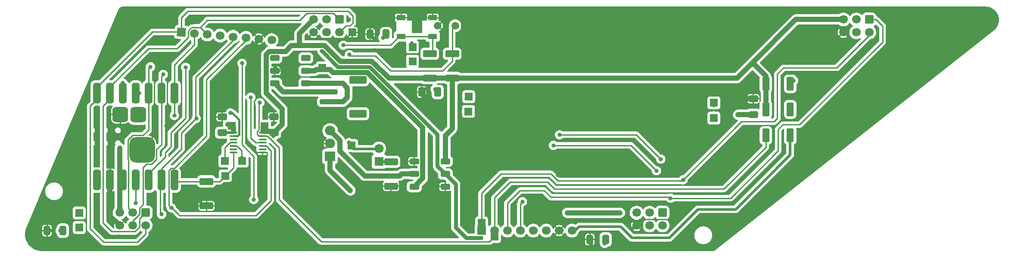
<source format=gbl>
%TF.GenerationSoftware,KiCad,Pcbnew,8.0.1*%
%TF.CreationDate,2024-04-20T15:08:51-05:00*%
%TF.ProjectId,badge,62616467-652e-46b6-9963-61645f706362,rev?*%
%TF.SameCoordinates,Original*%
%TF.FileFunction,Copper,L2,Bot*%
%TF.FilePolarity,Positive*%
%FSLAX46Y46*%
G04 Gerber Fmt 4.6, Leading zero omitted, Abs format (unit mm)*
G04 Created by KiCad (PCBNEW 8.0.1) date 2024-04-20 15:08:51*
%MOMM*%
%LPD*%
G01*
G04 APERTURE LIST*
G04 Aperture macros list*
%AMRoundRect*
0 Rectangle with rounded corners*
0 $1 Rounding radius*
0 $2 $3 $4 $5 $6 $7 $8 $9 X,Y pos of 4 corners*
0 Add a 4 corners polygon primitive as box body*
4,1,4,$2,$3,$4,$5,$6,$7,$8,$9,$2,$3,0*
0 Add four circle primitives for the rounded corners*
1,1,$1+$1,$2,$3*
1,1,$1+$1,$4,$5*
1,1,$1+$1,$6,$7*
1,1,$1+$1,$8,$9*
0 Add four rect primitives between the rounded corners*
20,1,$1+$1,$2,$3,$4,$5,0*
20,1,$1+$1,$4,$5,$6,$7,0*
20,1,$1+$1,$6,$7,$8,$9,0*
20,1,$1+$1,$8,$9,$2,$3,0*%
%AMRotRect*
0 Rectangle, with rotation*
0 The origin of the aperture is its center*
0 $1 length*
0 $2 width*
0 $3 Rotation angle, in degrees counterclockwise*
0 Add horizontal line*
21,1,$1,$2,0,0,$3*%
G04 Aperture macros list end*
%TA.AperFunction,Conductor*%
%ADD10C,0.250000*%
%TD*%
%TA.AperFunction,ComponentPad*%
%ADD11C,3.000000*%
%TD*%
%TA.AperFunction,ComponentPad*%
%ADD12RoundRect,0.250000X-0.600000X0.600000X-0.600000X-0.600000X0.600000X-0.600000X0.600000X0.600000X0*%
%TD*%
%TA.AperFunction,ComponentPad*%
%ADD13C,1.700000*%
%TD*%
%TA.AperFunction,ComponentPad*%
%ADD14O,3.100000X6.000000*%
%TD*%
%TA.AperFunction,SMDPad,CuDef*%
%ADD15C,0.100000*%
%TD*%
%TA.AperFunction,ComponentPad*%
%ADD16R,1.700000X1.700000*%
%TD*%
%TA.AperFunction,ComponentPad*%
%ADD17RotRect,1.700000X1.700000X355.000000*%
%TD*%
%TA.AperFunction,SMDPad,CuDef*%
%ADD18RoundRect,0.249999X1.075001X-0.450001X1.075001X0.450001X-1.075001X0.450001X-1.075001X-0.450001X0*%
%TD*%
%TA.AperFunction,SMDPad,CuDef*%
%ADD19RoundRect,0.249999X-1.075001X0.450001X-1.075001X-0.450001X1.075001X-0.450001X1.075001X0.450001X0*%
%TD*%
%TA.AperFunction,SMDPad,CuDef*%
%ADD20R,1.500000X1.500000*%
%TD*%
%TA.AperFunction,SMDPad,CuDef*%
%ADD21RoundRect,0.250000X0.650000X-0.412500X0.650000X0.412500X-0.650000X0.412500X-0.650000X-0.412500X0*%
%TD*%
%TA.AperFunction,ComponentPad*%
%ADD22R,1.800000X1.800000*%
%TD*%
%TA.AperFunction,ComponentPad*%
%ADD23C,1.800000*%
%TD*%
%TA.AperFunction,SMDPad,CuDef*%
%ADD24RoundRect,0.250000X0.412500X0.650000X-0.412500X0.650000X-0.412500X-0.650000X0.412500X-0.650000X0*%
%TD*%
%TA.AperFunction,SMDPad,CuDef*%
%ADD25RoundRect,0.775000X0.775000X0.775000X-0.775000X0.775000X-0.775000X-0.775000X0.775000X-0.775000X0*%
%TD*%
%TA.AperFunction,ComponentPad*%
%ADD26C,1.500000*%
%TD*%
%TA.AperFunction,SMDPad,CuDef*%
%ADD27RoundRect,0.250000X-1.500000X0.250000X-1.500000X-0.250000X1.500000X-0.250000X1.500000X0.250000X0*%
%TD*%
%TA.AperFunction,SMDPad,CuDef*%
%ADD28RoundRect,0.250001X-1.449999X0.499999X-1.449999X-0.499999X1.449999X-0.499999X1.449999X0.499999X0*%
%TD*%
%TA.AperFunction,SMDPad,CuDef*%
%ADD29RoundRect,0.300000X0.650000X-0.300000X0.650000X0.300000X-0.650000X0.300000X-0.650000X-0.300000X0*%
%TD*%
%TA.AperFunction,SMDPad,CuDef*%
%ADD30RoundRect,1.250000X1.250000X1.250000X-1.250000X1.250000X-1.250000X-1.250000X1.250000X-1.250000X0*%
%TD*%
%TA.AperFunction,SMDPad,CuDef*%
%ADD31RoundRect,0.249999X-0.450001X-1.075001X0.450001X-1.075001X0.450001X1.075001X-0.450001X1.075001X0*%
%TD*%
%TA.AperFunction,SMDPad,CuDef*%
%ADD32RoundRect,0.300000X-0.650000X0.300000X-0.650000X-0.300000X0.650000X-0.300000X0.650000X0.300000X0*%
%TD*%
%TA.AperFunction,ComponentPad*%
%ADD33R,2.000000X1.905000*%
%TD*%
%TA.AperFunction,ComponentPad*%
%ADD34O,2.000000X1.905000*%
%TD*%
%TA.AperFunction,SMDPad,CuDef*%
%ADD35R,1.800000X1.100000*%
%TD*%
%TA.AperFunction,SMDPad,CuDef*%
%ADD36RoundRect,0.100000X0.637500X0.100000X-0.637500X0.100000X-0.637500X-0.100000X0.637500X-0.100000X0*%
%TD*%
%TA.AperFunction,SMDPad,CuDef*%
%ADD37RoundRect,0.375000X-0.375000X1.625000X-0.375000X-1.625000X0.375000X-1.625000X0.375000X1.625000X0*%
%TD*%
%TA.AperFunction,HeatsinkPad*%
%ADD38C,3.000000*%
%TD*%
%TA.AperFunction,SMDPad,CuDef*%
%ADD39RoundRect,0.249999X0.450001X1.075001X-0.450001X1.075001X-0.450001X-1.075001X0.450001X-1.075001X0*%
%TD*%
%TA.AperFunction,ViaPad*%
%ADD40C,0.800000*%
%TD*%
%TA.AperFunction,ViaPad*%
%ADD41C,1.000000*%
%TD*%
%TA.AperFunction,Conductor*%
%ADD42C,1.000000*%
%TD*%
%TA.AperFunction,Conductor*%
%ADD43C,0.500000*%
%TD*%
%TA.AperFunction,Conductor*%
%ADD44C,0.800000*%
%TD*%
%TA.AperFunction,Conductor*%
%ADD45C,0.400000*%
%TD*%
G04 APERTURE END LIST*
D10*
%TO.N,/GPIO1{slash}DC*%
X79535841Y-63720000D02*
G75*
G02*
X80740000Y-62515841I1204159J0D01*
G01*
%TD*%
D11*
%TO.P,lanyard1,*%
%TO.N,GND*%
X68580000Y-62230000D03*
%TD*%
D12*
%TO.P,J1,1,GPIO1*%
%TO.N,/GPIO1{slash}DC*%
X213360000Y-60960000D03*
D13*
%TO.P,J1,2,GPIO2*%
%TO.N,/GPIO2{slash}BUSY*%
X213360000Y-63500000D03*
%TO.P,J1,3,SDA*%
%TO.N,/SDA*%
X210820000Y-60960000D03*
%TO.P,J1,4,SCL*%
%TO.N,/SCL*%
X210820000Y-63500000D03*
%TO.P,J1,5,3V3*%
%TO.N,+3V3*%
X208280000Y-60960000D03*
%TO.P,J1,6,GND*%
%TO.N,GND*%
X208280000Y-63500000D03*
%TD*%
D14*
%TO.P,bb1,*%
%TO.N,GND*%
X187960000Y-63500000D03*
%TD*%
D12*
%TO.P,J1,1,GPIO1*%
%TO.N,/GPIO1{slash}DC*%
X109220000Y-60960000D03*
D13*
%TO.P,J1,2,GPIO2*%
%TO.N,/GPIO2{slash}BUSY*%
X109220000Y-63500000D03*
%TO.P,J1,3,SDA*%
%TO.N,/SDA*%
X106680000Y-60960000D03*
%TO.P,J1,4,SCL*%
%TO.N,/SCL*%
X106680000Y-63500000D03*
%TO.P,J1,5,3V3*%
%TO.N,+3V3*%
X104140000Y-60960000D03*
%TO.P,J1,6,GND*%
%TO.N,GND*%
X104140000Y-63500000D03*
%TD*%
D14*
%TO.P,bb2,*%
%TO.N,GND*%
X187960000Y-86360000D03*
%TD*%
D15*
%TO.P,U2,*%
%TO.N,GND*%
X114960000Y-103520000D03*
D16*
%TO.P,U2,1,BUSY*%
%TO.N,/GPIO2{slash}BUSY*%
X137160000Y-102600000D03*
D13*
%TO.P,U2,2,~{RESET}*%
%TO.N,/LED{slash}RESET*%
X139700000Y-102600000D03*
%TO.P,U2,3,DATA/~{CMD}*%
%TO.N,/GPIO1{slash}DC*%
X142240000Y-102600000D03*
%TO.P,U2,4,~{CS}*%
%TO.N,/Vdark{slash}cs*%
X144780000Y-102600000D03*
%TO.P,U2,5,SCLK*%
%TO.N,/SCLK*%
X147320000Y-102600000D03*
%TO.P,U2,6,SDI/MOSI*%
%TO.N,/MOSI*%
X149860000Y-102600000D03*
%TO.P,U2,7,GND*%
%TO.N,GND*%
X152400000Y-102600000D03*
%TO.P,U2,8,VCC*%
%TO.N,/sw_+3V3*%
X154940000Y-102600000D03*
%TD*%
D12*
%TO.P,J1,1,GPIO1*%
%TO.N,/GPIO1{slash}DC*%
X172720000Y-99060000D03*
D13*
%TO.P,J1,2,GPIO2*%
%TO.N,/GPIO2{slash}BUSY*%
X172720000Y-101600000D03*
%TO.P,J1,3,SDA*%
%TO.N,/SDA*%
X170180000Y-99060000D03*
%TO.P,J1,4,SCL*%
%TO.N,/SCL*%
X170180000Y-101600000D03*
%TO.P,J1,5,3V3*%
%TO.N,+3V3*%
X167640000Y-99060000D03*
%TO.P,J1,6,GND*%
%TO.N,GND*%
X167640000Y-101600000D03*
%TD*%
D14*
%TO.P,bb5,*%
%TO.N,GND*%
X134620000Y-86360000D03*
%TD*%
%TO.P,bb6,*%
%TO.N,GND*%
X134620000Y-63500000D03*
%TD*%
D11*
%TO.P,lanyard2,*%
%TO.N,GND*%
X228600000Y-62230000D03*
%TD*%
D12*
%TO.P,J1,1,GPIO1*%
%TO.N,/GPIO1{slash}DC*%
X71120000Y-99060000D03*
D13*
%TO.P,J1,2,GPIO2*%
%TO.N,/GPIO2{slash}BUSY*%
X71120000Y-101600000D03*
%TO.P,J1,3,SDA*%
%TO.N,/SDA*%
X68580000Y-99060000D03*
%TO.P,J1,4,SCL*%
%TO.N,/SCL*%
X68580000Y-101600000D03*
%TO.P,J1,5,3V3*%
%TO.N,+3V3*%
X66040000Y-99060000D03*
%TO.P,J1,6,GND*%
%TO.N,GND*%
X66040000Y-101600000D03*
%TD*%
D15*
%TO.P,U2,*%
%TO.N,GND*%
X121553906Y-68193435D03*
X118721344Y-100569762D03*
D17*
%TO.P,U2,1,BUSY*%
%TO.N,/GPIO2{slash}BUSY*%
X78200000Y-63476945D03*
D13*
%TO.P,U2,2,~{RESET}*%
%TO.N,/LED{slash}RESET*%
X80730336Y-63698321D03*
%TO.P,U2,3,DATA/~{CMD}*%
%TO.N,/GPIO1{slash}DC*%
X83260669Y-63919696D03*
%TO.P,U2,4,~{CS}*%
%TO.N,/Vdark{slash}cs*%
X85791004Y-64141072D03*
%TO.P,U2,5,SCLK*%
%TO.N,/SCLK*%
X88321338Y-64362447D03*
%TO.P,U2,6,SDI/MOSI*%
%TO.N,/MOSI*%
X90851673Y-64583823D03*
%TO.P,U2,7,GND*%
%TO.N,GND*%
X93382007Y-64805199D03*
%TO.P,U2,8,VCC*%
%TO.N,/sw_+3V3*%
X95912342Y-65026574D03*
%TD*%
D18*
%TO.P,R3,1*%
%TO.N,+3V3*%
X127000000Y-72507064D03*
%TO.P,R3,2*%
%TO.N,/Vbutton*%
X127000000Y-67707064D03*
%TD*%
D19*
%TO.P,R11,1*%
%TO.N,Net-(D6-K)*%
X119380000Y-89040000D03*
%TO.P,R11,2*%
%TO.N,GND*%
X119380000Y-93840000D03*
%TD*%
D20*
%TO.P,TP17,1,1*%
%TO.N,Net-(D6-A)*%
X111650000Y-85800000D03*
%TD*%
%TO.P,TP4,1,1*%
%TO.N,+5V*%
X88100000Y-81900000D03*
%TD*%
%TO.P,TP7,1,1*%
%TO.N,/D2in*%
X58100000Y-99100000D03*
%TD*%
%TO.P,TP9,1,1*%
%TO.N,/D3in*%
X123600000Y-66400000D03*
%TD*%
D21*
%TO.P,C41,1*%
%TO.N,+3V3*%
X96350000Y-83305000D03*
%TO.P,C41,2*%
%TO.N,GND*%
X96350000Y-80180000D03*
%TD*%
D19*
%TO.P,R41,1*%
%TO.N,/OE*%
X83100000Y-92900000D03*
%TO.P,R41,2*%
%TO.N,GND*%
X83100000Y-97700000D03*
%TD*%
D22*
%TO.P,D6,1,K*%
%TO.N,Net-(D6-K)*%
X117000000Y-88975000D03*
D23*
%TO.P,D6,2,A*%
%TO.N,Net-(D6-A)*%
X117000000Y-86435000D03*
%TD*%
D20*
%TO.P,TP15,1,1*%
%TO.N,/OE*%
X86800000Y-91800000D03*
%TD*%
D24*
%TO.P,C1,1*%
%TO.N,+5V*%
X54902500Y-102600000D03*
%TO.P,C1,2*%
%TO.N,GND*%
X51777500Y-102600000D03*
%TD*%
%TO.P,C4,1*%
%TO.N,+5V*%
X161582500Y-104340000D03*
%TO.P,C4,2*%
%TO.N,GND*%
X158457500Y-104340000D03*
%TD*%
D20*
%TO.P,TP11,1,1*%
%TO.N,/D4in*%
X134620000Y-76200000D03*
%TD*%
D25*
%TO.P,REF\u002A\u002A,1*%
%TO.N,/BAT+*%
X69679266Y-79714877D03*
%TD*%
D26*
%TO.P,R2,1*%
%TO.N,/Vdark{slash}cs*%
X131980000Y-62200000D03*
%TO.P,R2,2*%
%TO.N,GND*%
X128580000Y-62200000D03*
%TD*%
D20*
%TO.P,TP10,1,1*%
%TO.N,/D3ck*%
X123600000Y-69200000D03*
%TD*%
%TO.P,TP18,1,1*%
%TO.N,/LED{slash}RESET*%
X139700000Y-103800000D03*
%TD*%
D27*
%TO.P,BT1,1,-*%
%TO.N,Net-(BT1--)*%
X107124214Y-75200000D03*
%TO.P,BT1,2,+*%
%TO.N,Net-(BT1-+)*%
X107124214Y-77200000D03*
D28*
%TO.P,BT1,MP*%
%TO.N,N/C*%
X112874214Y-72850000D03*
X112874214Y-79550000D03*
%TD*%
D24*
%TO.P,C2,1*%
%TO.N,+5V*%
X118402500Y-63850000D03*
%TO.P,C2,2*%
%TO.N,GND*%
X115277500Y-63850000D03*
%TD*%
D29*
%TO.P,SW1,1,A*%
%TO.N,Net-(BT1-+)*%
X102620000Y-73580000D03*
%TO.P,SW1,2,B*%
%TO.N,/BAT+*%
X102620000Y-71080000D03*
%TO.P,SW1,3,C*%
%TO.N,unconnected-(SW1A-C-Pad3)*%
X102620000Y-68580000D03*
%TO.P,SW1,4,A*%
%TO.N,Net-(BT1--)*%
X96520000Y-73580000D03*
%TO.P,SW1,5,B*%
%TO.N,GND*%
X96520000Y-71080000D03*
%TO.P,SW1,6,C*%
%TO.N,unconnected-(SW1B-C-Pad6)*%
X96520000Y-68580000D03*
%TD*%
D20*
%TO.P,TP5,1,1*%
%TO.N,/ls_MOSI*%
X90100000Y-88900000D03*
%TD*%
%TO.P,TP3,1,1*%
%TO.N,+3V3*%
X94500000Y-82000000D03*
%TD*%
D24*
%TO.P,C3,1*%
%TO.N,+5V*%
X128562500Y-75260000D03*
%TO.P,C3,2*%
%TO.N,GND*%
X125437500Y-75260000D03*
%TD*%
D20*
%TO.P,TP12,1,1*%
%TO.N,/D4ck*%
X134600000Y-79100000D03*
%TD*%
%TO.P,TP6,1,1*%
%TO.N,/ls_SCLK*%
X86700000Y-88900000D03*
%TD*%
%TO.P,TP2,1,1*%
%TO.N,/BAT+*%
X105900000Y-70500000D03*
%TD*%
D30*
%TO.P,REF\u002A\u002A,1*%
%TO.N,GND*%
X70470010Y-86659629D03*
%TD*%
D31*
%TO.P,R4,1*%
%TO.N,+3V3*%
X193040000Y-73660000D03*
%TO.P,R4,2*%
%TO.N,/SCL*%
X197840000Y-73660000D03*
%TD*%
D20*
%TO.P,TP13,1,1*%
%TO.N,/D5in*%
X182800000Y-77400000D03*
%TD*%
%TO.P,TP20,1,1*%
%TO.N,/GPIO2{slash}BUSY*%
X137200000Y-101100000D03*
%TD*%
D32*
%TO.P,SW3,1,A*%
%TO.N,GND*%
X123950000Y-88940000D03*
%TO.P,SW3,2,B*%
%TO.N,Net-(SW3A-B)*%
X123950000Y-91440000D03*
%TO.P,SW3,3,C*%
%TO.N,/BAT+*%
X123950000Y-93940000D03*
%TO.P,SW3,4,A*%
%TO.N,+3V3*%
X130050000Y-88940000D03*
%TO.P,SW3,5,B*%
%TO.N,/sw_+3V3*%
X130050000Y-91440000D03*
%TO.P,SW3,6,C*%
%TO.N,GND*%
X130050000Y-93940000D03*
%TD*%
D20*
%TO.P,TP8,1,1*%
%TO.N,/D2ck*%
X58100000Y-102000000D03*
%TD*%
D33*
%TO.P,U3,1,OUT*%
%TO.N,+5V*%
X107400000Y-87980000D03*
D34*
%TO.P,U3,2,GND*%
%TO.N,GND*%
X107400000Y-85440000D03*
%TO.P,U3,3,IN*%
%TO.N,Net-(SW3A-B)*%
X107400000Y-82900000D03*
%TD*%
D21*
%TO.P,C5,1*%
%TO.N,+5V*%
X190600000Y-79712500D03*
%TO.P,C5,2*%
%TO.N,GND*%
X190600000Y-76587500D03*
%TD*%
D35*
%TO.P,SW2,1,1*%
%TO.N,GND*%
X127560000Y-60610000D03*
X121360000Y-60610000D03*
%TO.P,SW2,2,2*%
%TO.N,/Vbutton*%
X127560000Y-64310000D03*
X121360000Y-64310000D03*
%TD*%
D20*
%TO.P,TP14,1,1*%
%TO.N,/D5ck*%
X182800000Y-80400000D03*
%TD*%
D36*
%TO.P,U4,1,VCCA*%
%TO.N,+3V3*%
X94132500Y-83310000D03*
%TO.P,U4,2,A1*%
%TO.N,/LED{slash}RESET*%
X94132500Y-83960000D03*
%TO.P,U4,3,A2*%
%TO.N,unconnected-(U4-A2-Pad3)*%
X94132500Y-84610000D03*
%TO.P,U4,4,A3*%
%TO.N,/SCLK*%
X94132500Y-85260000D03*
%TO.P,U4,5,A4*%
%TO.N,/MOSI*%
X94132500Y-85910000D03*
%TO.P,U4,6*%
%TO.N,N/C*%
X94132500Y-86560000D03*
%TO.P,U4,7,GND*%
%TO.N,GND*%
X94132500Y-87210000D03*
%TO.P,U4,8,OE*%
%TO.N,/OE*%
X88407500Y-87210000D03*
%TO.P,U4,9*%
%TO.N,N/C*%
X88407500Y-86560000D03*
%TO.P,U4,10,B4*%
%TO.N,/ls_MOSI*%
X88407500Y-85910000D03*
%TO.P,U4,11,B3*%
%TO.N,/ls_SCLK*%
X88407500Y-85260000D03*
%TO.P,U4,12,B2*%
%TO.N,unconnected-(U4-B2-Pad12)*%
X88407500Y-84610000D03*
%TO.P,U4,13,B1*%
%TO.N,Net-(D6-A)*%
X88407500Y-83960000D03*
%TO.P,U4,14,VCCB*%
%TO.N,+5V*%
X88407500Y-83310000D03*
%TD*%
D21*
%TO.P,C42,1*%
%TO.N,+5V*%
X86190000Y-83305000D03*
%TO.P,C42,2*%
%TO.N,GND*%
X86190000Y-80180000D03*
%TD*%
D37*
%TO.P,U1,1,G2_A0_D0*%
%TO.N,/GPIO2{slash}BUSY*%
X61580490Y-75475780D03*
%TO.P,U1,2,G3_A1_D1*%
%TO.N,/GPIO1{slash}DC*%
X64120490Y-75475780D03*
%TO.P,U1,3,G4_A2_D2*%
%TO.N,/Vmeasure*%
X66660490Y-75475780D03*
%TO.P,U1,4,G5_A3_D3*%
%TO.N,/Vdark{slash}cs*%
X69200490Y-75475780D03*
%TO.P,U1,5,G6_SDA_D4*%
%TO.N,/SDA*%
X71740490Y-75475780D03*
%TO.P,U1,6,G7_SCL_D5*%
%TO.N,/SCL*%
X74280490Y-75475780D03*
%TO.P,U1,7,G21_TX_D6*%
%TO.N,/LED{slash}RESET*%
X76820490Y-75475780D03*
%TO.P,U1,8,G20_RX_D7*%
%TO.N,/OE*%
X76820490Y-92640340D03*
%TO.P,U1,9,G8_SCK_D8*%
%TO.N,/SCLK*%
X74280490Y-92640340D03*
%TO.P,U1,10,G9_MISO_D9*%
%TO.N,/Vbutton*%
X71740490Y-92640340D03*
%TO.P,U1,11,G10_MOSI_D10*%
%TO.N,/MOSI*%
X69200490Y-92640340D03*
%TO.P,U1,12,3V3*%
%TO.N,+3V3*%
X66660490Y-92640340D03*
%TO.P,U1,13,GND*%
%TO.N,GND*%
X64120490Y-92640340D03*
%TO.P,U1,14,5V*%
%TO.N,unconnected-(U1-5V-Pad14)*%
X61580490Y-92640340D03*
D11*
%TO.P,U1,15,BAT+*%
%TO.N,/BAT+*%
X69679266Y-79714877D03*
%TO.P,U1,16,BAT-*%
%TO.N,GND*%
X66169266Y-79714877D03*
D15*
%TO.P,U1,17,MTDI*%
%TO.N,unconnected-(U1-MTDI-Pad17)*%
X60630123Y-82841463D03*
%TO.P,U1,18,MTDO*%
%TO.N,unconnected-(U1-MTDO-Pad18)*%
X60630123Y-85381463D03*
%TO.P,U1,19,EN*%
%TO.N,unconnected-(U1-EN-Pad19)*%
X63170123Y-82841463D03*
%TO.P,U1,20,GND*%
%TO.N,unconnected-(U1-GND-Pad20)*%
X63170123Y-85381463D03*
%TO.P,U1,21,MTMS*%
%TO.N,unconnected-(U1-MTMS-Pad21)*%
X65710310Y-82841463D03*
%TO.P,U1,22,MTCK*%
%TO.N,unconnected-(U1-MTCK-Pad22)*%
X65710310Y-85381463D03*
D38*
%TO.P,U1,thermal,GND*%
%TO.N,GND*%
X70470010Y-86659629D03*
%TD*%
D25*
%TO.P,REF\u002A\u002A,1*%
%TO.N,GND*%
X66169266Y-79714877D03*
%TD*%
D18*
%TO.P,R1,1*%
%TO.N,+3V3*%
X131400000Y-72507064D03*
%TO.P,R1,2*%
%TO.N,/Vdark{slash}cs*%
X131400000Y-67707064D03*
%TD*%
D20*
%TO.P,TP1,1,1*%
%TO.N,GND*%
X111760000Y-63500000D03*
%TD*%
D31*
%TO.P,R5,1*%
%TO.N,+3V3*%
X193040000Y-78700000D03*
%TO.P,R5,2*%
%TO.N,/SDA*%
X197840000Y-78700000D03*
%TD*%
D39*
%TO.P,R7,1*%
%TO.N,/sw_+3V3*%
X197840000Y-83820000D03*
%TO.P,R7,2*%
%TO.N,/LED{slash}RESET*%
X193040000Y-83820000D03*
%TD*%
D40*
%TO.N,+3V3*%
X96300000Y-84000000D03*
D41*
X66040000Y-86300000D03*
D40*
%TO.N,GND*%
X91100000Y-71100000D03*
X61400000Y-81280000D03*
X121000000Y-68850000D03*
X206500000Y-69400000D03*
X75700000Y-70300000D03*
X100800000Y-71100000D03*
X95970000Y-71100000D03*
X125969647Y-74700000D03*
X97200000Y-71100000D03*
X215900000Y-71120000D03*
X88100000Y-70400000D03*
X81280000Y-105000000D03*
X158700000Y-105200000D03*
X99600000Y-71100000D03*
X116200000Y-67067500D03*
X170180000Y-81100000D03*
X198800000Y-68400000D03*
X119400000Y-78740000D03*
X170180000Y-78900000D03*
X81100000Y-87600000D03*
X121900000Y-65700000D03*
X128600000Y-69400000D03*
X73400000Y-65500000D03*
X79600000Y-60800000D03*
X170180000Y-59960000D03*
X170180000Y-70120000D03*
X52390000Y-102600000D03*
X79400000Y-86100000D03*
X183400000Y-87700000D03*
X172600000Y-97200000D03*
X152400000Y-70120000D03*
X50800000Y-105000000D03*
X208280000Y-71120000D03*
X116200000Y-78740000D03*
X170180000Y-76200000D03*
X132080000Y-91440000D03*
X89200000Y-92600000D03*
X86700000Y-80300000D03*
X96600000Y-70400000D03*
X97800000Y-70400000D03*
X81900000Y-96800000D03*
X121360000Y-60510000D03*
X86900000Y-70400000D03*
X86300000Y-71100000D03*
X91300000Y-85400000D03*
X113500000Y-88100000D03*
X128700000Y-78740000D03*
X53340000Y-91440000D03*
X185874305Y-79742363D03*
X99000000Y-70400000D03*
X165300000Y-105000000D03*
X177800000Y-105000000D03*
X71120000Y-60960000D03*
X72922653Y-102100000D03*
X63500000Y-68580000D03*
X123950000Y-88940000D03*
X100200000Y-70400000D03*
X137160000Y-59960000D03*
X92900000Y-70400000D03*
X226060000Y-60960000D03*
X88700000Y-71100000D03*
X111760000Y-63500000D03*
X185420000Y-76200000D03*
X66040000Y-63500000D03*
X185420000Y-70120000D03*
X184900000Y-91500000D03*
X98400000Y-71100000D03*
X72900000Y-99400000D03*
X152200000Y-91686092D03*
X92300000Y-71100000D03*
X66000000Y-103800000D03*
X91700000Y-70400000D03*
X55900000Y-99700000D03*
X87500000Y-71100000D03*
X152400000Y-59960000D03*
X152400000Y-76200000D03*
X170180000Y-83580000D03*
X82000000Y-81700000D03*
X75200000Y-81900000D03*
X137160000Y-70120000D03*
X50800000Y-99060000D03*
X111120000Y-61000000D03*
X185420000Y-59960000D03*
X220980000Y-66040000D03*
X109950000Y-78740000D03*
X115890000Y-64550000D03*
X93500000Y-71100000D03*
%TO.N,/SCL*%
X74600000Y-71800000D03*
X198500000Y-73000000D03*
X171545000Y-90800000D03*
X151300000Y-85800000D03*
%TO.N,/SDA*%
X72100000Y-70300000D03*
X172400000Y-88500000D03*
X197600000Y-78700000D03*
X152500000Y-83700000D03*
%TO.N,/MOSI*%
X69200490Y-97200000D03*
X76200000Y-98100000D03*
%TO.N,+5V*%
X54340000Y-102600000D03*
X187574305Y-79742363D03*
X128050000Y-74700000D03*
X87350000Y-81650000D03*
X111400000Y-94700000D03*
X164371590Y-99100000D03*
X161350000Y-105140000D03*
X117790000Y-64550000D03*
X154000000Y-99100000D03*
%TO.N,/SCLK*%
X81100000Y-80500000D03*
X74300000Y-99400000D03*
X91800000Y-76300000D03*
%TO.N,/LED{slash}RESET*%
X93600000Y-77400000D03*
X76800000Y-79900000D03*
D41*
%TO.N,/BAT+*%
X111100000Y-71400000D03*
D40*
%TO.N,/GPIO2{slash}BUSY*%
X176780500Y-92580500D03*
%TO.N,/GPIO1{slash}DC*%
X174300000Y-96200000D03*
%TO.N,/Vmeasure*%
X66660490Y-73500000D03*
%TO.N,/sw_+3V3*%
X137100000Y-104050002D03*
X105800000Y-67200000D03*
%TO.N,/ls_MOSI*%
X90000000Y-88300000D03*
%TO.N,/ls_SCLK*%
X86400000Y-88500000D03*
%TO.N,/D2ck*%
X58400000Y-101600000D03*
%TO.N,/D2in*%
X58100000Y-99000000D03*
%TO.N,/D3ck*%
X123450000Y-68850000D03*
%TO.N,/D3in*%
X123500000Y-65700000D03*
%TO.N,/D4ck*%
X134200000Y-79100000D03*
%TO.N,/D4in*%
X134250000Y-76550000D03*
%TO.N,/D5ck*%
X182800000Y-80000000D03*
%TO.N,/D5in*%
X182857637Y-77842363D03*
%TO.N,Net-(D6-A)*%
X87800000Y-79400000D03*
X111100000Y-85250000D03*
%TO.N,/Vbutton*%
X110000000Y-66040000D03*
X79000000Y-70400000D03*
%TO.N,/Vdark{slash}cs*%
X111200000Y-67900000D03*
X69900000Y-75500000D03*
X92400000Y-96500000D03*
X90100000Y-69600000D03*
X145200000Y-96900000D03*
%TD*%
D42*
%TO.N,+3V3*%
X119005912Y-72570000D02*
X127062936Y-72570000D01*
X99800000Y-66100000D02*
X101400000Y-66100000D01*
X130050000Y-88940000D02*
X130050000Y-83850000D01*
X66040000Y-86300000D02*
X66040000Y-99060000D01*
X109400000Y-69200000D02*
X115635912Y-69200000D01*
X98000000Y-81655000D02*
X98000000Y-78660000D01*
X94200000Y-83060000D02*
X96595000Y-83060000D01*
X115635912Y-69200000D02*
X119005912Y-72570000D01*
X95455784Y-67280000D02*
X98620000Y-67280000D01*
X98620000Y-67280000D02*
X99800000Y-66100000D01*
X101400000Y-66100000D02*
X101400000Y-63700000D01*
X193040000Y-73660000D02*
X193040000Y-78700000D01*
X187392217Y-72507064D02*
X190399640Y-69499640D01*
X190399640Y-69499640D02*
X193040000Y-72140000D01*
X96595000Y-83060000D02*
X98000000Y-81655000D01*
X106300000Y-66100000D02*
X109400000Y-69200000D01*
X101400000Y-63700000D02*
X104140000Y-60960000D01*
X94870000Y-75530000D02*
X94870000Y-67865784D01*
X98000000Y-78660000D02*
X94870000Y-75530000D01*
X127000000Y-72507064D02*
X187392217Y-72507064D01*
X94870000Y-67865784D02*
X95455784Y-67280000D01*
D43*
X96255000Y-83310000D02*
X94132500Y-83310000D01*
D42*
X130050000Y-83850000D02*
X131400000Y-82500000D01*
X190399640Y-69499640D02*
X198939281Y-60960000D01*
X198939281Y-60960000D02*
X208280000Y-60960000D01*
X193040000Y-72140000D02*
X193040000Y-73660000D01*
X101400000Y-66100000D02*
X106300000Y-66100000D01*
X131400000Y-82500000D02*
X131400000Y-72507064D01*
D10*
%TO.N,GND*%
X107400000Y-86200000D02*
X104400000Y-86200000D01*
D42*
X64120490Y-99680490D02*
X66040000Y-101600000D01*
D10*
X75800000Y-70400000D02*
X75700000Y-70300000D01*
X105315000Y-64675000D02*
X104140000Y-63500000D01*
X95000000Y-87800000D02*
X94900000Y-87900000D01*
X169000000Y-100400000D02*
X174200000Y-100400000D01*
D42*
X115771106Y-103520000D02*
X118721344Y-100569762D01*
X64120490Y-92640340D02*
X64120490Y-99680490D01*
X185874305Y-78625695D02*
X187862500Y-76637500D01*
D10*
X94132500Y-87210000D02*
X93090000Y-87210000D01*
X94700000Y-87210000D02*
X94910000Y-87210000D01*
D42*
X114960000Y-103520000D02*
X115771106Y-103520000D01*
D43*
X206700000Y-62500000D02*
X209200000Y-62500000D01*
X166200000Y-100700000D02*
X168700000Y-100700000D01*
D10*
X72400000Y-78100000D02*
X72815490Y-77684510D01*
D42*
X128700000Y-78740000D02*
X128700000Y-78722500D01*
X128700000Y-78722500D02*
X125437500Y-75460000D01*
D10*
X72815490Y-73560830D02*
X72800000Y-73545340D01*
X110525000Y-64675000D02*
X105315000Y-64675000D01*
D43*
X93000000Y-65005199D02*
X93000000Y-66517993D01*
D10*
X95000000Y-87300000D02*
X95000000Y-87800000D01*
X72800000Y-73545340D02*
X72800000Y-72200000D01*
D43*
X168700000Y-100700000D02*
X168700000Y-102700000D01*
D10*
X72400000Y-84729639D02*
X72400000Y-78100000D01*
D42*
X121553906Y-68193435D02*
X121553906Y-68296094D01*
D10*
X72815490Y-77684510D02*
X72815490Y-73560830D01*
X75800000Y-72700000D02*
X75800000Y-70400000D01*
D42*
X185874305Y-79742363D02*
X185874305Y-78625695D01*
X121553906Y-68296094D02*
X121000000Y-68850000D01*
D43*
X166400000Y-102100000D02*
X167370000Y-102100000D01*
D10*
X75200000Y-81900000D02*
X75355490Y-81744510D01*
X168700000Y-100700000D02*
X169000000Y-100400000D01*
X75355490Y-73144510D02*
X75800000Y-72700000D01*
X72800000Y-72200000D02*
X73100000Y-71900000D01*
D42*
X187862500Y-76637500D02*
X190600000Y-76637500D01*
D10*
X111700000Y-63500000D02*
X110525000Y-64675000D01*
X94910000Y-87210000D02*
X95000000Y-87300000D01*
X75355490Y-81744510D02*
X75355490Y-73144510D01*
X93090000Y-87210000D02*
X93000000Y-87300000D01*
D43*
X209200000Y-62500000D02*
X209200000Y-64900000D01*
D10*
X107400000Y-84700000D02*
X104400000Y-84700000D01*
%TO.N,/SCL*%
X73295010Y-86604990D02*
X74280490Y-85619510D01*
X74600000Y-71800000D02*
X74280490Y-72119510D01*
X72357025Y-89500000D02*
X73295010Y-88562015D01*
X73295010Y-88562015D02*
X73295010Y-86604990D01*
X166545000Y-85800000D02*
X151300000Y-85800000D01*
X68580000Y-101600000D02*
X68580000Y-100721701D01*
X71300000Y-89500000D02*
X72357025Y-89500000D01*
X69945000Y-99356701D02*
X69945000Y-98155000D01*
X68580000Y-100721701D02*
X69945000Y-99356701D01*
X74280490Y-85619510D02*
X74280490Y-75475780D01*
X69945000Y-98155000D02*
X70665490Y-97434510D01*
X70665490Y-90134510D02*
X71300000Y-89500000D01*
X74280490Y-72119510D02*
X74280490Y-75475780D01*
X70665490Y-97434510D02*
X70665490Y-90134510D01*
X171545000Y-90800000D02*
X166545000Y-85800000D01*
%TO.N,/SDA*%
X68567624Y-83834629D02*
X70665371Y-83834629D01*
X67735490Y-88652495D02*
X67645010Y-88562015D01*
X67735490Y-98215490D02*
X67735490Y-88652495D01*
X71740490Y-70659510D02*
X71740490Y-75475780D01*
X72100000Y-70300000D02*
X71740490Y-70659510D01*
X172400000Y-88500000D02*
X167600000Y-83700000D01*
X67645010Y-88562015D02*
X67645010Y-84757243D01*
X71740490Y-82759510D02*
X71740490Y-76820490D01*
X70665371Y-83834629D02*
X71740490Y-82759510D01*
X68580000Y-99060000D02*
X67735490Y-98215490D01*
X167600000Y-83700000D02*
X152500000Y-83700000D01*
X67645010Y-84757243D02*
X68567624Y-83834629D01*
%TO.N,/MOSI*%
X83100000Y-84000000D02*
X83100000Y-72800000D01*
X90851673Y-65048327D02*
X90851673Y-64783823D01*
X83100000Y-72800000D02*
X90851673Y-65048327D01*
X95750000Y-86836188D02*
X94823812Y-85910000D01*
X76200000Y-98100000D02*
X76300000Y-98100000D01*
X75745490Y-90725390D02*
X76155540Y-90315340D01*
X76300000Y-98100000D02*
X77800000Y-99600000D01*
X77800000Y-99600000D02*
X92800000Y-99600000D01*
X95750000Y-96650000D02*
X95750000Y-86836188D01*
X76155540Y-90315340D02*
X76784660Y-90315340D01*
X75745490Y-97645490D02*
X75745490Y-90725390D01*
X94823812Y-85910000D02*
X94132500Y-85910000D01*
X76784660Y-90315340D02*
X83100000Y-84000000D01*
X76200000Y-98100000D02*
X75745490Y-97645490D01*
X92800000Y-99600000D02*
X95750000Y-96650000D01*
X69200490Y-97200000D02*
X69200490Y-92640340D01*
D42*
%TO.N,+5V*%
X187574305Y-79742363D02*
X190579863Y-79742363D01*
X87350000Y-81650000D02*
X87850000Y-81650000D01*
X87850000Y-81650000D02*
X88400000Y-82200000D01*
X88400000Y-82200000D02*
X88400000Y-83060000D01*
X154000000Y-99100000D02*
X164371590Y-99100000D01*
X107400000Y-90700000D02*
X107400000Y-87980000D01*
D43*
X86190000Y-83305000D02*
X88402500Y-83305000D01*
X88400000Y-83302500D02*
X88402500Y-83305000D01*
X88402500Y-83305000D02*
X88407500Y-83310000D01*
D42*
X111400000Y-94700000D02*
X107400000Y-90700000D01*
D10*
%TO.N,/SCLK*%
X81000000Y-72400000D02*
X88321338Y-65078662D01*
X74300000Y-99400000D02*
X74000000Y-99100000D01*
X91800000Y-76300000D02*
X91800000Y-84300000D01*
X74280490Y-90419510D02*
X78200000Y-86500000D01*
X91800000Y-84300000D02*
X92760000Y-85260000D01*
X78200000Y-83400000D02*
X81000000Y-80600000D01*
X88321338Y-65078662D02*
X88321338Y-64562447D01*
X74000000Y-92420830D02*
X74280490Y-92140340D01*
X81000000Y-80600000D02*
X81000000Y-72400000D01*
X92760000Y-85260000D02*
X94132500Y-85260000D01*
X74000000Y-99100000D02*
X74000000Y-92420830D01*
X78200000Y-86500000D02*
X78200000Y-83400000D01*
X74280490Y-92640340D02*
X74280490Y-90419510D01*
%TO.N,/LED{slash}RESET*%
X76800000Y-79900000D02*
X76820490Y-79879510D01*
X97400000Y-96500000D02*
X105675002Y-104775002D01*
X184800000Y-94400000D02*
X193040000Y-86160000D01*
X139700000Y-102600000D02*
X139700000Y-96100000D01*
X76820490Y-69879510D02*
X76820490Y-75475780D01*
X97400000Y-86237600D02*
X97400000Y-96500000D01*
X95125000Y-83960000D02*
X95125000Y-83962600D01*
X93070000Y-83031188D02*
X93070000Y-83634999D01*
X139700000Y-103800000D02*
X139700000Y-102600000D01*
X93070000Y-83634999D02*
X93395001Y-83960000D01*
X95125000Y-83962600D02*
X97400000Y-86237600D01*
X105675002Y-104775002D02*
X138724998Y-104775002D01*
X193040000Y-86160000D02*
X193040000Y-83820000D01*
X80730335Y-63898321D02*
X80730335Y-65969665D01*
X94132500Y-83960000D02*
X95125000Y-83960000D01*
X93425000Y-77575000D02*
X93425000Y-82676188D01*
X93600000Y-77400000D02*
X93425000Y-77575000D01*
X76820490Y-79879510D02*
X76820490Y-76820490D01*
X139700000Y-96100000D02*
X142800000Y-93000000D01*
X151500000Y-94400000D02*
X184800000Y-94400000D01*
X142800000Y-93000000D02*
X150100000Y-93000000D01*
X150100000Y-93000000D02*
X151500000Y-94400000D01*
X93425000Y-82676188D02*
X93070000Y-83031188D01*
X93395001Y-83960000D02*
X94132500Y-83960000D01*
X138724998Y-104775002D02*
X139700000Y-103800000D01*
X80730335Y-65969665D02*
X76820490Y-69879510D01*
D42*
%TO.N,/BAT+*%
X111100000Y-71400000D02*
X114724644Y-71400000D01*
X111100000Y-71400000D02*
X108000000Y-71400000D01*
X104420000Y-71080000D02*
X102620000Y-71080000D01*
X125600000Y-92290000D02*
X123950000Y-93940000D01*
X108000000Y-71400000D02*
X107400000Y-70800000D01*
X107400000Y-70800000D02*
X104700000Y-70800000D01*
X114724644Y-71400000D02*
X125600000Y-82275356D01*
X104700000Y-70800000D02*
X104420000Y-71080000D01*
X125600000Y-82275356D02*
X125600000Y-92290000D01*
D10*
%TO.N,/GPIO2{slash}BUSY*%
X61580490Y-76706543D02*
X60255123Y-78031910D01*
X111845000Y-61655000D02*
X111845000Y-60245000D01*
X78200000Y-60600000D02*
X78200000Y-63476945D01*
X196500000Y-70500000D02*
X206950000Y-70500000D01*
X79465000Y-59335000D02*
X78200000Y-60600000D01*
X109220000Y-63500000D02*
X110520000Y-62200000D01*
X150800000Y-91400000D02*
X141000000Y-91400000D01*
X206950000Y-70500000D02*
X213360000Y-64090000D01*
X78200000Y-63400000D02*
X72500000Y-63400000D01*
X141000000Y-91400000D02*
X137160000Y-95240000D01*
X60255123Y-102255123D02*
X62900000Y-104900000D01*
X111845000Y-60245000D02*
X110935000Y-59335000D01*
X195300000Y-71700000D02*
X196500000Y-70500000D01*
X72500000Y-63400000D02*
X61580490Y-74319510D01*
X176561000Y-92800000D02*
X152200000Y-92800000D01*
X71120000Y-103280000D02*
X71120000Y-101600000D01*
X110935000Y-59335000D02*
X79465000Y-59335000D01*
X60255123Y-78031910D02*
X60255123Y-102255123D01*
X188261000Y-81100000D02*
X194700000Y-81100000D01*
X110520000Y-62200000D02*
X111300000Y-62200000D01*
X62900000Y-104900000D02*
X69500000Y-104900000D01*
X176780500Y-92580500D02*
X176561000Y-92800000D01*
X61580490Y-74319510D02*
X61580490Y-75475780D01*
X194700000Y-81100000D02*
X195300000Y-80500000D01*
X111300000Y-62200000D02*
X111845000Y-61655000D01*
X152200000Y-92800000D02*
X150800000Y-91400000D01*
X195300000Y-80500000D02*
X195300000Y-71700000D01*
X69500000Y-104900000D02*
X71120000Y-103280000D01*
X176780500Y-92580500D02*
X188261000Y-81100000D01*
X137160000Y-95240000D02*
X137160000Y-102600000D01*
%TO.N,/GPIO1{slash}DC*%
X79535841Y-64494256D02*
X77330097Y-66700000D01*
X69945000Y-100235000D02*
X71120000Y-99060000D01*
X186100000Y-96200000D02*
X195450000Y-86850000D01*
X71700000Y-66700000D02*
X64320490Y-74079510D01*
X195450000Y-82650000D02*
X196400000Y-81700000D01*
X195450000Y-86850000D02*
X195450000Y-82650000D01*
X142240000Y-97160000D02*
X142240000Y-102600000D01*
X149500000Y-94700000D02*
X144700000Y-94700000D01*
X174300000Y-96200000D02*
X174100000Y-96000000D01*
X81856814Y-62515841D02*
X80740000Y-62515841D01*
X174300000Y-96200000D02*
X186100000Y-96200000D01*
X81856814Y-62515841D02*
X83272655Y-61100000D01*
X69066701Y-102775000D02*
X69945000Y-101896701D01*
X144700000Y-94700000D02*
X142240000Y-97160000D01*
X174100000Y-96000000D02*
X150800000Y-96000000D01*
X62795123Y-101095123D02*
X64475000Y-102775000D01*
X64475000Y-102775000D02*
X69066701Y-102775000D01*
X216000000Y-62300000D02*
X214660000Y-60960000D01*
X214660000Y-60960000D02*
X213360000Y-60960000D01*
X196400000Y-81700000D02*
X199700000Y-81700000D01*
X108045000Y-59785000D02*
X109220000Y-60960000D01*
X199700000Y-81700000D02*
X216000000Y-65400000D01*
X102775000Y-59785000D02*
X108045000Y-59785000D01*
X150800000Y-96000000D02*
X149500000Y-94700000D01*
X69945000Y-101896701D02*
X69945000Y-100235000D01*
X77330097Y-66700000D02*
X71700000Y-66700000D01*
X101460000Y-61100000D02*
X102775000Y-59785000D01*
X79535841Y-63720000D02*
X79535841Y-64494256D01*
X216000000Y-65400000D02*
X216000000Y-62300000D01*
X62795123Y-78031910D02*
X62795123Y-101095123D01*
X83272655Y-61100000D02*
X101460000Y-61100000D01*
X83260669Y-63919696D02*
X81856814Y-62515841D01*
X64320490Y-74079510D02*
X64120490Y-74079510D01*
X64120490Y-76706543D02*
X62795123Y-78031910D01*
D42*
%TO.N,Net-(BT1-+)*%
X110800000Y-76300000D02*
X110800000Y-74500000D01*
X109880000Y-73580000D02*
X102620000Y-73580000D01*
X109900000Y-77200000D02*
X110800000Y-76300000D01*
X110800000Y-74500000D02*
X109880000Y-73580000D01*
X108217717Y-77200000D02*
X109900000Y-77200000D01*
%TO.N,Net-(BT1--)*%
X96520000Y-73580000D02*
X98140000Y-75200000D01*
X98140000Y-75200000D02*
X107124214Y-75200000D01*
D43*
%TO.N,Net-(D6-K)*%
X117000000Y-88975000D02*
X117025000Y-89000000D01*
X117025000Y-89000000D02*
X119340000Y-89000000D01*
D42*
%TO.N,Net-(SW3A-B)*%
X123950000Y-91440000D02*
X121440000Y-91440000D01*
X109300000Y-84800000D02*
X107400000Y-82900000D01*
X114200000Y-91800000D02*
X109300000Y-86900000D01*
X121080000Y-91800000D02*
X114200000Y-91800000D01*
X121440000Y-91440000D02*
X121080000Y-91800000D01*
X109300000Y-86900000D02*
X109300000Y-84800000D01*
D44*
%TO.N,/sw_+3V3*%
X134150002Y-104050002D02*
X132080000Y-101980000D01*
X137100000Y-104050002D02*
X134150002Y-104050002D01*
X132080000Y-93470000D02*
X130050000Y-91440000D01*
X105844365Y-67200000D02*
X108944365Y-70300000D01*
X132080000Y-101980000D02*
X132080000Y-93470000D01*
D43*
X197840000Y-87660000D02*
X187100000Y-98400000D01*
D44*
X115180278Y-70300000D02*
X128500000Y-83619722D01*
X128500000Y-89890000D02*
X130050000Y-91440000D01*
D43*
X164510051Y-101800000D02*
X156340000Y-101800000D01*
D44*
X105800000Y-67200000D02*
X105844365Y-67200000D01*
D43*
X179700000Y-98400000D02*
X174100000Y-104000000D01*
X166710051Y-104000000D02*
X164510051Y-101800000D01*
D44*
X108944365Y-70300000D02*
X115180278Y-70300000D01*
X128500000Y-83619722D02*
X128500000Y-89890000D01*
D43*
X156340000Y-101800000D02*
X155240000Y-102900000D01*
X174100000Y-104000000D02*
X166710051Y-104000000D01*
X187100000Y-98400000D02*
X179700000Y-98400000D01*
X197840000Y-83820000D02*
X197840000Y-87660000D01*
D10*
%TO.N,/ls_MOSI*%
X90000000Y-88300000D02*
X90000000Y-86811188D01*
X90000000Y-86811188D02*
X89098812Y-85910000D01*
X89098812Y-85910000D02*
X88407500Y-85910000D01*
%TO.N,/ls_SCLK*%
X87716188Y-85260000D02*
X86700000Y-86276188D01*
X86700000Y-86276188D02*
X86700000Y-88900000D01*
X88407500Y-85260000D02*
X87716188Y-85260000D01*
%TO.N,Net-(D6-A)*%
X88407500Y-83960000D02*
X89098812Y-83960000D01*
D45*
X87800000Y-79400000D02*
X88200000Y-79400000D01*
D43*
X116975000Y-86460000D02*
X117000000Y-86435000D01*
X111100000Y-85600000D02*
X111960000Y-86460000D01*
X111100000Y-85250000D02*
X111100000Y-85600000D01*
D45*
X89550000Y-80750000D02*
X89550000Y-83614878D01*
X89550000Y-83614878D02*
X89204878Y-83960000D01*
X89204878Y-83960000D02*
X89098812Y-83960000D01*
D43*
X111960000Y-86460000D02*
X116975000Y-86460000D01*
D45*
X88200000Y-79400000D02*
X89550000Y-80750000D01*
D10*
%TO.N,/Vbutton*%
X76100000Y-83300000D02*
X76100000Y-86100000D01*
X79000000Y-80400000D02*
X76100000Y-83300000D01*
X75000000Y-87200000D02*
X75000000Y-88050000D01*
X79000000Y-70400000D02*
X79000000Y-80400000D01*
X121360000Y-64310000D02*
X127560000Y-64310000D01*
X119260000Y-66040000D02*
X120990000Y-64310000D01*
X76100000Y-86100000D02*
X75000000Y-87200000D01*
X75000000Y-88050000D02*
X71740490Y-91309510D01*
X110000000Y-66040000D02*
X119260000Y-66040000D01*
X127560000Y-67147064D02*
X127560000Y-64310000D01*
%TO.N,/OE*%
X88407500Y-90192500D02*
X86800000Y-91800000D01*
X86800000Y-91800000D02*
X85700000Y-92900000D01*
X88407500Y-87210000D02*
X88407500Y-90192500D01*
X85700000Y-92900000D02*
X83000000Y-92900000D01*
X83039755Y-92900000D02*
X76960245Y-92900000D01*
%TO.N,/Vdark{slash}cs*%
X90075000Y-85675000D02*
X90075000Y-69625000D01*
X145200000Y-96900000D02*
X144780000Y-97320000D01*
X129500000Y-71100000D02*
X131400000Y-69200000D01*
X119300000Y-71100000D02*
X129500000Y-71100000D01*
X116300000Y-68100000D02*
X119300000Y-71100000D01*
X131400000Y-67707064D02*
X131400000Y-62780000D01*
X92400000Y-96500000D02*
X92400000Y-88000000D01*
X111400000Y-68100000D02*
X116300000Y-68100000D01*
X90075000Y-69625000D02*
X90100000Y-69600000D01*
X131400000Y-69200000D02*
X131400000Y-67707064D01*
X111200000Y-67900000D02*
X111400000Y-68100000D01*
X144780000Y-97320000D02*
X144780000Y-102600000D01*
X131400000Y-62780000D02*
X131980000Y-62200000D01*
X92400000Y-88000000D02*
X90075000Y-85675000D01*
%TD*%
%TA.AperFunction,Conductor*%
%TO.N,GND*%
G36*
X61047232Y-95137602D02*
G01*
X61066519Y-95142770D01*
X61143647Y-95148840D01*
X62017332Y-95148839D01*
X62017337Y-95148839D01*
X62025734Y-95148178D01*
X62095214Y-95162772D01*
X62145775Y-95212613D01*
X62161623Y-95273789D01*
X62161623Y-101157519D01*
X62168383Y-101191501D01*
X62185968Y-101279908D01*
X62233723Y-101395198D01*
X62303052Y-101498956D01*
X63982929Y-103178833D01*
X64071167Y-103267071D01*
X64174925Y-103336400D01*
X64290215Y-103384155D01*
X64412606Y-103408500D01*
X64412607Y-103408500D01*
X69129094Y-103408500D01*
X69129095Y-103408500D01*
X69251486Y-103384155D01*
X69366776Y-103336400D01*
X69470534Y-103267071D01*
X70083181Y-102654422D01*
X70145494Y-102620398D01*
X70216309Y-102625462D01*
X70249668Y-102644087D01*
X70326644Y-102704000D01*
X70374424Y-102741189D01*
X70420471Y-102766108D01*
X70470859Y-102816118D01*
X70486500Y-102876920D01*
X70486500Y-102965406D01*
X70466498Y-103033527D01*
X70449595Y-103054501D01*
X69274501Y-104229595D01*
X69212189Y-104263621D01*
X69185406Y-104266500D01*
X63214594Y-104266500D01*
X63146473Y-104246498D01*
X63125499Y-104229595D01*
X60925528Y-102029624D01*
X60891502Y-101967312D01*
X60888623Y-101940529D01*
X60888623Y-95259309D01*
X60908625Y-95191188D01*
X60962281Y-95144695D01*
X61032555Y-95134591D01*
X61047232Y-95137602D01*
G37*
%TD.AperFunction*%
%TA.AperFunction,Conductor*%
G36*
X115290251Y-73391841D02*
G01*
X124554595Y-82656185D01*
X124588621Y-82718497D01*
X124591500Y-82745280D01*
X124591500Y-87960000D01*
X124571498Y-88028121D01*
X124517842Y-88074614D01*
X124465500Y-88086000D01*
X124077000Y-88086000D01*
X124077000Y-89794000D01*
X124465500Y-89794000D01*
X124533621Y-89814002D01*
X124580114Y-89867658D01*
X124591500Y-89920000D01*
X124591500Y-90205500D01*
X124571498Y-90273621D01*
X124517842Y-90320114D01*
X124465500Y-90331500D01*
X123254594Y-90331500D01*
X123118953Y-90346783D01*
X123118950Y-90346783D01*
X123118950Y-90346784D01*
X122946984Y-90406957D01*
X122938663Y-90412186D01*
X122871625Y-90431500D01*
X121340668Y-90431500D01*
X121145830Y-90470256D01*
X121145824Y-90470258D01*
X121092075Y-90492522D01*
X120962296Y-90546278D01*
X120797119Y-90656646D01*
X120767028Y-90686738D01*
X120699169Y-90754596D01*
X120636860Y-90788620D01*
X120610076Y-90791500D01*
X114669924Y-90791500D01*
X114601803Y-90771498D01*
X114580829Y-90754595D01*
X111099829Y-87273595D01*
X111065803Y-87211283D01*
X111070868Y-87140468D01*
X111113415Y-87083632D01*
X111179935Y-87058821D01*
X111188924Y-87058500D01*
X111452233Y-87058500D01*
X111520354Y-87078502D01*
X111522235Y-87079735D01*
X111569418Y-87111262D01*
X111577295Y-87116525D01*
X111600716Y-87132174D01*
X111738754Y-87189351D01*
X111885294Y-87218500D01*
X111885295Y-87218500D01*
X112034705Y-87218500D01*
X115761238Y-87218500D01*
X115829359Y-87238502D01*
X115866718Y-87275581D01*
X115884686Y-87303083D01*
X115884689Y-87303087D01*
X115884691Y-87303089D01*
X115969841Y-87395586D01*
X116001262Y-87459251D01*
X115993275Y-87529797D01*
X115948416Y-87584826D01*
X115921175Y-87598979D01*
X115853793Y-87624112D01*
X115853792Y-87624112D01*
X115736738Y-87711738D01*
X115649112Y-87828792D01*
X115649110Y-87828797D01*
X115598011Y-87965795D01*
X115598009Y-87965803D01*
X115591500Y-88026350D01*
X115591500Y-89923649D01*
X115598009Y-89984196D01*
X115598011Y-89984204D01*
X115649110Y-90121202D01*
X115649112Y-90121207D01*
X115736738Y-90238261D01*
X115853792Y-90325887D01*
X115853794Y-90325888D01*
X115853796Y-90325889D01*
X115868840Y-90331500D01*
X115990795Y-90376988D01*
X115990803Y-90376990D01*
X116051350Y-90383499D01*
X116051355Y-90383499D01*
X116051362Y-90383500D01*
X116051368Y-90383500D01*
X117948632Y-90383500D01*
X117948638Y-90383500D01*
X117948645Y-90383499D01*
X117948649Y-90383499D01*
X118009196Y-90376990D01*
X118009199Y-90376989D01*
X118009201Y-90376989D01*
X118036487Y-90366812D01*
X118146201Y-90325890D01*
X118146200Y-90325890D01*
X118146204Y-90325889D01*
X118216011Y-90273632D01*
X118282531Y-90248821D01*
X118291520Y-90248500D01*
X120505554Y-90248500D01*
X120564906Y-90242435D01*
X120609427Y-90237887D01*
X120777739Y-90182115D01*
X120928652Y-90089030D01*
X121054030Y-89963652D01*
X121147115Y-89812739D01*
X121202887Y-89644427D01*
X121211762Y-89557560D01*
X121213500Y-89540554D01*
X121213500Y-89067000D01*
X122746000Y-89067000D01*
X122746000Y-89283370D01*
X122756691Y-89372397D01*
X122756692Y-89372403D01*
X122812561Y-89514076D01*
X122904579Y-89635420D01*
X123025923Y-89727438D01*
X123167596Y-89783307D01*
X123167602Y-89783308D01*
X123256629Y-89793999D01*
X123256635Y-89794000D01*
X123823000Y-89794000D01*
X123823000Y-89067000D01*
X122746000Y-89067000D01*
X121213500Y-89067000D01*
X121213500Y-88813000D01*
X122746000Y-88813000D01*
X123823000Y-88813000D01*
X123823000Y-88086000D01*
X123256629Y-88086000D01*
X123167602Y-88096691D01*
X123167596Y-88096692D01*
X123025923Y-88152561D01*
X122904579Y-88244579D01*
X122812561Y-88365923D01*
X122756692Y-88507596D01*
X122756691Y-88507602D01*
X122746000Y-88596629D01*
X122746000Y-88813000D01*
X121213500Y-88813000D01*
X121213500Y-88539445D01*
X121206170Y-88467710D01*
X121202887Y-88435573D01*
X121147115Y-88267261D01*
X121054030Y-88116348D01*
X121054029Y-88116347D01*
X121054024Y-88116341D01*
X120928658Y-87990975D01*
X120928652Y-87990970D01*
X120883400Y-87963058D01*
X120777739Y-87897885D01*
X120682737Y-87866405D01*
X120609428Y-87842113D01*
X120609421Y-87842112D01*
X120505554Y-87831500D01*
X120505546Y-87831500D01*
X118415985Y-87831500D01*
X118347864Y-87811498D01*
X118315117Y-87781010D01*
X118291847Y-87749925D01*
X118263261Y-87711739D01*
X118263259Y-87711738D01*
X118263259Y-87711737D01*
X118146207Y-87624112D01*
X118146204Y-87624111D01*
X118078824Y-87598979D01*
X118021989Y-87556432D01*
X117997179Y-87489911D01*
X118012271Y-87420538D01*
X118030156Y-87395588D01*
X118115314Y-87303083D01*
X118242984Y-87107669D01*
X118336749Y-86893907D01*
X118394051Y-86667626D01*
X118413327Y-86435000D01*
X118394051Y-86202374D01*
X118389754Y-86185405D01*
X118336750Y-85976096D01*
X118336747Y-85976089D01*
X118332829Y-85967158D01*
X118242984Y-85762331D01*
X118190439Y-85681904D01*
X118115314Y-85566916D01*
X117957225Y-85395186D01*
X117957221Y-85395182D01*
X117865118Y-85323496D01*
X117773017Y-85251810D01*
X117567727Y-85140713D01*
X117567724Y-85140712D01*
X117567723Y-85140711D01*
X117346955Y-85064921D01*
X117346948Y-85064919D01*
X117248411Y-85048476D01*
X117116712Y-85026500D01*
X116883288Y-85026500D01*
X116768066Y-85045727D01*
X116653051Y-85064919D01*
X116653044Y-85064921D01*
X116432276Y-85140711D01*
X116432273Y-85140713D01*
X116243313Y-85242973D01*
X116226985Y-85251809D01*
X116226983Y-85251810D01*
X116042778Y-85395182D01*
X116042774Y-85395186D01*
X115884685Y-85566916D01*
X115834054Y-85644415D01*
X115780051Y-85690504D01*
X115728571Y-85701500D01*
X113034500Y-85701500D01*
X112966379Y-85681498D01*
X112919886Y-85627842D01*
X112908500Y-85575500D01*
X112908500Y-85001367D01*
X112908499Y-85001350D01*
X112901990Y-84940803D01*
X112901988Y-84940795D01*
X112863400Y-84837339D01*
X112850889Y-84803796D01*
X112850888Y-84803794D01*
X112850887Y-84803792D01*
X112763261Y-84686738D01*
X112646207Y-84599112D01*
X112646202Y-84599110D01*
X112509204Y-84548011D01*
X112509196Y-84548009D01*
X112448649Y-84541500D01*
X112448638Y-84541500D01*
X111711405Y-84541500D01*
X111643284Y-84521498D01*
X111637344Y-84517436D01*
X111556752Y-84458882D01*
X111382288Y-84381206D01*
X111195487Y-84341500D01*
X111004513Y-84341500D01*
X110817711Y-84381206D01*
X110643247Y-84458882D01*
X110488745Y-84571134D01*
X110488188Y-84571754D01*
X110487774Y-84572008D01*
X110483837Y-84575554D01*
X110483188Y-84574833D01*
X110427741Y-84608992D01*
X110356757Y-84607638D01*
X110297774Y-84568123D01*
X110270975Y-84512022D01*
X110269744Y-84505831D01*
X110230730Y-84411643D01*
X110193722Y-84322296D01*
X110083354Y-84157119D01*
X108945405Y-83019170D01*
X108911379Y-82956858D01*
X108908500Y-82930075D01*
X108908500Y-82785019D01*
X108901065Y-82738074D01*
X108872526Y-82557882D01*
X108801462Y-82339171D01*
X108697060Y-82134269D01*
X108561889Y-81948222D01*
X108561886Y-81948219D01*
X108561884Y-81948216D01*
X108399283Y-81785615D01*
X108399280Y-81785613D01*
X108399278Y-81785611D01*
X108213231Y-81650440D01*
X108008336Y-81546041D01*
X108008332Y-81546039D01*
X108008329Y-81546038D01*
X107898973Y-81510506D01*
X107789620Y-81474974D01*
X107676050Y-81456987D01*
X107562483Y-81439000D01*
X107237517Y-81439000D01*
X107146663Y-81453389D01*
X107010379Y-81474974D01*
X106875266Y-81518876D01*
X106791671Y-81546038D01*
X106791669Y-81546038D01*
X106791663Y-81546041D01*
X106586768Y-81650440D01*
X106400719Y-81785613D01*
X106400716Y-81785615D01*
X106238115Y-81948216D01*
X106238113Y-81948219D01*
X106102940Y-82134268D01*
X105998541Y-82339163D01*
X105998538Y-82339169D01*
X105998538Y-82339171D01*
X105987329Y-82373668D01*
X105927474Y-82557879D01*
X105911713Y-82657393D01*
X105891500Y-82785017D01*
X105891500Y-83014983D01*
X105907375Y-83115215D01*
X105927474Y-83242120D01*
X105958499Y-83337603D01*
X105998538Y-83460829D01*
X105998539Y-83460832D01*
X105998541Y-83460836D01*
X106082441Y-83625499D01*
X106102940Y-83665731D01*
X106238111Y-83851778D01*
X106238113Y-83851780D01*
X106238115Y-83851783D01*
X106400716Y-84014384D01*
X106400719Y-84014386D01*
X106400722Y-84014389D01*
X106586769Y-84149560D01*
X106691138Y-84202738D01*
X106742754Y-84251486D01*
X106759820Y-84320401D01*
X106736920Y-84387602D01*
X106707998Y-84416941D01*
X106566511Y-84519738D01*
X106432238Y-84654012D01*
X106320610Y-84807652D01*
X106234393Y-84976863D01*
X106234390Y-84976869D01*
X106175709Y-85157472D01*
X106151077Y-85313000D01*
X106864628Y-85313000D01*
X106850000Y-85367591D01*
X106850000Y-85512409D01*
X106864628Y-85567000D01*
X106151077Y-85567000D01*
X106175709Y-85722527D01*
X106234390Y-85903130D01*
X106234393Y-85903136D01*
X106320610Y-86072347D01*
X106432234Y-86225984D01*
X106510155Y-86303905D01*
X106544181Y-86366217D01*
X106539116Y-86437032D01*
X106496569Y-86493868D01*
X106430049Y-86518679D01*
X106421060Y-86519000D01*
X106351350Y-86519000D01*
X106290803Y-86525509D01*
X106290795Y-86525511D01*
X106153797Y-86576610D01*
X106153792Y-86576612D01*
X106036738Y-86664238D01*
X105949112Y-86781292D01*
X105949110Y-86781297D01*
X105898011Y-86918295D01*
X105898009Y-86918303D01*
X105891500Y-86978850D01*
X105891500Y-88981149D01*
X105898009Y-89041696D01*
X105898011Y-89041704D01*
X105949110Y-89178702D01*
X105949112Y-89178707D01*
X106036738Y-89295761D01*
X106153792Y-89383387D01*
X106153794Y-89383388D01*
X106153796Y-89383389D01*
X106288496Y-89433630D01*
X106290799Y-89434489D01*
X106294478Y-89435359D01*
X106297036Y-89436816D01*
X106298184Y-89437244D01*
X106298114Y-89437429D01*
X106356173Y-89470491D01*
X106389079Y-89533401D01*
X106391500Y-89557981D01*
X106391500Y-90799331D01*
X106423251Y-90958953D01*
X106430256Y-90994169D01*
X106487213Y-91131675D01*
X106506279Y-91177704D01*
X106616647Y-91342881D01*
X110757119Y-95483353D01*
X110922296Y-95593721D01*
X111105831Y-95669744D01*
X111300671Y-95708500D01*
X111300672Y-95708500D01*
X111499328Y-95708500D01*
X111499329Y-95708500D01*
X111694168Y-95669744D01*
X111877703Y-95593721D01*
X112042881Y-95483353D01*
X112183353Y-95342881D01*
X112293721Y-95177703D01*
X112369744Y-94994168D01*
X112408500Y-94799329D01*
X112408500Y-94600671D01*
X112369744Y-94405831D01*
X112293721Y-94222296D01*
X112183353Y-94057119D01*
X112093234Y-93967000D01*
X117801001Y-93967000D01*
X117801001Y-94338202D01*
X117801002Y-94338226D01*
X117807452Y-94398232D01*
X117807452Y-94398234D01*
X117858100Y-94534025D01*
X117858102Y-94534029D01*
X117944952Y-94650047D01*
X118060970Y-94736897D01*
X118060975Y-94736899D01*
X118196765Y-94787547D01*
X118256785Y-94793999D01*
X119253000Y-94793999D01*
X119253000Y-93967000D01*
X119507000Y-93967000D01*
X119507000Y-94793999D01*
X120503203Y-94793999D01*
X120503226Y-94793997D01*
X120563232Y-94787547D01*
X120563234Y-94787547D01*
X120699025Y-94736899D01*
X120699029Y-94736897D01*
X120815047Y-94650047D01*
X120901897Y-94534029D01*
X120901899Y-94534024D01*
X120952547Y-94398235D01*
X120952547Y-94398234D01*
X120958999Y-94338222D01*
X120959000Y-94338205D01*
X120959000Y-93967000D01*
X119507000Y-93967000D01*
X119253000Y-93967000D01*
X117801001Y-93967000D01*
X112093234Y-93967000D01*
X108445405Y-90319171D01*
X108411379Y-90256859D01*
X108408500Y-90230076D01*
X108408500Y-89557981D01*
X108428502Y-89489860D01*
X108482158Y-89443367D01*
X108505522Y-89435359D01*
X108509199Y-89434489D01*
X108509201Y-89434489D01*
X108646204Y-89383389D01*
X108763261Y-89295761D01*
X108850889Y-89178704D01*
X108901989Y-89041701D01*
X108902501Y-89036944D01*
X108908499Y-88981149D01*
X108908500Y-88981132D01*
X108908500Y-88238924D01*
X108928502Y-88170803D01*
X108982158Y-88124310D01*
X109052432Y-88114206D01*
X109117012Y-88143700D01*
X109123595Y-88149829D01*
X113416647Y-92442881D01*
X113557119Y-92583353D01*
X113722296Y-92693721D01*
X113905831Y-92769744D01*
X114100671Y-92808500D01*
X114100672Y-92808500D01*
X117862215Y-92808500D01*
X117930336Y-92828502D01*
X117976829Y-92882158D01*
X117986933Y-92952432D01*
X117957439Y-93017012D01*
X117951310Y-93023595D01*
X117944954Y-93029950D01*
X117858102Y-93145970D01*
X117858100Y-93145975D01*
X117807452Y-93281764D01*
X117807452Y-93281765D01*
X117801000Y-93341777D01*
X117801000Y-93713000D01*
X120958999Y-93713000D01*
X120958999Y-93341797D01*
X120958997Y-93341773D01*
X120952547Y-93281767D01*
X120952547Y-93281765D01*
X120901899Y-93145974D01*
X120901897Y-93145970D01*
X120815045Y-93029950D01*
X120808690Y-93023595D01*
X120774664Y-92961283D01*
X120779729Y-92890468D01*
X120822276Y-92833632D01*
X120888796Y-92808821D01*
X120897785Y-92808500D01*
X121179328Y-92808500D01*
X121179329Y-92808500D01*
X121374169Y-92769744D01*
X121557704Y-92693721D01*
X121722881Y-92583353D01*
X121820829Y-92485405D01*
X121883141Y-92451379D01*
X121909924Y-92448500D01*
X122871625Y-92448500D01*
X122938663Y-92467814D01*
X122946985Y-92473043D01*
X123118953Y-92533217D01*
X123254594Y-92548500D01*
X123611076Y-92548500D01*
X123679197Y-92568502D01*
X123725690Y-92622158D01*
X123735794Y-92692432D01*
X123706300Y-92757012D01*
X123700171Y-92763595D01*
X123669171Y-92794595D01*
X123606859Y-92828621D01*
X123580076Y-92831500D01*
X123254594Y-92831500D01*
X123118953Y-92846783D01*
X123118950Y-92846783D01*
X123118950Y-92846784D01*
X122946984Y-92906957D01*
X122946981Y-92906958D01*
X122792720Y-93003887D01*
X122792718Y-93003888D01*
X122663888Y-93132718D01*
X122663888Y-93132719D01*
X122566958Y-93286981D01*
X122566957Y-93286984D01*
X122534228Y-93380518D01*
X122506783Y-93458953D01*
X122491500Y-93594594D01*
X122491500Y-94285406D01*
X122506783Y-94421047D01*
X122539335Y-94514076D01*
X122566957Y-94593015D01*
X122566958Y-94593018D01*
X122663887Y-94747279D01*
X122663888Y-94747281D01*
X122792718Y-94876111D01*
X122792720Y-94876112D01*
X122946981Y-94973041D01*
X122946982Y-94973041D01*
X122946985Y-94973043D01*
X123118953Y-95033217D01*
X123254594Y-95048500D01*
X124645406Y-95048500D01*
X124781047Y-95033217D01*
X124953015Y-94973043D01*
X125107281Y-94876111D01*
X125236111Y-94747281D01*
X125333043Y-94593015D01*
X125393217Y-94421047D01*
X125408500Y-94285406D01*
X125408500Y-94067000D01*
X128846000Y-94067000D01*
X128846000Y-94283370D01*
X128856691Y-94372397D01*
X128856692Y-94372403D01*
X128912561Y-94514076D01*
X129004579Y-94635420D01*
X129125923Y-94727438D01*
X129267596Y-94783307D01*
X129267602Y-94783308D01*
X129356629Y-94793999D01*
X129356635Y-94794000D01*
X129923000Y-94794000D01*
X129923000Y-94067000D01*
X128846000Y-94067000D01*
X125408500Y-94067000D01*
X125408500Y-93959924D01*
X125428502Y-93891803D01*
X125445405Y-93870829D01*
X125503234Y-93813000D01*
X128846000Y-93813000D01*
X129923000Y-93813000D01*
X129923000Y-93086000D01*
X129356629Y-93086000D01*
X129267602Y-93096691D01*
X129267596Y-93096692D01*
X129125923Y-93152561D01*
X129004579Y-93244579D01*
X128912561Y-93365923D01*
X128856692Y-93507596D01*
X128856691Y-93507602D01*
X128846000Y-93596629D01*
X128846000Y-93813000D01*
X125503234Y-93813000D01*
X125907081Y-93409153D01*
X126383353Y-92932881D01*
X126493721Y-92767704D01*
X126569744Y-92584169D01*
X126576839Y-92548500D01*
X126608500Y-92389329D01*
X126608500Y-83317225D01*
X126628502Y-83249104D01*
X126682158Y-83202611D01*
X126752432Y-83192507D01*
X126817012Y-83222001D01*
X126823595Y-83228130D01*
X127554595Y-83959130D01*
X127588621Y-84021442D01*
X127591500Y-84048225D01*
X127591500Y-89979481D01*
X127621533Y-90130468D01*
X127626413Y-90155000D01*
X127694897Y-90320336D01*
X127794322Y-90469135D01*
X128554596Y-91229409D01*
X128588620Y-91291720D01*
X128591500Y-91318503D01*
X128591500Y-91785406D01*
X128606783Y-91921047D01*
X128606784Y-91921049D01*
X128666957Y-92093015D01*
X128666958Y-92093018D01*
X128763887Y-92247279D01*
X128763888Y-92247281D01*
X128892718Y-92376111D01*
X128892720Y-92376112D01*
X129046981Y-92473041D01*
X129046982Y-92473041D01*
X129046985Y-92473043D01*
X129218953Y-92533217D01*
X129354594Y-92548500D01*
X129821497Y-92548500D01*
X129889618Y-92568502D01*
X129910592Y-92585405D01*
X130204998Y-92879811D01*
X130239024Y-92942123D01*
X130233959Y-93012938D01*
X130204998Y-93058001D01*
X130177000Y-93085999D01*
X130177000Y-94794000D01*
X130743365Y-94794000D01*
X130743370Y-94793999D01*
X130832397Y-94783308D01*
X130832403Y-94783307D01*
X130974078Y-94727437D01*
X130981591Y-94723214D01*
X130983052Y-94725813D01*
X131035702Y-94705789D01*
X131105172Y-94720433D01*
X131155697Y-94770311D01*
X131171500Y-94831407D01*
X131171500Y-102069481D01*
X131184349Y-102134075D01*
X131206413Y-102245000D01*
X131274897Y-102410336D01*
X131300206Y-102448213D01*
X131374321Y-102559134D01*
X131374326Y-102559140D01*
X132741594Y-103926407D01*
X132775619Y-103988719D01*
X132770555Y-104059534D01*
X132728008Y-104116370D01*
X132661488Y-104141181D01*
X132652499Y-104141502D01*
X105989596Y-104141502D01*
X105921475Y-104121500D01*
X105900501Y-104104597D01*
X105315904Y-103520000D01*
X114651310Y-103520000D01*
X114669925Y-103625577D01*
X114723531Y-103718423D01*
X114805656Y-103787333D01*
X114805655Y-103787333D01*
X114906395Y-103824000D01*
X115013605Y-103824000D01*
X115114344Y-103787333D01*
X115196468Y-103718423D01*
X115250074Y-103625577D01*
X115268689Y-103520000D01*
X115250074Y-103414422D01*
X115196468Y-103321576D01*
X115114343Y-103252666D01*
X115114344Y-103252666D01*
X115013605Y-103216000D01*
X114906395Y-103216000D01*
X114805655Y-103252666D01*
X114723531Y-103321576D01*
X114669925Y-103414422D01*
X114651310Y-103520000D01*
X105315904Y-103520000D01*
X102365666Y-100569762D01*
X118412654Y-100569762D01*
X118431269Y-100675339D01*
X118484875Y-100768185D01*
X118567000Y-100837095D01*
X118566999Y-100837095D01*
X118667739Y-100873762D01*
X118774949Y-100873762D01*
X118875688Y-100837095D01*
X118957812Y-100768185D01*
X119011418Y-100675339D01*
X119030033Y-100569762D01*
X119011418Y-100464184D01*
X118957812Y-100371338D01*
X118875687Y-100302428D01*
X118875688Y-100302428D01*
X118774949Y-100265762D01*
X118667739Y-100265762D01*
X118566999Y-100302428D01*
X118484875Y-100371338D01*
X118431269Y-100464184D01*
X118412654Y-100569762D01*
X102365666Y-100569762D01*
X98070405Y-96274501D01*
X98036379Y-96212189D01*
X98033500Y-96185406D01*
X98033500Y-86175207D01*
X98033499Y-86175203D01*
X98032774Y-86171556D01*
X98009155Y-86052815D01*
X97961400Y-85937525D01*
X97892071Y-85833767D01*
X97803833Y-85745529D01*
X96913321Y-84855017D01*
X96879295Y-84792705D01*
X96884360Y-84721890D01*
X96908780Y-84681611D01*
X96911248Y-84678868D01*
X96911253Y-84678866D01*
X97039040Y-84536944D01*
X97043493Y-84529230D01*
X97094873Y-84480237D01*
X97139811Y-84466880D01*
X97141625Y-84466694D01*
X97154426Y-84465387D01*
X97322738Y-84409615D01*
X97473652Y-84316530D01*
X97599030Y-84191152D01*
X97692115Y-84040238D01*
X97747887Y-83871926D01*
X97758500Y-83768045D01*
X97758499Y-83374922D01*
X97778501Y-83306803D01*
X97795395Y-83285837D01*
X98783353Y-82297881D01*
X98893721Y-82132704D01*
X98905680Y-82103833D01*
X98909812Y-82093859D01*
X98935642Y-82031498D01*
X98969744Y-81949169D01*
X99008500Y-81754329D01*
X99008500Y-80100552D01*
X110665713Y-80100552D01*
X110676326Y-80204421D01*
X110676326Y-80204423D01*
X110676327Y-80204425D01*
X110732099Y-80372738D01*
X110777595Y-80446498D01*
X110825184Y-80523651D01*
X110825189Y-80523657D01*
X110950556Y-80649024D01*
X110950562Y-80649029D01*
X110950563Y-80649030D01*
X111101476Y-80742115D01*
X111269789Y-80797887D01*
X111298120Y-80800781D01*
X111373662Y-80808500D01*
X111373670Y-80808500D01*
X114374766Y-80808500D01*
X114444012Y-80801424D01*
X114478639Y-80797887D01*
X114646952Y-80742115D01*
X114797865Y-80649030D01*
X114923244Y-80523651D01*
X115016329Y-80372738D01*
X115072101Y-80204425D01*
X115078929Y-80137596D01*
X115082714Y-80100552D01*
X115082714Y-78999447D01*
X115072101Y-78895578D01*
X115072101Y-78895575D01*
X115016329Y-78727262D01*
X114923244Y-78576349D01*
X114923243Y-78576348D01*
X114923238Y-78576342D01*
X114797871Y-78450975D01*
X114797865Y-78450970D01*
X114659834Y-78365831D01*
X114646952Y-78357885D01*
X114478639Y-78302113D01*
X114478637Y-78302112D01*
X114478635Y-78302112D01*
X114374766Y-78291500D01*
X114374758Y-78291500D01*
X111373670Y-78291500D01*
X111373662Y-78291500D01*
X111269792Y-78302112D01*
X111101476Y-78357885D01*
X111101474Y-78357886D01*
X110950562Y-78450970D01*
X110950556Y-78450975D01*
X110825189Y-78576342D01*
X110825184Y-78576348D01*
X110732100Y-78727260D01*
X110732099Y-78727262D01*
X110676326Y-78895578D01*
X110665714Y-78999447D01*
X110665714Y-80100552D01*
X110665713Y-80100552D01*
X99008500Y-80100552D01*
X99008500Y-78560671D01*
X98969744Y-78365831D01*
X98893721Y-78182296D01*
X98783353Y-78017119D01*
X98642881Y-77876647D01*
X95915405Y-75149171D01*
X95881379Y-75086859D01*
X95878500Y-75060076D01*
X95878500Y-74814500D01*
X95898502Y-74746379D01*
X95952158Y-74699886D01*
X96004500Y-74688500D01*
X96150076Y-74688500D01*
X96218197Y-74708502D01*
X96239171Y-74725405D01*
X97356647Y-75842881D01*
X97497119Y-75983353D01*
X97662296Y-76093721D01*
X97845831Y-76169744D01*
X98040671Y-76208500D01*
X104988841Y-76208500D01*
X105056962Y-76228502D01*
X105103455Y-76282158D01*
X105113559Y-76352432D01*
X105084065Y-76417012D01*
X105077936Y-76423595D01*
X105025189Y-76476341D01*
X105025184Y-76476347D01*
X104932099Y-76627262D01*
X104876327Y-76795572D01*
X104876326Y-76795579D01*
X104865714Y-76899446D01*
X104865714Y-77500544D01*
X104876326Y-77604425D01*
X104932099Y-77772738D01*
X105025184Y-77923652D01*
X105025189Y-77923658D01*
X105150555Y-78049024D01*
X105150561Y-78049029D01*
X105150562Y-78049030D01*
X105301476Y-78142115D01*
X105469788Y-78197887D01*
X105573669Y-78208500D01*
X108112154Y-78208499D01*
X108112176Y-78208500D01*
X108118388Y-78208500D01*
X109999328Y-78208500D01*
X109999329Y-78208500D01*
X110194169Y-78169744D01*
X110377704Y-78093721D01*
X110542881Y-77983353D01*
X110683353Y-77842881D01*
X111583353Y-76942881D01*
X111693721Y-76777704D01*
X111769744Y-76594169D01*
X111808500Y-76399329D01*
X111808500Y-76200671D01*
X111808500Y-74400671D01*
X111780336Y-74259081D01*
X111786664Y-74188368D01*
X111830218Y-74132300D01*
X111897171Y-74108681D01*
X111903915Y-74108500D01*
X114374766Y-74108500D01*
X114444012Y-74101424D01*
X114478639Y-74097887D01*
X114646952Y-74042115D01*
X114797865Y-73949030D01*
X114923244Y-73823651D01*
X115016329Y-73672738D01*
X115072101Y-73504425D01*
X115075809Y-73468126D01*
X115102630Y-73402395D01*
X115160733Y-73361596D01*
X115231670Y-73358687D01*
X115290251Y-73391841D01*
G37*
%TD.AperFunction*%
%TA.AperFunction,Conductor*%
G36*
X168993225Y-99735669D02*
G01*
X169015480Y-99761353D01*
X169022150Y-99771561D01*
X169104275Y-99897265D01*
X169104279Y-99897270D01*
X169256762Y-100062908D01*
X169277265Y-100078866D01*
X169434424Y-100201189D01*
X169467680Y-100219186D01*
X169518071Y-100269200D01*
X169533423Y-100338516D01*
X169508862Y-100405129D01*
X169467680Y-100440813D01*
X169434426Y-100458810D01*
X169434424Y-100458811D01*
X169256762Y-100597091D01*
X169104279Y-100762729D01*
X169104275Y-100762734D01*
X168981141Y-100951206D01*
X168888611Y-101162156D01*
X168887056Y-101161474D01*
X168850351Y-101213260D01*
X168784498Y-101239792D01*
X168714755Y-101226509D01*
X168663265Y-101177629D01*
X168659454Y-101170552D01*
X168582659Y-101016326D01*
X168505480Y-100914124D01*
X168505479Y-100914124D01*
X168071764Y-101347839D01*
X168040099Y-101292993D01*
X167947007Y-101199901D01*
X167892159Y-101168234D01*
X168327525Y-100732868D01*
X168308162Y-100715216D01*
X168308160Y-100715215D01*
X168134203Y-100607506D01*
X168134199Y-100607504D01*
X168071579Y-100583245D01*
X168015285Y-100539985D01*
X167991315Y-100473157D01*
X168007280Y-100403979D01*
X168058111Y-100354414D01*
X168076180Y-100346583D01*
X168187574Y-100308342D01*
X168385576Y-100201189D01*
X168563240Y-100062906D01*
X168715722Y-99897268D01*
X168804518Y-99761354D01*
X168858520Y-99715268D01*
X168928868Y-99705692D01*
X168993225Y-99735669D01*
G37*
%TD.AperFunction*%
%TA.AperFunction,Conductor*%
G36*
X171348333Y-99905421D02*
G01*
X171406878Y-99945583D01*
X171423857Y-99976517D01*
X171424783Y-99976086D01*
X171427883Y-99982733D01*
X171427885Y-99982738D01*
X171505456Y-100108500D01*
X171520970Y-100133652D01*
X171520975Y-100133658D01*
X171646341Y-100259024D01*
X171646347Y-100259029D01*
X171646348Y-100259030D01*
X171797262Y-100352115D01*
X171797268Y-100352117D01*
X171803914Y-100355217D01*
X171802943Y-100357299D01*
X171852167Y-100391372D01*
X171879430Y-100456925D01*
X171866924Y-100526811D01*
X171831564Y-100570003D01*
X171796764Y-100597089D01*
X171644279Y-100762729D01*
X171555483Y-100898643D01*
X171501479Y-100944731D01*
X171431131Y-100954306D01*
X171366774Y-100924329D01*
X171344517Y-100898643D01*
X171255720Y-100762729D01*
X171103237Y-100597091D01*
X171012941Y-100526811D01*
X170925576Y-100458811D01*
X170892319Y-100440813D01*
X170841929Y-100390802D01*
X170826576Y-100321485D01*
X170851136Y-100254872D01*
X170892320Y-100219186D01*
X170925576Y-100201189D01*
X171103240Y-100062906D01*
X171216516Y-99939856D01*
X171277368Y-99903286D01*
X171348333Y-99905421D01*
G37*
%TD.AperFunction*%
%TA.AperFunction,Conductor*%
G36*
X196551743Y-82548326D02*
G01*
X196608579Y-82590873D01*
X196633390Y-82657393D01*
X196633059Y-82679184D01*
X196631500Y-82694448D01*
X196631500Y-84945554D01*
X196631499Y-84945554D01*
X196642112Y-85049421D01*
X196642113Y-85049427D01*
X196697885Y-85217739D01*
X196753517Y-85307931D01*
X196790970Y-85368652D01*
X196790975Y-85368658D01*
X196916341Y-85494024D01*
X196916347Y-85494029D01*
X196916348Y-85494030D01*
X197021648Y-85558980D01*
X197069125Y-85611765D01*
X197081500Y-85666220D01*
X197081500Y-87293629D01*
X197061498Y-87361750D01*
X197044595Y-87382724D01*
X186822724Y-97604595D01*
X186760412Y-97638621D01*
X186733629Y-97641500D01*
X179625292Y-97641500D01*
X179589865Y-97648547D01*
X179572151Y-97652071D01*
X179478752Y-97670649D01*
X179478747Y-97670651D01*
X179340716Y-97727826D01*
X179216486Y-97810833D01*
X179216480Y-97810838D01*
X173822724Y-103204595D01*
X173760412Y-103238621D01*
X173733629Y-103241500D01*
X167076422Y-103241500D01*
X167008301Y-103221498D01*
X166987327Y-103204595D01*
X164993570Y-101210838D01*
X164993568Y-101210836D01*
X164993566Y-101210834D01*
X164869335Y-101127826D01*
X164731298Y-101070649D01*
X164658027Y-101056074D01*
X164658026Y-101056073D01*
X164584762Y-101041500D01*
X164584757Y-101041500D01*
X156265294Y-101041500D01*
X156265288Y-101041500D01*
X156192024Y-101056073D01*
X156192024Y-101056074D01*
X156118753Y-101070649D01*
X156118751Y-101070649D01*
X156118750Y-101070650D01*
X155980714Y-101127827D01*
X155856483Y-101210835D01*
X155856482Y-101210836D01*
X155702003Y-101365314D01*
X155639690Y-101399339D01*
X155568875Y-101394273D01*
X155552939Y-101387032D01*
X155487573Y-101351657D01*
X155487571Y-101351656D01*
X155274639Y-101278557D01*
X155274630Y-101278555D01*
X155230476Y-101271187D01*
X155052569Y-101241500D01*
X154827431Y-101241500D01*
X154679211Y-101266233D01*
X154605369Y-101278555D01*
X154605360Y-101278557D01*
X154392428Y-101351656D01*
X154392426Y-101351658D01*
X154206175Y-101452452D01*
X154194426Y-101458810D01*
X154194424Y-101458811D01*
X154016762Y-101597091D01*
X153864279Y-101762729D01*
X153864275Y-101762734D01*
X153741141Y-101951206D01*
X153648611Y-102162156D01*
X153647056Y-102161474D01*
X153610351Y-102213260D01*
X153544498Y-102239792D01*
X153474755Y-102226509D01*
X153423265Y-102177629D01*
X153419454Y-102170552D01*
X153342659Y-102016326D01*
X153265480Y-101914124D01*
X153265479Y-101914124D01*
X152831764Y-102347839D01*
X152800099Y-102292993D01*
X152707007Y-102199901D01*
X152652159Y-102168234D01*
X153087525Y-101732868D01*
X153068162Y-101715216D01*
X153068160Y-101715215D01*
X152894203Y-101607506D01*
X152894196Y-101607503D01*
X152703422Y-101533596D01*
X152703423Y-101533596D01*
X152502299Y-101496000D01*
X152297701Y-101496000D01*
X152096576Y-101533596D01*
X151905803Y-101607503D01*
X151905796Y-101607506D01*
X151731841Y-101715213D01*
X151731841Y-101715214D01*
X151712473Y-101732869D01*
X152147839Y-102168235D01*
X152092993Y-102199901D01*
X151999901Y-102292993D01*
X151968235Y-102347839D01*
X151534520Y-101914124D01*
X151534517Y-101914124D01*
X151457341Y-102016325D01*
X151457335Y-102016334D01*
X151380544Y-102170552D01*
X151332275Y-102222616D01*
X151263521Y-102240318D01*
X151196110Y-102218038D01*
X151151446Y-102162851D01*
X151149857Y-102158665D01*
X151149297Y-102157388D01*
X151149296Y-102157384D01*
X151058860Y-101951209D01*
X151041500Y-101924637D01*
X150935724Y-101762734D01*
X150935720Y-101762729D01*
X150783237Y-101597091D01*
X150663367Y-101503792D01*
X150605576Y-101458811D01*
X150407574Y-101351658D01*
X150407572Y-101351657D01*
X150407571Y-101351656D01*
X150194639Y-101278557D01*
X150194630Y-101278555D01*
X150150476Y-101271187D01*
X149972569Y-101241500D01*
X149747431Y-101241500D01*
X149599211Y-101266233D01*
X149525369Y-101278555D01*
X149525360Y-101278557D01*
X149312428Y-101351656D01*
X149312426Y-101351658D01*
X149126175Y-101452452D01*
X149114426Y-101458810D01*
X149114424Y-101458811D01*
X148936762Y-101597091D01*
X148784279Y-101762729D01*
X148695483Y-101898643D01*
X148641479Y-101944731D01*
X148571131Y-101954306D01*
X148506774Y-101924329D01*
X148484517Y-101898643D01*
X148395720Y-101762729D01*
X148243237Y-101597091D01*
X148123367Y-101503792D01*
X148065576Y-101458811D01*
X147867574Y-101351658D01*
X147867572Y-101351657D01*
X147867571Y-101351656D01*
X147654639Y-101278557D01*
X147654630Y-101278555D01*
X147610476Y-101271187D01*
X147432569Y-101241500D01*
X147207431Y-101241500D01*
X147059211Y-101266233D01*
X146985369Y-101278555D01*
X146985360Y-101278557D01*
X146772428Y-101351656D01*
X146772426Y-101351658D01*
X146586175Y-101452452D01*
X146574426Y-101458810D01*
X146574424Y-101458811D01*
X146396762Y-101597091D01*
X146244279Y-101762729D01*
X146155483Y-101898643D01*
X146101479Y-101944731D01*
X146031131Y-101954306D01*
X145966774Y-101924329D01*
X145944517Y-101898643D01*
X145855720Y-101762729D01*
X145703237Y-101597091D01*
X145583367Y-101503792D01*
X145525576Y-101458811D01*
X145497620Y-101443681D01*
X145479529Y-101433891D01*
X145429139Y-101383877D01*
X145413500Y-101323078D01*
X145413500Y-99199331D01*
X152991500Y-99199331D01*
X153030256Y-99394169D01*
X153106279Y-99577704D01*
X153216647Y-99742881D01*
X153357119Y-99883353D01*
X153522296Y-99993721D01*
X153705831Y-100069744D01*
X153900671Y-100108500D01*
X153900672Y-100108500D01*
X164470918Y-100108500D01*
X164470919Y-100108500D01*
X164665759Y-100069744D01*
X164849294Y-99993721D01*
X165014471Y-99883353D01*
X165154943Y-99742881D01*
X165265311Y-99577704D01*
X165341334Y-99394169D01*
X165380090Y-99199329D01*
X165380090Y-99060000D01*
X166276844Y-99060000D01*
X166288389Y-99199329D01*
X166295437Y-99284375D01*
X166350702Y-99502612D01*
X166350703Y-99502613D01*
X166350704Y-99502616D01*
X166439781Y-99705692D01*
X166441141Y-99708793D01*
X166564275Y-99897265D01*
X166564279Y-99897270D01*
X166716762Y-100062908D01*
X166737265Y-100078866D01*
X166894424Y-100201189D01*
X167092426Y-100308342D01*
X167092427Y-100308342D01*
X167092428Y-100308343D01*
X167130710Y-100321485D01*
X167203815Y-100346582D01*
X167261749Y-100387618D01*
X167288301Y-100453462D01*
X167275040Y-100523209D01*
X167226176Y-100574715D01*
X167208420Y-100583245D01*
X167145800Y-100607504D01*
X167145796Y-100607506D01*
X166971841Y-100715213D01*
X166971841Y-100715214D01*
X166952473Y-100732869D01*
X167387839Y-101168235D01*
X167332993Y-101199901D01*
X167239901Y-101292993D01*
X167208235Y-101347839D01*
X166774520Y-100914124D01*
X166774517Y-100914124D01*
X166697341Y-101016325D01*
X166697335Y-101016334D01*
X166606143Y-101199471D01*
X166606138Y-101199485D01*
X166550148Y-101396269D01*
X166531270Y-101600000D01*
X166550148Y-101803730D01*
X166606138Y-102000514D01*
X166606140Y-102000519D01*
X166697339Y-102183672D01*
X166774519Y-102285874D01*
X167208234Y-101852159D01*
X167239901Y-101907007D01*
X167332993Y-102000099D01*
X167387839Y-102031764D01*
X166952473Y-102467130D01*
X166971837Y-102484783D01*
X166971839Y-102484784D01*
X167145796Y-102592493D01*
X167145803Y-102592496D01*
X167336577Y-102666403D01*
X167336576Y-102666403D01*
X167537701Y-102704000D01*
X167742299Y-102704000D01*
X167943423Y-102666403D01*
X168134196Y-102592496D01*
X168134203Y-102592493D01*
X168308161Y-102484783D01*
X168327525Y-102467129D01*
X167892160Y-102031764D01*
X167947007Y-102000099D01*
X168040099Y-101907007D01*
X168071764Y-101852160D01*
X168505478Y-102285874D01*
X168505480Y-102285874D01*
X168582661Y-102183671D01*
X168582661Y-102183670D01*
X168659454Y-102029448D01*
X168707723Y-101977384D01*
X168776477Y-101959681D01*
X168843888Y-101981960D01*
X168888552Y-102037147D01*
X168890139Y-102041329D01*
X168952576Y-102183671D01*
X168977423Y-102240318D01*
X168981141Y-102248793D01*
X169104275Y-102437265D01*
X169104279Y-102437270D01*
X169256762Y-102602908D01*
X169309669Y-102644087D01*
X169434424Y-102741189D01*
X169632426Y-102848342D01*
X169632427Y-102848342D01*
X169632428Y-102848343D01*
X169715671Y-102876920D01*
X169845365Y-102921444D01*
X170067431Y-102958500D01*
X170067435Y-102958500D01*
X170292565Y-102958500D01*
X170292569Y-102958500D01*
X170514635Y-102921444D01*
X170727574Y-102848342D01*
X170925576Y-102741189D01*
X171103240Y-102602906D01*
X171255722Y-102437268D01*
X171344518Y-102301354D01*
X171398520Y-102255268D01*
X171468868Y-102245692D01*
X171533225Y-102275669D01*
X171555480Y-102301353D01*
X171588607Y-102352058D01*
X171644275Y-102437265D01*
X171644279Y-102437270D01*
X171796762Y-102602908D01*
X171849669Y-102644087D01*
X171974424Y-102741189D01*
X172172426Y-102848342D01*
X172172427Y-102848342D01*
X172172428Y-102848343D01*
X172255671Y-102876920D01*
X172385365Y-102921444D01*
X172607431Y-102958500D01*
X172607435Y-102958500D01*
X172832565Y-102958500D01*
X172832569Y-102958500D01*
X173054635Y-102921444D01*
X173267574Y-102848342D01*
X173465576Y-102741189D01*
X173643240Y-102602906D01*
X173795722Y-102437268D01*
X173918860Y-102248791D01*
X174009296Y-102042616D01*
X174064564Y-101824368D01*
X174083156Y-101600000D01*
X174064564Y-101375632D01*
X174058319Y-101350970D01*
X174009297Y-101157387D01*
X174009296Y-101157386D01*
X174009296Y-101157384D01*
X173918860Y-100951209D01*
X173912140Y-100940924D01*
X173795724Y-100762734D01*
X173795720Y-100762729D01*
X173643236Y-100597090D01*
X173608436Y-100570004D01*
X173566966Y-100512379D01*
X173563233Y-100441480D01*
X173598423Y-100379819D01*
X173636763Y-100356669D01*
X173636086Y-100355217D01*
X173642728Y-100352118D01*
X173642738Y-100352115D01*
X173793652Y-100259030D01*
X173919030Y-100133652D01*
X174012115Y-99982738D01*
X174067887Y-99814426D01*
X174078500Y-99710545D01*
X174078499Y-98409456D01*
X174076306Y-98387993D01*
X174067887Y-98305574D01*
X174066487Y-98301350D01*
X174012115Y-98137262D01*
X173919030Y-97986348D01*
X173919029Y-97986347D01*
X173919024Y-97986341D01*
X173793658Y-97860975D01*
X173793652Y-97860970D01*
X173743891Y-97830277D01*
X173642738Y-97767885D01*
X173521846Y-97727826D01*
X173474427Y-97712113D01*
X173474420Y-97712112D01*
X173370553Y-97701500D01*
X172069455Y-97701500D01*
X171965574Y-97712112D01*
X171797261Y-97767885D01*
X171646347Y-97860970D01*
X171646341Y-97860975D01*
X171520975Y-97986341D01*
X171520970Y-97986347D01*
X171479179Y-98054102D01*
X171432206Y-98130258D01*
X171427883Y-98137266D01*
X171424783Y-98143914D01*
X171422878Y-98143025D01*
X171388389Y-98192822D01*
X171322828Y-98220067D01*
X171252945Y-98207541D01*
X171216515Y-98180142D01*
X171152950Y-98111093D01*
X171103240Y-98057094D01*
X171103239Y-98057093D01*
X171103237Y-98057091D01*
X171012848Y-97986738D01*
X170925576Y-97918811D01*
X170727574Y-97811658D01*
X170727572Y-97811657D01*
X170727571Y-97811656D01*
X170514639Y-97738557D01*
X170514630Y-97738555D01*
X170470476Y-97731187D01*
X170292569Y-97701500D01*
X170067431Y-97701500D01*
X169919211Y-97726233D01*
X169845369Y-97738555D01*
X169845360Y-97738557D01*
X169632428Y-97811656D01*
X169632426Y-97811658D01*
X169434426Y-97918810D01*
X169434424Y-97918811D01*
X169256762Y-98057091D01*
X169104279Y-98222729D01*
X169015483Y-98358643D01*
X168961479Y-98404731D01*
X168891131Y-98414306D01*
X168826774Y-98384329D01*
X168804517Y-98358643D01*
X168715720Y-98222729D01*
X168563237Y-98057091D01*
X168472848Y-97986738D01*
X168385576Y-97918811D01*
X168187574Y-97811658D01*
X168187572Y-97811657D01*
X168187571Y-97811656D01*
X167974639Y-97738557D01*
X167974630Y-97738555D01*
X167930476Y-97731187D01*
X167752569Y-97701500D01*
X167527431Y-97701500D01*
X167379211Y-97726233D01*
X167305369Y-97738555D01*
X167305360Y-97738557D01*
X167092428Y-97811656D01*
X167092426Y-97811658D01*
X166894426Y-97918810D01*
X166894424Y-97918811D01*
X166716762Y-98057091D01*
X166564279Y-98222729D01*
X166564275Y-98222734D01*
X166441141Y-98411206D01*
X166350703Y-98617386D01*
X166350702Y-98617387D01*
X166295437Y-98835624D01*
X166295436Y-98835630D01*
X166295436Y-98835632D01*
X166276844Y-99060000D01*
X165380090Y-99060000D01*
X165380090Y-99000671D01*
X165341334Y-98805831D01*
X165265311Y-98622296D01*
X165154943Y-98457119D01*
X165014471Y-98316647D01*
X164849294Y-98206279D01*
X164682673Y-98137262D01*
X164665764Y-98130258D01*
X164665759Y-98130256D01*
X164470921Y-98091500D01*
X164470919Y-98091500D01*
X153900671Y-98091500D01*
X153900668Y-98091500D01*
X153705830Y-98130256D01*
X153705825Y-98130258D01*
X153522296Y-98206279D01*
X153357123Y-98316644D01*
X153357116Y-98316649D01*
X153216649Y-98457116D01*
X153216644Y-98457123D01*
X153106279Y-98622296D01*
X153030258Y-98805825D01*
X153030256Y-98805830D01*
X152991500Y-99000668D01*
X152991500Y-99199331D01*
X145413500Y-99199331D01*
X145413500Y-97881246D01*
X145433502Y-97813125D01*
X145487158Y-97766632D01*
X145488251Y-97766139D01*
X145656752Y-97691118D01*
X145811253Y-97578866D01*
X145825487Y-97563058D01*
X145939034Y-97436951D01*
X145939035Y-97436949D01*
X145939040Y-97436944D01*
X146034527Y-97271556D01*
X146093542Y-97089928D01*
X146113504Y-96900000D01*
X146093542Y-96710072D01*
X146034527Y-96528444D01*
X145939040Y-96363056D01*
X145939038Y-96363054D01*
X145939034Y-96363048D01*
X145811255Y-96221135D01*
X145656752Y-96108882D01*
X145482288Y-96031206D01*
X145295487Y-95991500D01*
X145104513Y-95991500D01*
X144917711Y-96031206D01*
X144743247Y-96108882D01*
X144588744Y-96221135D01*
X144460965Y-96363048D01*
X144460958Y-96363058D01*
X144381971Y-96499868D01*
X144365473Y-96528444D01*
X144355417Y-96559394D01*
X144306457Y-96710072D01*
X144287465Y-96890777D01*
X144266921Y-96947607D01*
X144218600Y-97019924D01*
X144181911Y-97108500D01*
X144170845Y-97135215D01*
X144169542Y-97141765D01*
X144146500Y-97257603D01*
X144146500Y-101323078D01*
X144126498Y-101391199D01*
X144080471Y-101433891D01*
X144034426Y-101458810D01*
X144034424Y-101458811D01*
X143856762Y-101597091D01*
X143704279Y-101762729D01*
X143615483Y-101898643D01*
X143561479Y-101944731D01*
X143491131Y-101954306D01*
X143426774Y-101924329D01*
X143404517Y-101898643D01*
X143315720Y-101762729D01*
X143163237Y-101597091D01*
X143043367Y-101503792D01*
X142985576Y-101458811D01*
X142957620Y-101443681D01*
X142939529Y-101433891D01*
X142889139Y-101383877D01*
X142873500Y-101323078D01*
X142873500Y-97474594D01*
X142893502Y-97406473D01*
X142910405Y-97385499D01*
X144925499Y-95370405D01*
X144987811Y-95336379D01*
X145014594Y-95333500D01*
X149185406Y-95333500D01*
X149253527Y-95353502D01*
X149274496Y-95370400D01*
X150396167Y-96492072D01*
X150499925Y-96561401D01*
X150563191Y-96587606D01*
X150615215Y-96609155D01*
X150737606Y-96633500D01*
X150737607Y-96633500D01*
X150862394Y-96633500D01*
X173428490Y-96633500D01*
X173496611Y-96653502D01*
X173537608Y-96696499D01*
X173546787Y-96712396D01*
X173560960Y-96736944D01*
X173560961Y-96736945D01*
X173560965Y-96736951D01*
X173688744Y-96878864D01*
X173740087Y-96916167D01*
X173843248Y-96991118D01*
X174017712Y-97068794D01*
X174204513Y-97108500D01*
X174395487Y-97108500D01*
X174582288Y-97068794D01*
X174756752Y-96991118D01*
X174911253Y-96878866D01*
X174914563Y-96875190D01*
X174975009Y-96837950D01*
X175008200Y-96833500D01*
X186162393Y-96833500D01*
X186162394Y-96833500D01*
X186284785Y-96809155D01*
X186400075Y-96761400D01*
X186503833Y-96692071D01*
X195942072Y-87253833D01*
X196011400Y-87150075D01*
X196059155Y-87034785D01*
X196083500Y-86912394D01*
X196083500Y-86787606D01*
X196083500Y-82964594D01*
X196103502Y-82896473D01*
X196120399Y-82875504D01*
X196418619Y-82577284D01*
X196480928Y-82543262D01*
X196551743Y-82548326D01*
G37*
%TD.AperFunction*%
%TA.AperFunction,Conductor*%
G36*
X190443672Y-70986008D02*
G01*
X190488735Y-71014969D01*
X191805543Y-72331777D01*
X191839569Y-72394089D01*
X191841795Y-72433676D01*
X191838794Y-72463058D01*
X191831500Y-72534454D01*
X191831500Y-74785554D01*
X191831499Y-74785554D01*
X191842112Y-74889421D01*
X191842113Y-74889428D01*
X191851493Y-74917734D01*
X191897885Y-75057739D01*
X191990970Y-75208652D01*
X191994591Y-75212273D01*
X192028619Y-75274582D01*
X192031500Y-75301372D01*
X192031500Y-77058627D01*
X192011498Y-77126748D01*
X191994595Y-77147722D01*
X191990975Y-77151341D01*
X191990969Y-77151349D01*
X191982515Y-77165055D01*
X191929728Y-77212531D01*
X191859653Y-77223933D01*
X191794538Y-77195639D01*
X191755057Y-77136632D01*
X191749998Y-77085436D01*
X191753999Y-77048220D01*
X191754000Y-77048205D01*
X191754000Y-76714500D01*
X190727000Y-76714500D01*
X190727000Y-77503999D01*
X191298203Y-77503999D01*
X191298226Y-77503997D01*
X191358232Y-77497547D01*
X191358234Y-77497547D01*
X191494023Y-77446899D01*
X191610048Y-77360045D01*
X191628103Y-77335927D01*
X191684937Y-77293379D01*
X191755753Y-77288313D01*
X191818066Y-77322337D01*
X191852092Y-77384649D01*
X191848577Y-77451065D01*
X191842114Y-77470568D01*
X191842112Y-77470578D01*
X191831500Y-77574445D01*
X191831500Y-78541733D01*
X191811498Y-78609854D01*
X191757842Y-78656347D01*
X191687568Y-78666451D01*
X191639354Y-78648974D01*
X191572738Y-78607885D01*
X191477546Y-78576342D01*
X191404427Y-78552113D01*
X191404420Y-78552112D01*
X191300553Y-78541500D01*
X189899455Y-78541500D01*
X189795574Y-78552112D01*
X189627261Y-78607885D01*
X189476347Y-78700970D01*
X189470590Y-78705523D01*
X189468805Y-78703266D01*
X189418047Y-78730984D01*
X189391264Y-78733863D01*
X187474973Y-78733863D01*
X187280135Y-78772619D01*
X187280130Y-78772621D01*
X187096601Y-78848642D01*
X186931428Y-78959007D01*
X186931421Y-78959012D01*
X186790954Y-79099479D01*
X186790949Y-79099486D01*
X186680584Y-79264659D01*
X186604563Y-79448188D01*
X186604561Y-79448193D01*
X186565805Y-79643031D01*
X186565805Y-79841694D01*
X186589945Y-79963053D01*
X186604561Y-80036532D01*
X186680584Y-80220067D01*
X186790952Y-80385244D01*
X186931424Y-80525716D01*
X187096601Y-80636084D01*
X187280136Y-80712107D01*
X187443338Y-80744570D01*
X187506247Y-80777476D01*
X187541379Y-80839171D01*
X187537579Y-80910066D01*
X187507851Y-80957243D01*
X176830001Y-91635095D01*
X176767689Y-91669121D01*
X176740906Y-91672000D01*
X176685013Y-91672000D01*
X176498211Y-91711706D01*
X176323747Y-91789382D01*
X176169244Y-91901635D01*
X176041465Y-92043548D01*
X176041461Y-92043555D01*
X176006851Y-92103501D01*
X175955468Y-92152494D01*
X175897732Y-92166500D01*
X152514594Y-92166500D01*
X152446473Y-92146498D01*
X152425499Y-92129595D01*
X151203835Y-90907931D01*
X151203833Y-90907929D01*
X151100075Y-90838600D01*
X150984785Y-90790845D01*
X150911086Y-90776185D01*
X150862396Y-90766500D01*
X150862394Y-90766500D01*
X141062394Y-90766500D01*
X140937606Y-90766500D01*
X140937603Y-90766500D01*
X140864568Y-90781028D01*
X140815215Y-90790845D01*
X140815213Y-90790845D01*
X140815212Y-90790846D01*
X140699923Y-90838601D01*
X140596171Y-90907926D01*
X140596164Y-90907931D01*
X136667931Y-94836164D01*
X136667926Y-94836171D01*
X136598601Y-94939923D01*
X136550846Y-95055212D01*
X136526500Y-95177603D01*
X136526500Y-99715500D01*
X136506498Y-99783621D01*
X136452842Y-99830114D01*
X136404688Y-99840588D01*
X136404728Y-99841320D01*
X136401350Y-99841500D01*
X136340803Y-99848009D01*
X136340795Y-99848011D01*
X136203797Y-99899110D01*
X136203792Y-99899112D01*
X136086738Y-99986738D01*
X135999112Y-100103792D01*
X135999110Y-100103797D01*
X135948011Y-100240795D01*
X135948009Y-100240803D01*
X135941500Y-100301350D01*
X135941500Y-101351800D01*
X135921498Y-101419921D01*
X135916368Y-101427309D01*
X135859112Y-101503792D01*
X135859110Y-101503797D01*
X135808011Y-101640795D01*
X135808009Y-101640803D01*
X135801500Y-101701350D01*
X135801500Y-103015502D01*
X135781498Y-103083623D01*
X135727842Y-103130116D01*
X135675500Y-103141502D01*
X134578505Y-103141502D01*
X134510384Y-103121500D01*
X134489410Y-103104597D01*
X133025405Y-101640592D01*
X132991379Y-101578280D01*
X132988500Y-101551497D01*
X132988500Y-93380522D01*
X132988499Y-93380518D01*
X132986729Y-93371618D01*
X132953587Y-93205000D01*
X132929138Y-93145975D01*
X132923648Y-93132720D01*
X132923647Y-93132719D01*
X132914416Y-93110434D01*
X132885103Y-93039664D01*
X132785678Y-92890865D01*
X132785673Y-92890859D01*
X131545405Y-91650591D01*
X131511379Y-91588279D01*
X131508500Y-91561496D01*
X131508500Y-91094593D01*
X131507529Y-91085981D01*
X131493217Y-90958953D01*
X131433043Y-90786985D01*
X131433041Y-90786982D01*
X131433041Y-90786981D01*
X131336112Y-90632720D01*
X131336111Y-90632718D01*
X131207281Y-90503888D01*
X131207279Y-90503887D01*
X131053018Y-90406958D01*
X131053015Y-90406957D01*
X130994095Y-90386340D01*
X130881047Y-90346783D01*
X130745406Y-90331500D01*
X130278503Y-90331500D01*
X130210382Y-90311498D01*
X130189408Y-90294595D01*
X130158408Y-90263595D01*
X130124382Y-90201283D01*
X130129447Y-90130468D01*
X130171994Y-90073632D01*
X130238514Y-90048821D01*
X130247503Y-90048500D01*
X130745406Y-90048500D01*
X130881047Y-90033217D01*
X131053015Y-89973043D01*
X131207281Y-89876111D01*
X131336111Y-89747281D01*
X131433043Y-89593015D01*
X131493217Y-89421047D01*
X131508500Y-89285406D01*
X131508500Y-88594594D01*
X131493217Y-88458953D01*
X131433043Y-88286985D01*
X131433041Y-88286982D01*
X131433041Y-88286981D01*
X131336112Y-88132720D01*
X131336111Y-88132718D01*
X131207284Y-88003891D01*
X131117463Y-87947452D01*
X131070426Y-87894273D01*
X131058500Y-87840765D01*
X131058500Y-85800000D01*
X150386496Y-85800000D01*
X150406457Y-85989927D01*
X150426890Y-86052812D01*
X150465473Y-86171556D01*
X150465476Y-86171561D01*
X150560958Y-86336941D01*
X150560965Y-86336951D01*
X150688744Y-86478864D01*
X150709395Y-86493868D01*
X150843248Y-86591118D01*
X151017712Y-86668794D01*
X151204513Y-86708500D01*
X151395487Y-86708500D01*
X151582288Y-86668794D01*
X151756752Y-86591118D01*
X151911253Y-86478866D01*
X151914563Y-86475190D01*
X151975009Y-86437950D01*
X152008200Y-86433500D01*
X166230406Y-86433500D01*
X166298527Y-86453502D01*
X166319501Y-86470405D01*
X170597877Y-90748781D01*
X170631903Y-90811093D01*
X170634092Y-90824705D01*
X170651457Y-90989927D01*
X170655169Y-91001350D01*
X170710473Y-91171556D01*
X170710476Y-91171561D01*
X170805958Y-91336941D01*
X170805965Y-91336951D01*
X170933744Y-91478864D01*
X170933747Y-91478866D01*
X171088248Y-91591118D01*
X171262712Y-91668794D01*
X171449513Y-91708500D01*
X171640487Y-91708500D01*
X171827288Y-91668794D01*
X172001752Y-91591118D01*
X172156253Y-91478866D01*
X172278693Y-91342883D01*
X172284034Y-91336951D01*
X172284035Y-91336949D01*
X172284040Y-91336944D01*
X172379527Y-91171556D01*
X172438542Y-90989928D01*
X172458504Y-90800000D01*
X172438542Y-90610072D01*
X172379527Y-90428444D01*
X172284040Y-90263056D01*
X172284038Y-90263054D01*
X172284034Y-90263048D01*
X172156255Y-90121135D01*
X172001752Y-90008882D01*
X171827288Y-89931206D01*
X171640487Y-89891500D01*
X171584594Y-89891500D01*
X171516473Y-89871498D01*
X171495499Y-89854595D01*
X166948835Y-85307931D01*
X166948833Y-85307929D01*
X166845075Y-85238600D01*
X166729785Y-85190845D01*
X166656086Y-85176185D01*
X166607396Y-85166500D01*
X166607394Y-85166500D01*
X152008200Y-85166500D01*
X151940079Y-85146498D01*
X151914563Y-85124810D01*
X151911252Y-85121133D01*
X151756752Y-85008882D01*
X151582288Y-84931206D01*
X151395487Y-84891500D01*
X151204513Y-84891500D01*
X151017711Y-84931206D01*
X150843247Y-85008882D01*
X150688744Y-85121135D01*
X150560965Y-85263048D01*
X150560958Y-85263058D01*
X150474623Y-85412595D01*
X150465473Y-85428444D01*
X150456063Y-85457405D01*
X150406457Y-85610072D01*
X150386496Y-85800000D01*
X131058500Y-85800000D01*
X131058500Y-84319924D01*
X131078502Y-84251803D01*
X131095405Y-84230829D01*
X131626234Y-83700000D01*
X151586496Y-83700000D01*
X151606457Y-83889927D01*
X151621127Y-83935074D01*
X151665473Y-84071556D01*
X151665476Y-84071561D01*
X151760958Y-84236941D01*
X151760965Y-84236951D01*
X151888744Y-84378864D01*
X151949999Y-84423368D01*
X152043248Y-84491118D01*
X152217712Y-84568794D01*
X152404513Y-84608500D01*
X152595487Y-84608500D01*
X152782288Y-84568794D01*
X152956752Y-84491118D01*
X153111253Y-84378866D01*
X153114563Y-84375190D01*
X153175009Y-84337950D01*
X153208200Y-84333500D01*
X167285406Y-84333500D01*
X167353527Y-84353502D01*
X167374501Y-84370405D01*
X171452877Y-88448781D01*
X171486903Y-88511093D01*
X171489092Y-88524705D01*
X171506457Y-88689927D01*
X171534856Y-88777327D01*
X171565473Y-88871556D01*
X171565476Y-88871561D01*
X171660958Y-89036941D01*
X171660965Y-89036951D01*
X171788744Y-89178864D01*
X171788747Y-89178866D01*
X171943248Y-89291118D01*
X172117712Y-89368794D01*
X172304513Y-89408500D01*
X172495487Y-89408500D01*
X172682288Y-89368794D01*
X172856752Y-89291118D01*
X173011253Y-89178866D01*
X173011401Y-89178702D01*
X173139034Y-89036951D01*
X173139035Y-89036949D01*
X173139040Y-89036944D01*
X173234527Y-88871556D01*
X173293542Y-88689928D01*
X173313504Y-88500000D01*
X173293542Y-88310072D01*
X173234527Y-88128444D01*
X173139040Y-87963056D01*
X173139038Y-87963054D01*
X173139034Y-87963048D01*
X173011255Y-87821135D01*
X172856752Y-87708882D01*
X172682288Y-87631206D01*
X172495487Y-87591500D01*
X172439594Y-87591500D01*
X172371473Y-87571498D01*
X172350499Y-87554595D01*
X168003835Y-83207931D01*
X168003833Y-83207929D01*
X167900075Y-83138600D01*
X167784785Y-83090845D01*
X167711086Y-83076185D01*
X167662396Y-83066500D01*
X167662394Y-83066500D01*
X153208200Y-83066500D01*
X153140079Y-83046498D01*
X153114563Y-83024810D01*
X153111252Y-83021133D01*
X152956752Y-82908882D01*
X152782288Y-82831206D01*
X152595487Y-82791500D01*
X152404513Y-82791500D01*
X152217711Y-82831206D01*
X152043247Y-82908882D01*
X151888744Y-83021135D01*
X151760965Y-83163048D01*
X151760958Y-83163058D01*
X151665476Y-83328438D01*
X151665473Y-83328444D01*
X151650999Y-83372986D01*
X151606457Y-83510072D01*
X151586496Y-83700000D01*
X131626234Y-83700000D01*
X131635602Y-83690632D01*
X132183353Y-83142881D01*
X132293721Y-82977704D01*
X132369744Y-82794169D01*
X132408500Y-82599329D01*
X132408500Y-82400672D01*
X132408500Y-81198649D01*
X181541500Y-81198649D01*
X181548009Y-81259196D01*
X181548011Y-81259204D01*
X181599110Y-81396202D01*
X181599112Y-81396207D01*
X181686738Y-81513261D01*
X181803792Y-81600887D01*
X181803794Y-81600888D01*
X181803796Y-81600889D01*
X181862875Y-81622924D01*
X181940795Y-81651988D01*
X181940803Y-81651990D01*
X182001350Y-81658499D01*
X182001355Y-81658499D01*
X182001362Y-81658500D01*
X182001368Y-81658500D01*
X183598632Y-81658500D01*
X183598638Y-81658500D01*
X183598645Y-81658499D01*
X183598649Y-81658499D01*
X183659196Y-81651990D01*
X183659199Y-81651989D01*
X183659201Y-81651989D01*
X183796204Y-81600889D01*
X183807984Y-81592071D01*
X183913261Y-81513261D01*
X184000887Y-81396207D01*
X184000887Y-81396206D01*
X184000889Y-81396204D01*
X184051989Y-81259201D01*
X184054348Y-81237266D01*
X184058499Y-81198649D01*
X184058500Y-81198632D01*
X184058500Y-79601367D01*
X184058499Y-79601350D01*
X184051990Y-79540803D01*
X184051988Y-79540795D01*
X184017448Y-79448193D01*
X184000889Y-79403796D01*
X184000888Y-79403794D01*
X184000887Y-79403792D01*
X183913261Y-79286738D01*
X183796207Y-79199112D01*
X183796202Y-79199110D01*
X183659204Y-79148011D01*
X183659196Y-79148009D01*
X183598649Y-79141500D01*
X183598638Y-79141500D01*
X183132191Y-79141500D01*
X183088877Y-79132292D01*
X183088568Y-79133246D01*
X183082293Y-79131207D01*
X182895487Y-79091500D01*
X182704513Y-79091500D01*
X182517706Y-79131207D01*
X182511432Y-79133246D01*
X182511122Y-79132292D01*
X182467809Y-79141500D01*
X182001350Y-79141500D01*
X181940803Y-79148009D01*
X181940795Y-79148011D01*
X181803797Y-79199110D01*
X181803792Y-79199112D01*
X181686738Y-79286738D01*
X181599112Y-79403792D01*
X181599110Y-79403797D01*
X181548011Y-79540795D01*
X181548009Y-79540803D01*
X181541500Y-79601350D01*
X181541500Y-81198649D01*
X132408500Y-81198649D01*
X132408500Y-79100000D01*
X133286496Y-79100000D01*
X133306457Y-79289927D01*
X133335333Y-79378795D01*
X133341500Y-79417732D01*
X133341500Y-79898649D01*
X133348009Y-79959196D01*
X133348011Y-79959204D01*
X133399110Y-80096202D01*
X133399112Y-80096207D01*
X133486738Y-80213261D01*
X133603792Y-80300887D01*
X133603794Y-80300888D01*
X133603796Y-80300889D01*
X133647943Y-80317355D01*
X133740795Y-80351988D01*
X133740803Y-80351990D01*
X133801350Y-80358499D01*
X133801355Y-80358499D01*
X133801362Y-80358500D01*
X133801368Y-80358500D01*
X135398632Y-80358500D01*
X135398638Y-80358500D01*
X135398645Y-80358499D01*
X135398649Y-80358499D01*
X135459196Y-80351990D01*
X135459199Y-80351989D01*
X135459201Y-80351989D01*
X135596204Y-80300889D01*
X135639081Y-80268792D01*
X135713261Y-80213261D01*
X135800887Y-80096207D01*
X135800887Y-80096206D01*
X135800889Y-80096204D01*
X135851989Y-79959201D01*
X135852237Y-79956903D01*
X135858499Y-79898649D01*
X135858500Y-79898632D01*
X135858500Y-78301367D01*
X135858499Y-78301350D01*
X135851990Y-78240803D01*
X135851988Y-78240795D01*
X135836268Y-78198649D01*
X181541500Y-78198649D01*
X181548009Y-78259196D01*
X181548011Y-78259204D01*
X181599110Y-78396202D01*
X181599112Y-78396207D01*
X181686738Y-78513261D01*
X181803792Y-78600887D01*
X181803794Y-78600888D01*
X181803796Y-78600889D01*
X181827832Y-78609854D01*
X181940795Y-78651988D01*
X181940803Y-78651990D01*
X182001350Y-78658499D01*
X182001355Y-78658499D01*
X182001362Y-78658500D01*
X182430296Y-78658500D01*
X182481545Y-78669393D01*
X182575349Y-78711157D01*
X182762150Y-78750863D01*
X182953124Y-78750863D01*
X183139925Y-78711157D01*
X183233729Y-78669393D01*
X183284978Y-78658500D01*
X183598632Y-78658500D01*
X183598638Y-78658500D01*
X183598645Y-78658499D01*
X183598649Y-78658499D01*
X183659196Y-78651990D01*
X183659199Y-78651989D01*
X183659201Y-78651989D01*
X183667285Y-78648974D01*
X183678045Y-78644960D01*
X183796204Y-78600889D01*
X183849928Y-78560672D01*
X183913261Y-78513261D01*
X184000887Y-78396207D01*
X184000887Y-78396206D01*
X184000889Y-78396204D01*
X184051989Y-78259201D01*
X184052544Y-78254047D01*
X184058499Y-78198649D01*
X184058500Y-78198632D01*
X184058500Y-76714500D01*
X189446001Y-76714500D01*
X189446001Y-77048202D01*
X189446002Y-77048226D01*
X189452452Y-77108232D01*
X189452452Y-77108234D01*
X189503100Y-77244023D01*
X189589952Y-77360047D01*
X189705976Y-77446899D01*
X189705975Y-77446899D01*
X189841761Y-77497546D01*
X189841769Y-77497548D01*
X189901785Y-77503999D01*
X190473000Y-77503999D01*
X190473000Y-76714500D01*
X189446001Y-76714500D01*
X184058500Y-76714500D01*
X184058500Y-76601367D01*
X184058499Y-76601350D01*
X184051990Y-76540803D01*
X184051988Y-76540795D01*
X184022039Y-76460500D01*
X189446000Y-76460500D01*
X190473000Y-76460500D01*
X190473000Y-75671000D01*
X190727000Y-75671000D01*
X190727000Y-76460500D01*
X191753999Y-76460500D01*
X191753999Y-76126797D01*
X191753997Y-76126773D01*
X191747547Y-76066767D01*
X191747547Y-76066765D01*
X191696899Y-75930976D01*
X191610047Y-75814952D01*
X191494023Y-75728100D01*
X191494024Y-75728100D01*
X191358238Y-75677453D01*
X191358230Y-75677451D01*
X191298222Y-75671000D01*
X190727000Y-75671000D01*
X190473000Y-75671000D01*
X189901797Y-75671000D01*
X189901773Y-75671002D01*
X189841767Y-75677452D01*
X189841765Y-75677452D01*
X189705976Y-75728100D01*
X189589952Y-75814952D01*
X189503100Y-75930976D01*
X189452453Y-76066761D01*
X189452451Y-76066769D01*
X189446000Y-76126777D01*
X189446000Y-76460500D01*
X184022039Y-76460500D01*
X184000889Y-76403796D01*
X184000888Y-76403794D01*
X184000887Y-76403792D01*
X183913261Y-76286738D01*
X183796207Y-76199112D01*
X183796202Y-76199110D01*
X183659204Y-76148011D01*
X183659196Y-76148009D01*
X183598649Y-76141500D01*
X183598638Y-76141500D01*
X182001362Y-76141500D01*
X182001350Y-76141500D01*
X181940803Y-76148009D01*
X181940795Y-76148011D01*
X181803797Y-76199110D01*
X181803792Y-76199112D01*
X181686738Y-76286738D01*
X181599112Y-76403792D01*
X181599110Y-76403797D01*
X181548011Y-76540795D01*
X181548009Y-76540803D01*
X181541500Y-76601350D01*
X181541500Y-78198649D01*
X135836268Y-78198649D01*
X135815181Y-78142114D01*
X135800889Y-78103796D01*
X135800888Y-78103794D01*
X135800887Y-78103792D01*
X135713261Y-77986738D01*
X135596207Y-77899112D01*
X135596202Y-77899110D01*
X135459204Y-77848011D01*
X135459196Y-77848009D01*
X135398649Y-77841500D01*
X135398638Y-77841500D01*
X133801362Y-77841500D01*
X133801350Y-77841500D01*
X133740803Y-77848009D01*
X133740795Y-77848011D01*
X133603797Y-77899110D01*
X133603792Y-77899112D01*
X133486738Y-77986738D01*
X133399112Y-78103792D01*
X133399110Y-78103797D01*
X133348011Y-78240795D01*
X133348009Y-78240803D01*
X133341500Y-78301350D01*
X133341500Y-78782267D01*
X133335333Y-78821203D01*
X133306457Y-78910071D01*
X133286496Y-79100000D01*
X132408500Y-79100000D01*
X132408500Y-76550000D01*
X133336496Y-76550000D01*
X133353785Y-76714500D01*
X133356458Y-76739926D01*
X133357832Y-76746388D01*
X133356935Y-76746578D01*
X133361500Y-76775401D01*
X133361500Y-76998649D01*
X133368009Y-77059196D01*
X133368011Y-77059204D01*
X133419110Y-77196202D01*
X133419112Y-77196207D01*
X133506738Y-77313261D01*
X133623792Y-77400887D01*
X133623794Y-77400888D01*
X133623796Y-77400889D01*
X133672728Y-77419140D01*
X133760795Y-77451988D01*
X133760803Y-77451990D01*
X133821350Y-77458499D01*
X133821355Y-77458499D01*
X133821362Y-77458500D01*
X133821368Y-77458500D01*
X135418632Y-77458500D01*
X135418638Y-77458500D01*
X135418645Y-77458499D01*
X135418649Y-77458499D01*
X135479196Y-77451990D01*
X135479199Y-77451989D01*
X135479201Y-77451989D01*
X135481679Y-77451065D01*
X135506049Y-77441975D01*
X135616204Y-77400889D01*
X135670763Y-77360047D01*
X135733261Y-77313261D01*
X135820887Y-77196207D01*
X135820887Y-77196206D01*
X135820889Y-77196204D01*
X135871989Y-77059201D01*
X135873172Y-77048205D01*
X135878499Y-76998649D01*
X135878500Y-76998632D01*
X135878500Y-75401367D01*
X135878499Y-75401350D01*
X135871990Y-75340803D01*
X135871988Y-75340795D01*
X135833253Y-75236944D01*
X135820889Y-75203796D01*
X135820888Y-75203794D01*
X135820887Y-75203792D01*
X135733261Y-75086738D01*
X135616207Y-74999112D01*
X135616202Y-74999110D01*
X135479204Y-74948011D01*
X135479196Y-74948009D01*
X135418649Y-74941500D01*
X135418638Y-74941500D01*
X133821362Y-74941500D01*
X133821350Y-74941500D01*
X133760803Y-74948009D01*
X133760795Y-74948011D01*
X133623797Y-74999110D01*
X133623792Y-74999112D01*
X133506738Y-75086738D01*
X133419112Y-75203792D01*
X133419110Y-75203797D01*
X133368011Y-75340795D01*
X133368009Y-75340803D01*
X133361500Y-75401350D01*
X133361500Y-76324598D01*
X133356933Y-76353425D01*
X133357830Y-76353616D01*
X133356457Y-76360070D01*
X133336496Y-76549999D01*
X133336496Y-76550000D01*
X132408500Y-76550000D01*
X132408500Y-73841271D01*
X132428502Y-73773150D01*
X132482158Y-73726657D01*
X132522450Y-73716833D01*
X132522354Y-73715891D01*
X132585736Y-73709414D01*
X132629427Y-73704951D01*
X132797739Y-73649179D01*
X132948652Y-73556094D01*
X132948658Y-73556088D01*
X132952278Y-73552469D01*
X133014590Y-73518443D01*
X133041373Y-73515564D01*
X187491545Y-73515564D01*
X187491546Y-73515564D01*
X187686386Y-73476808D01*
X187869921Y-73400785D01*
X188035098Y-73290417D01*
X190310545Y-71014968D01*
X190372857Y-70980944D01*
X190443672Y-70986008D01*
G37*
%TD.AperFunction*%
%TA.AperFunction,Conductor*%
G36*
X64646447Y-77997331D02*
G01*
X64697006Y-78047174D01*
X64712591Y-78116439D01*
X64688254Y-78183135D01*
X64666784Y-78205746D01*
X64663132Y-78208743D01*
X64534542Y-78365431D01*
X64438994Y-78544189D01*
X64380153Y-78738164D01*
X64365266Y-78889318D01*
X64365266Y-79587877D01*
X64923799Y-79587877D01*
X64919266Y-79616500D01*
X64919266Y-79813254D01*
X64923799Y-79841877D01*
X64365266Y-79841877D01*
X64365266Y-80540435D01*
X64380153Y-80691589D01*
X64438994Y-80885564D01*
X64534542Y-81064322D01*
X64663132Y-81221010D01*
X64819820Y-81349600D01*
X64998578Y-81445148D01*
X65192553Y-81503989D01*
X65343707Y-81518876D01*
X65343723Y-81518877D01*
X66042266Y-81518877D01*
X66042266Y-80960343D01*
X66070889Y-80964877D01*
X66267643Y-80964877D01*
X66296266Y-80960343D01*
X66296266Y-81518877D01*
X66994809Y-81518877D01*
X66994824Y-81518876D01*
X67145978Y-81503989D01*
X67339953Y-81445148D01*
X67518711Y-81349600D01*
X67680186Y-81217083D01*
X67681941Y-81219222D01*
X67733719Y-81190883D01*
X67804540Y-81195878D01*
X67861417Y-81238368D01*
X67863837Y-81241705D01*
X67912774Y-81311594D01*
X67917296Y-81318051D01*
X68076092Y-81476847D01*
X68076096Y-81476850D01*
X68076097Y-81476851D01*
X68260064Y-81605667D01*
X68463606Y-81700580D01*
X68680537Y-81758706D01*
X68848225Y-81773377D01*
X70510306Y-81773376D01*
X70677995Y-81758706D01*
X70894926Y-81700580D01*
X70927739Y-81685278D01*
X70997930Y-81674617D01*
X71062743Y-81703596D01*
X71101600Y-81763015D01*
X71106990Y-81799473D01*
X71106990Y-82444916D01*
X71086988Y-82513037D01*
X71070085Y-82534011D01*
X70439872Y-83164224D01*
X70377560Y-83198250D01*
X70350777Y-83201129D01*
X68505227Y-83201129D01*
X68434430Y-83215212D01*
X68382839Y-83225474D01*
X68382837Y-83225474D01*
X68382836Y-83225475D01*
X68267547Y-83273230D01*
X68163795Y-83342555D01*
X68163788Y-83342560D01*
X67152941Y-84353407D01*
X67152936Y-84353414D01*
X67115385Y-84409614D01*
X67083610Y-84457168D01*
X67072171Y-84484785D01*
X67036147Y-84571754D01*
X67035855Y-84572458D01*
X67028857Y-84607638D01*
X67011510Y-84694846D01*
X67011510Y-85541085D01*
X66991508Y-85609206D01*
X66937852Y-85655699D01*
X66867578Y-85665803D01*
X66802998Y-85636309D01*
X66796426Y-85630192D01*
X66792533Y-85626299D01*
X66784239Y-85617149D01*
X66756568Y-85583432D01*
X66722857Y-85555766D01*
X66713704Y-85547470D01*
X66682881Y-85516647D01*
X66676538Y-85512409D01*
X66646641Y-85492432D01*
X66636709Y-85485066D01*
X66603004Y-85457405D01*
X66564548Y-85436849D01*
X66553946Y-85430494D01*
X66517707Y-85406280D01*
X66517704Y-85406279D01*
X66477430Y-85389597D01*
X66466252Y-85384310D01*
X66427808Y-85363761D01*
X66427806Y-85363760D01*
X66427804Y-85363759D01*
X66386079Y-85351101D01*
X66374442Y-85346937D01*
X66330215Y-85328618D01*
X66274934Y-85284070D01*
X66259064Y-85242973D01*
X66256571Y-85243642D01*
X66254435Y-85235673D01*
X66254434Y-85235665D01*
X66206995Y-85121135D01*
X66198161Y-85099807D01*
X66171392Y-85064921D01*
X66108637Y-84983136D01*
X66108635Y-84983134D01*
X66108634Y-84983133D01*
X65991969Y-84893612D01*
X65856108Y-84837339D01*
X65710310Y-84818144D01*
X65564511Y-84837339D01*
X65428654Y-84893611D01*
X65311983Y-84983136D01*
X65222458Y-85099807D01*
X65166186Y-85235664D01*
X65148101Y-85373035D01*
X65146991Y-85381463D01*
X65166186Y-85527261D01*
X65205989Y-85623355D01*
X65213578Y-85693944D01*
X65198750Y-85730698D01*
X65200322Y-85731538D01*
X65176848Y-85775453D01*
X65170494Y-85786054D01*
X65146279Y-85822296D01*
X65146275Y-85822303D01*
X65129591Y-85862579D01*
X65124307Y-85873751D01*
X65103762Y-85912189D01*
X65103756Y-85912203D01*
X65091101Y-85953917D01*
X65086939Y-85965550D01*
X65070255Y-86005831D01*
X65061747Y-86048599D01*
X65058744Y-86060585D01*
X65046092Y-86102295D01*
X65046091Y-86102301D01*
X65041818Y-86145683D01*
X65040004Y-86157912D01*
X65031500Y-86200663D01*
X65031500Y-86244264D01*
X65030893Y-86256615D01*
X65026620Y-86299998D01*
X65026620Y-86300001D01*
X65030893Y-86343383D01*
X65031500Y-86355734D01*
X65031500Y-90380669D01*
X65011498Y-90448790D01*
X64957842Y-90495283D01*
X64887568Y-90505387D01*
X64841361Y-90489122D01*
X64747281Y-90433483D01*
X64747282Y-90433483D01*
X64594670Y-90389147D01*
X64594667Y-90389146D01*
X64559013Y-90386340D01*
X64247490Y-90386340D01*
X64247490Y-94894339D01*
X64559004Y-94894339D01*
X64594668Y-94891533D01*
X64747279Y-94847197D01*
X64841360Y-94791557D01*
X64910176Y-94774097D01*
X64977508Y-94796613D01*
X65021977Y-94851957D01*
X65031500Y-94900010D01*
X65031500Y-98100543D01*
X65011498Y-98168664D01*
X64998201Y-98185880D01*
X64964285Y-98222722D01*
X64964275Y-98222734D01*
X64841141Y-98411206D01*
X64750703Y-98617386D01*
X64750702Y-98617387D01*
X64695437Y-98835624D01*
X64695436Y-98835630D01*
X64695436Y-98835632D01*
X64676844Y-99060000D01*
X64688389Y-99199329D01*
X64695437Y-99284375D01*
X64750702Y-99502612D01*
X64750703Y-99502613D01*
X64750704Y-99502616D01*
X64839781Y-99705692D01*
X64841141Y-99708793D01*
X64964275Y-99897265D01*
X64964279Y-99897270D01*
X65116762Y-100062908D01*
X65137265Y-100078866D01*
X65294424Y-100201189D01*
X65492426Y-100308342D01*
X65492427Y-100308342D01*
X65492428Y-100308343D01*
X65530710Y-100321485D01*
X65603815Y-100346582D01*
X65661749Y-100387618D01*
X65688301Y-100453462D01*
X65675040Y-100523209D01*
X65626176Y-100574715D01*
X65608420Y-100583245D01*
X65545800Y-100607504D01*
X65545796Y-100607506D01*
X65371841Y-100715213D01*
X65371841Y-100715214D01*
X65352473Y-100732869D01*
X65787839Y-101168235D01*
X65732993Y-101199901D01*
X65639901Y-101292993D01*
X65608234Y-101347840D01*
X65174519Y-100914124D01*
X65174517Y-100914124D01*
X65097341Y-101016325D01*
X65097335Y-101016334D01*
X65006143Y-101199471D01*
X65006138Y-101199485D01*
X64950148Y-101396269D01*
X64931270Y-101600000D01*
X64950148Y-101803732D01*
X65000591Y-101981019D01*
X64999995Y-102052013D01*
X64961111Y-102111414D01*
X64896284Y-102140364D01*
X64879401Y-102141500D01*
X64789594Y-102141500D01*
X64721473Y-102121498D01*
X64700499Y-102104595D01*
X63465528Y-100869624D01*
X63431502Y-100807312D01*
X63428623Y-100780529D01*
X63428623Y-94996105D01*
X63448625Y-94927984D01*
X63502281Y-94881491D01*
X63572555Y-94871387D01*
X63589775Y-94875108D01*
X63646309Y-94891532D01*
X63646312Y-94891533D01*
X63681966Y-94894339D01*
X63993490Y-94894339D01*
X63993490Y-90386340D01*
X63681976Y-90386340D01*
X63646313Y-90389146D01*
X63589773Y-90405572D01*
X63518777Y-90405367D01*
X63459161Y-90366812D01*
X63429854Y-90302147D01*
X63428623Y-90284574D01*
X63428623Y-85949219D01*
X63448625Y-85881098D01*
X63477915Y-85849259D01*
X63568450Y-85779790D01*
X63657972Y-85663123D01*
X63657971Y-85663123D01*
X63657973Y-85663122D01*
X63682199Y-85604633D01*
X63714247Y-85527261D01*
X63733442Y-85381463D01*
X63714247Y-85235665D01*
X63666808Y-85121135D01*
X63657974Y-85099807D01*
X63631205Y-85064921D01*
X63568450Y-84983136D01*
X63568448Y-84983134D01*
X63568447Y-84983133D01*
X63477919Y-84913668D01*
X63436052Y-84856330D01*
X63428623Y-84813706D01*
X63428623Y-83409219D01*
X63448625Y-83341098D01*
X63477915Y-83309259D01*
X63568450Y-83239790D01*
X63657972Y-83123123D01*
X63657971Y-83123123D01*
X63657973Y-83123122D01*
X63688549Y-83049302D01*
X63714247Y-82987261D01*
X63733442Y-82841463D01*
X65146991Y-82841463D01*
X65166186Y-82987261D01*
X65222459Y-83123122D01*
X65311982Y-83239790D01*
X65428650Y-83329313D01*
X65514323Y-83364798D01*
X65564512Y-83385587D01*
X65710310Y-83404782D01*
X65856108Y-83385587D01*
X65941781Y-83350100D01*
X65991969Y-83329313D01*
X66108637Y-83239790D01*
X66198160Y-83123122D01*
X66228736Y-83049302D01*
X66254434Y-82987261D01*
X66273629Y-82841463D01*
X66254434Y-82695665D01*
X66226139Y-82627355D01*
X66198161Y-82559807D01*
X66196682Y-82557879D01*
X66108637Y-82443136D01*
X66108635Y-82443134D01*
X66108634Y-82443133D01*
X65991969Y-82353612D01*
X65856108Y-82297339D01*
X65710310Y-82278144D01*
X65564511Y-82297339D01*
X65428654Y-82353611D01*
X65311983Y-82443136D01*
X65222458Y-82559807D01*
X65166186Y-82695664D01*
X65146991Y-82841462D01*
X65146991Y-82841463D01*
X63733442Y-82841463D01*
X63714247Y-82695665D01*
X63685952Y-82627355D01*
X63657974Y-82559807D01*
X63656495Y-82557879D01*
X63568450Y-82443136D01*
X63568448Y-82443134D01*
X63568447Y-82443133D01*
X63477919Y-82373668D01*
X63436052Y-82316330D01*
X63428623Y-82273706D01*
X63428623Y-78346504D01*
X63448625Y-78278383D01*
X63465528Y-78257409D01*
X63701753Y-78021184D01*
X63764065Y-77987158D01*
X63790848Y-77984279D01*
X64557332Y-77984279D01*
X64576967Y-77982734D01*
X64646447Y-77997331D01*
G37*
%TD.AperFunction*%
%TA.AperFunction,Conductor*%
G36*
X214769678Y-61966301D02*
G01*
X214778039Y-61973943D01*
X215329595Y-62525499D01*
X215363621Y-62587811D01*
X215366500Y-62614594D01*
X215366500Y-65085406D01*
X215346498Y-65153527D01*
X215329595Y-65174501D01*
X199474501Y-81029595D01*
X199412189Y-81063621D01*
X199385406Y-81066500D01*
X196337603Y-81066500D01*
X196264568Y-81081028D01*
X196215215Y-81090845D01*
X196215213Y-81090845D01*
X196215212Y-81090846D01*
X196099923Y-81138601D01*
X195996171Y-81207926D01*
X195996164Y-81207931D01*
X194957931Y-82246164D01*
X194957926Y-82246171D01*
X194888601Y-82349923D01*
X194840846Y-82465212D01*
X194816500Y-82587603D01*
X194816500Y-86535405D01*
X194796498Y-86603526D01*
X194779595Y-86624500D01*
X185874501Y-95529595D01*
X185812189Y-95563621D01*
X185785406Y-95566500D01*
X175008200Y-95566500D01*
X174940079Y-95546498D01*
X174914563Y-95524810D01*
X174911252Y-95521133D01*
X174756752Y-95408882D01*
X174582288Y-95331206D01*
X174395487Y-95291500D01*
X174204513Y-95291500D01*
X174017709Y-95331206D01*
X173962905Y-95355607D01*
X173911657Y-95366500D01*
X151114595Y-95366500D01*
X151046474Y-95346498D01*
X151025500Y-95329595D01*
X149903835Y-94207931D01*
X149903833Y-94207929D01*
X149800075Y-94138600D01*
X149684785Y-94090845D01*
X149611086Y-94076185D01*
X149562396Y-94066500D01*
X149562394Y-94066500D01*
X144762393Y-94066500D01*
X144637606Y-94066500D01*
X144637603Y-94066500D01*
X144564568Y-94081028D01*
X144515215Y-94090845D01*
X144515213Y-94090845D01*
X144515212Y-94090846D01*
X144399923Y-94138601D01*
X144296171Y-94207926D01*
X144296164Y-94207931D01*
X141747931Y-96756164D01*
X141747926Y-96756171D01*
X141695397Y-96834787D01*
X141678600Y-96859925D01*
X141630845Y-96975215D01*
X141621952Y-97019924D01*
X141606500Y-97097603D01*
X141606500Y-101323078D01*
X141586498Y-101391199D01*
X141540471Y-101433891D01*
X141494426Y-101458810D01*
X141494424Y-101458811D01*
X141316762Y-101597091D01*
X141164279Y-101762729D01*
X141075483Y-101898643D01*
X141021479Y-101944731D01*
X140951131Y-101954306D01*
X140886774Y-101924329D01*
X140864517Y-101898643D01*
X140775720Y-101762729D01*
X140623237Y-101597091D01*
X140503367Y-101503792D01*
X140445576Y-101458811D01*
X140417620Y-101443681D01*
X140399529Y-101433891D01*
X140349139Y-101383877D01*
X140333500Y-101323078D01*
X140333500Y-96414594D01*
X140353502Y-96346473D01*
X140370405Y-96325499D01*
X143025499Y-93670405D01*
X143087811Y-93636379D01*
X143114594Y-93633500D01*
X149785406Y-93633500D01*
X149853527Y-93653502D01*
X149874501Y-93670405D01*
X151096167Y-94892071D01*
X151199925Y-94961400D01*
X151315215Y-95009155D01*
X151437606Y-95033500D01*
X151437607Y-95033500D01*
X184862393Y-95033500D01*
X184862394Y-95033500D01*
X184984785Y-95009155D01*
X185100075Y-94961400D01*
X185203833Y-94892071D01*
X193532072Y-86563833D01*
X193601401Y-86460075D01*
X193649155Y-86344785D01*
X193673500Y-86222394D01*
X193673500Y-86097606D01*
X193673500Y-85724238D01*
X193693502Y-85656117D01*
X193747158Y-85609624D01*
X193759854Y-85604638D01*
X193812739Y-85587115D01*
X193963652Y-85494030D01*
X194089030Y-85368652D01*
X194182115Y-85217739D01*
X194237887Y-85049427D01*
X194245300Y-84976869D01*
X194248500Y-84945554D01*
X194248500Y-82694445D01*
X194241645Y-82627355D01*
X194237887Y-82590573D01*
X194182115Y-82422261D01*
X194089030Y-82271348D01*
X194089029Y-82271347D01*
X194089024Y-82271341D01*
X193963658Y-82145975D01*
X193963652Y-82145970D01*
X193895339Y-82103834D01*
X193812739Y-82052885D01*
X193728583Y-82024999D01*
X193644428Y-81997113D01*
X193644421Y-81997112D01*
X193540554Y-81986500D01*
X193540546Y-81986500D01*
X192539454Y-81986500D01*
X192539446Y-81986500D01*
X192435578Y-81997112D01*
X192435571Y-81997113D01*
X192267261Y-82052885D01*
X192116347Y-82145970D01*
X192116341Y-82145975D01*
X191990975Y-82271341D01*
X191990970Y-82271347D01*
X191897885Y-82422261D01*
X191842113Y-82590571D01*
X191842112Y-82590578D01*
X191831500Y-82694445D01*
X191831500Y-84945554D01*
X191831499Y-84945554D01*
X191842112Y-85049421D01*
X191842113Y-85049427D01*
X191897885Y-85217739D01*
X191953517Y-85307931D01*
X191990970Y-85368652D01*
X191990975Y-85368658D01*
X192116341Y-85494024D01*
X192116347Y-85494029D01*
X192116348Y-85494030D01*
X192267261Y-85587115D01*
X192320133Y-85604634D01*
X192378503Y-85645046D01*
X192405760Y-85710602D01*
X192406500Y-85724238D01*
X192406500Y-85845405D01*
X192386498Y-85913526D01*
X192369595Y-85934500D01*
X184574501Y-93729595D01*
X184512189Y-93763621D01*
X184485406Y-93766500D01*
X151814594Y-93766500D01*
X151746473Y-93746498D01*
X151725499Y-93729595D01*
X150503835Y-92507931D01*
X150503833Y-92507929D01*
X150400075Y-92438600D01*
X150284785Y-92390845D01*
X150210712Y-92376111D01*
X150162396Y-92366500D01*
X150162394Y-92366500D01*
X142862394Y-92366500D01*
X142737606Y-92366500D01*
X142737603Y-92366500D01*
X142664568Y-92381028D01*
X142615215Y-92390845D01*
X142615213Y-92390845D01*
X142615212Y-92390846D01*
X142499923Y-92438601D01*
X142396171Y-92507926D01*
X142396164Y-92507931D01*
X139207931Y-95696164D01*
X139207926Y-95696171D01*
X139138601Y-95799923D01*
X139090846Y-95915212D01*
X139066500Y-96037603D01*
X139066500Y-101323078D01*
X139046498Y-101391199D01*
X139000471Y-101433891D01*
X138954426Y-101458810D01*
X138954424Y-101458811D01*
X138776762Y-101597091D01*
X138715754Y-101663363D01*
X138654901Y-101699933D01*
X138583936Y-101697798D01*
X138525391Y-101657636D01*
X138504999Y-101622057D01*
X138466445Y-101518691D01*
X138458500Y-101474658D01*
X138458500Y-100301367D01*
X138458499Y-100301350D01*
X138451990Y-100240803D01*
X138451988Y-100240795D01*
X138412025Y-100133652D01*
X138400889Y-100103796D01*
X138400888Y-100103794D01*
X138400887Y-100103792D01*
X138313261Y-99986738D01*
X138196207Y-99899112D01*
X138196202Y-99899110D01*
X138059204Y-99848011D01*
X138059196Y-99848009D01*
X137998649Y-99841500D01*
X137998638Y-99841500D01*
X137919500Y-99841500D01*
X137851379Y-99821498D01*
X137804886Y-99767842D01*
X137793500Y-99715500D01*
X137793500Y-95554594D01*
X137813502Y-95486473D01*
X137830405Y-95465499D01*
X141225499Y-92070405D01*
X141287811Y-92036379D01*
X141314594Y-92033500D01*
X150485406Y-92033500D01*
X150553527Y-92053502D01*
X150574501Y-92070405D01*
X151796167Y-93292071D01*
X151899925Y-93361400D01*
X152015215Y-93409155D01*
X152137606Y-93433500D01*
X152262394Y-93433500D01*
X176435955Y-93433500D01*
X176487203Y-93444393D01*
X176498209Y-93449293D01*
X176498210Y-93449293D01*
X176498212Y-93449294D01*
X176685013Y-93489000D01*
X176875987Y-93489000D01*
X177062788Y-93449294D01*
X177237252Y-93371618D01*
X177391753Y-93259366D01*
X177393001Y-93257980D01*
X177519534Y-93117451D01*
X177519535Y-93117449D01*
X177519540Y-93117444D01*
X177615027Y-92952056D01*
X177674042Y-92770428D01*
X177691407Y-92605203D01*
X177718420Y-92539548D01*
X177727613Y-92529289D01*
X188486500Y-81770405D01*
X188548812Y-81736379D01*
X188575595Y-81733500D01*
X194762393Y-81733500D01*
X194762394Y-81733500D01*
X194884785Y-81709155D01*
X195000075Y-81661400D01*
X195103833Y-81592071D01*
X195792071Y-80903833D01*
X195861400Y-80800075D01*
X195909155Y-80684785D01*
X195933500Y-80562394D01*
X195933500Y-80437606D01*
X195933500Y-79825551D01*
X196631500Y-79825551D01*
X196641119Y-79919698D01*
X196642113Y-79929427D01*
X196697885Y-80097739D01*
X196784151Y-80237596D01*
X196790970Y-80248652D01*
X196790975Y-80248658D01*
X196916341Y-80374024D01*
X196916347Y-80374029D01*
X196916348Y-80374030D01*
X197067261Y-80467115D01*
X197235573Y-80522887D01*
X197275527Y-80526968D01*
X197339446Y-80533500D01*
X197339454Y-80533500D01*
X198340554Y-80533500D01*
X198399906Y-80527435D01*
X198444427Y-80522887D01*
X198612739Y-80467115D01*
X198763652Y-80374030D01*
X198889030Y-80248652D01*
X198982115Y-80097739D01*
X199037887Y-79929427D01*
X199046832Y-79841877D01*
X199048500Y-79825551D01*
X199048500Y-77574445D01*
X199040643Y-77497546D01*
X199037887Y-77470573D01*
X198982115Y-77302261D01*
X198889030Y-77151348D01*
X198889029Y-77151347D01*
X198889024Y-77151341D01*
X198763658Y-77025975D01*
X198763652Y-77025970D01*
X198612739Y-76932885D01*
X198511825Y-76899446D01*
X198444428Y-76877113D01*
X198444421Y-76877112D01*
X198340554Y-76866500D01*
X198340546Y-76866500D01*
X197339454Y-76866500D01*
X197339446Y-76866500D01*
X197235578Y-76877112D01*
X197235571Y-76877113D01*
X197067261Y-76932885D01*
X196916347Y-77025970D01*
X196916341Y-77025975D01*
X196790975Y-77151341D01*
X196790970Y-77151347D01*
X196697885Y-77302261D01*
X196642113Y-77470571D01*
X196642112Y-77470578D01*
X196631500Y-77574445D01*
X196631500Y-79825551D01*
X195933500Y-79825551D01*
X195933500Y-74785554D01*
X196631499Y-74785554D01*
X196642112Y-74889421D01*
X196642113Y-74889428D01*
X196651493Y-74917734D01*
X196697885Y-75057739D01*
X196787972Y-75203792D01*
X196790970Y-75208652D01*
X196790975Y-75208658D01*
X196916341Y-75334024D01*
X196916347Y-75334029D01*
X196916348Y-75334030D01*
X197067261Y-75427115D01*
X197235573Y-75482887D01*
X197275527Y-75486968D01*
X197339446Y-75493500D01*
X197339454Y-75493500D01*
X198340554Y-75493500D01*
X198399906Y-75487435D01*
X198444427Y-75482887D01*
X198612739Y-75427115D01*
X198763652Y-75334030D01*
X198889030Y-75208652D01*
X198982115Y-75057739D01*
X199037887Y-74889427D01*
X199045542Y-74814500D01*
X199048500Y-74785554D01*
X199048500Y-73788658D01*
X199068502Y-73720537D01*
X199100440Y-73686721D01*
X199111253Y-73678866D01*
X199239040Y-73536944D01*
X199334527Y-73371556D01*
X199393542Y-73189928D01*
X199413504Y-73000000D01*
X199393542Y-72810072D01*
X199334527Y-72628444D01*
X199239040Y-72463056D01*
X199239038Y-72463054D01*
X199239034Y-72463048D01*
X199111255Y-72321135D01*
X199111256Y-72321135D01*
X198963171Y-72213545D01*
X198929992Y-72177756D01*
X198889033Y-72111353D01*
X198889030Y-72111348D01*
X198889027Y-72111345D01*
X198889024Y-72111341D01*
X198763658Y-71985975D01*
X198763652Y-71985970D01*
X198699618Y-71946473D01*
X198612739Y-71892885D01*
X198470713Y-71845823D01*
X198444428Y-71837113D01*
X198444421Y-71837112D01*
X198340554Y-71826500D01*
X198340546Y-71826500D01*
X197339454Y-71826500D01*
X197339446Y-71826500D01*
X197235578Y-71837112D01*
X197235571Y-71837113D01*
X197067261Y-71892885D01*
X196916347Y-71985970D01*
X196916341Y-71985975D01*
X196790975Y-72111341D01*
X196790970Y-72111347D01*
X196697885Y-72262261D01*
X196642113Y-72430571D01*
X196642112Y-72430578D01*
X196631500Y-72534445D01*
X196631500Y-74785554D01*
X196631499Y-74785554D01*
X195933500Y-74785554D01*
X195933500Y-72014594D01*
X195953502Y-71946473D01*
X195970405Y-71925499D01*
X196725499Y-71170405D01*
X196787811Y-71136379D01*
X196814594Y-71133500D01*
X207012393Y-71133500D01*
X207012394Y-71133500D01*
X207134785Y-71109155D01*
X207250075Y-71061400D01*
X207353833Y-70992071D01*
X213461833Y-64884069D01*
X213524143Y-64850045D01*
X213530165Y-64848888D01*
X213694635Y-64821444D01*
X213907574Y-64748342D01*
X214105576Y-64641189D01*
X214283240Y-64502906D01*
X214435722Y-64337268D01*
X214558860Y-64148791D01*
X214649296Y-63942616D01*
X214704564Y-63724368D01*
X214723156Y-63500000D01*
X214704564Y-63275632D01*
X214691824Y-63225323D01*
X214649297Y-63057387D01*
X214649296Y-63057386D01*
X214649296Y-63057384D01*
X214558860Y-62851209D01*
X214546084Y-62831654D01*
X214435724Y-62662734D01*
X214435720Y-62662729D01*
X214283236Y-62497090D01*
X214248436Y-62470004D01*
X214206966Y-62412379D01*
X214203233Y-62341480D01*
X214238423Y-62279819D01*
X214276763Y-62256669D01*
X214276086Y-62255217D01*
X214282728Y-62252118D01*
X214282738Y-62252115D01*
X214433652Y-62159030D01*
X214559030Y-62033652D01*
X214581704Y-61996890D01*
X214634487Y-61949414D01*
X214704562Y-61938010D01*
X214769678Y-61966301D01*
G37*
%TD.AperFunction*%
%TA.AperFunction,Conductor*%
G36*
X67393225Y-99735669D02*
G01*
X67415480Y-99761353D01*
X67422150Y-99771561D01*
X67504275Y-99897265D01*
X67504279Y-99897270D01*
X67656762Y-100062908D01*
X67677265Y-100078866D01*
X67834424Y-100201189D01*
X67867680Y-100219186D01*
X67918071Y-100269200D01*
X67933423Y-100338516D01*
X67908862Y-100405129D01*
X67867680Y-100440813D01*
X67834426Y-100458810D01*
X67834424Y-100458811D01*
X67656762Y-100597091D01*
X67504279Y-100762729D01*
X67504275Y-100762734D01*
X67381141Y-100951206D01*
X67288611Y-101162156D01*
X67287056Y-101161474D01*
X67250351Y-101213260D01*
X67184498Y-101239792D01*
X67114755Y-101226509D01*
X67063265Y-101177629D01*
X67059454Y-101170552D01*
X66982659Y-101016326D01*
X66905480Y-100914124D01*
X66905478Y-100914124D01*
X66471764Y-101347838D01*
X66440099Y-101292993D01*
X66347007Y-101199901D01*
X66292159Y-101168234D01*
X66727525Y-100732868D01*
X66708162Y-100715216D01*
X66708160Y-100715215D01*
X66534203Y-100607506D01*
X66534199Y-100607504D01*
X66471579Y-100583245D01*
X66415285Y-100539985D01*
X66391315Y-100473157D01*
X66407280Y-100403979D01*
X66458111Y-100354414D01*
X66476180Y-100346583D01*
X66587574Y-100308342D01*
X66785576Y-100201189D01*
X66963240Y-100062906D01*
X67115722Y-99897268D01*
X67204518Y-99761354D01*
X67258520Y-99715268D01*
X67328868Y-99705692D01*
X67393225Y-99735669D01*
G37*
%TD.AperFunction*%
%TA.AperFunction,Conductor*%
G36*
X90917012Y-76580982D02*
G01*
X90954332Y-76637269D01*
X90965473Y-76671556D01*
X90965476Y-76671561D01*
X91004946Y-76739926D01*
X91060960Y-76836944D01*
X91134137Y-76918215D01*
X91164853Y-76982220D01*
X91166500Y-77002524D01*
X91166500Y-84362396D01*
X91175893Y-84409614D01*
X91190845Y-84484785D01*
X91238600Y-84600075D01*
X91307929Y-84703833D01*
X92267929Y-85663833D01*
X92356167Y-85752071D01*
X92459925Y-85821400D01*
X92575215Y-85869155D01*
X92697606Y-85893500D01*
X92760501Y-85893500D01*
X92828622Y-85913502D01*
X92875115Y-85967158D01*
X92886501Y-86019500D01*
X92886501Y-86049892D01*
X92893401Y-86102299D01*
X92902162Y-86168850D01*
X92904795Y-86175206D01*
X92909591Y-86186786D01*
X92917177Y-86257376D01*
X92909591Y-86283214D01*
X92902161Y-86301151D01*
X92886500Y-86420113D01*
X92886500Y-86699883D01*
X92886501Y-86699892D01*
X92896231Y-86773795D01*
X92902162Y-86818850D01*
X92937363Y-86903833D01*
X92963477Y-86966878D01*
X93061013Y-87093987D01*
X93129789Y-87146762D01*
X93171656Y-87204101D01*
X93175877Y-87274972D01*
X93142181Y-87335818D01*
X93141000Y-87336999D01*
X93141000Y-87343599D01*
X93151025Y-87412406D01*
X93151026Y-87412408D01*
X93202913Y-87518545D01*
X93202914Y-87518547D01*
X93286452Y-87602085D01*
X93286454Y-87602086D01*
X93392591Y-87653973D01*
X93392593Y-87653974D01*
X93461400Y-87663999D01*
X93461408Y-87664000D01*
X94005500Y-87664000D01*
X94005500Y-87394499D01*
X94025502Y-87326378D01*
X94079158Y-87279885D01*
X94131497Y-87268499D01*
X94133501Y-87268499D01*
X94201621Y-87288501D01*
X94248114Y-87342157D01*
X94259500Y-87394499D01*
X94259500Y-87664000D01*
X94803592Y-87664000D01*
X94803599Y-87663999D01*
X94872406Y-87653974D01*
X94872408Y-87653974D01*
X94935161Y-87623296D01*
X95005145Y-87611347D01*
X95070479Y-87639131D01*
X95110420Y-87697827D01*
X95116500Y-87736493D01*
X95116500Y-96335406D01*
X95096498Y-96403527D01*
X95079595Y-96424501D01*
X92574501Y-98929595D01*
X92512189Y-98963621D01*
X92485406Y-98966500D01*
X78114594Y-98966500D01*
X78046473Y-98946498D01*
X78025499Y-98929595D01*
X77135377Y-98039473D01*
X77101351Y-97977161D01*
X77099162Y-97963547D01*
X77093542Y-97910075D01*
X77093541Y-97910069D01*
X77089981Y-97899112D01*
X77066550Y-97827000D01*
X81521001Y-97827000D01*
X81521001Y-98198202D01*
X81521002Y-98198226D01*
X81527452Y-98258232D01*
X81527452Y-98258234D01*
X81578100Y-98394025D01*
X81578102Y-98394029D01*
X81664952Y-98510047D01*
X81780970Y-98596897D01*
X81780975Y-98596899D01*
X81916765Y-98647547D01*
X81976785Y-98653999D01*
X82973000Y-98653999D01*
X82973000Y-97827000D01*
X83227000Y-97827000D01*
X83227000Y-98653999D01*
X84223203Y-98653999D01*
X84223226Y-98653997D01*
X84283232Y-98647547D01*
X84283234Y-98647547D01*
X84419025Y-98596899D01*
X84419029Y-98596897D01*
X84535047Y-98510047D01*
X84621897Y-98394029D01*
X84621899Y-98394024D01*
X84672547Y-98258235D01*
X84672547Y-98258234D01*
X84678999Y-98198222D01*
X84679000Y-98198205D01*
X84679000Y-97827000D01*
X83227000Y-97827000D01*
X82973000Y-97827000D01*
X81521001Y-97827000D01*
X77066550Y-97827000D01*
X77034527Y-97728444D01*
X76944781Y-97573000D01*
X81521000Y-97573000D01*
X82973000Y-97573000D01*
X82973000Y-96746000D01*
X83227000Y-96746000D01*
X83227000Y-97573000D01*
X84678999Y-97573000D01*
X84678999Y-97201797D01*
X84678997Y-97201773D01*
X84672547Y-97141767D01*
X84672547Y-97141765D01*
X84621899Y-97005974D01*
X84621897Y-97005970D01*
X84535047Y-96889952D01*
X84419029Y-96803102D01*
X84419024Y-96803100D01*
X84283234Y-96752452D01*
X84223222Y-96746000D01*
X83227000Y-96746000D01*
X82973000Y-96746000D01*
X81976797Y-96746000D01*
X81976773Y-96746002D01*
X81916767Y-96752452D01*
X81916765Y-96752452D01*
X81780974Y-96803100D01*
X81780970Y-96803102D01*
X81664952Y-96889952D01*
X81578102Y-97005970D01*
X81578100Y-97005975D01*
X81527452Y-97141764D01*
X81527452Y-97141765D01*
X81521000Y-97201777D01*
X81521000Y-97573000D01*
X76944781Y-97573000D01*
X76939040Y-97563056D01*
X76939038Y-97563054D01*
X76939034Y-97563048D01*
X76811255Y-97421135D01*
X76656752Y-97308882D01*
X76482285Y-97231204D01*
X76478791Y-97230462D01*
X76476964Y-97229475D01*
X76476008Y-97229165D01*
X76476064Y-97228990D01*
X76416318Y-97196733D01*
X76381998Y-97134582D01*
X76378990Y-97107216D01*
X76378990Y-95274839D01*
X76398992Y-95206718D01*
X76452648Y-95160225D01*
X76504986Y-95148839D01*
X77257332Y-95148839D01*
X77334461Y-95142770D01*
X77513852Y-95094702D01*
X77679329Y-95010387D01*
X77679333Y-95010383D01*
X77679336Y-95010382D01*
X77823660Y-94893510D01*
X77940532Y-94749186D01*
X77940533Y-94749183D01*
X77940537Y-94749179D01*
X78024852Y-94583702D01*
X78072920Y-94404311D01*
X78078990Y-94327183D01*
X78078990Y-93659500D01*
X78098992Y-93591379D01*
X78152648Y-93544886D01*
X78204990Y-93533500D01*
X81195761Y-93533500D01*
X81263882Y-93553502D01*
X81310375Y-93607158D01*
X81315365Y-93619867D01*
X81328498Y-93659500D01*
X81332885Y-93672739D01*
X81388942Y-93763621D01*
X81425970Y-93823652D01*
X81425975Y-93823658D01*
X81551341Y-93949024D01*
X81551347Y-93949029D01*
X81551348Y-93949030D01*
X81702261Y-94042115D01*
X81870573Y-94097887D01*
X81910527Y-94101968D01*
X81974446Y-94108500D01*
X81974454Y-94108500D01*
X84225554Y-94108500D01*
X84284906Y-94102435D01*
X84329427Y-94097887D01*
X84497739Y-94042115D01*
X84648652Y-93949030D01*
X84774030Y-93823652D01*
X84867115Y-93672739D01*
X84884635Y-93619867D01*
X84925049Y-93561496D01*
X84990605Y-93534240D01*
X85004239Y-93533500D01*
X85762393Y-93533500D01*
X85762394Y-93533500D01*
X85884785Y-93509155D01*
X86000075Y-93461400D01*
X86103833Y-93392071D01*
X86400499Y-93095405D01*
X86462811Y-93061379D01*
X86489594Y-93058500D01*
X87598632Y-93058500D01*
X87598638Y-93058500D01*
X87598645Y-93058499D01*
X87598649Y-93058499D01*
X87659196Y-93051990D01*
X87659199Y-93051989D01*
X87659201Y-93051989D01*
X87796204Y-93000889D01*
X87861431Y-92952061D01*
X87913261Y-92913261D01*
X88000887Y-92796207D01*
X88000887Y-92796206D01*
X88000889Y-92796204D01*
X88051989Y-92659201D01*
X88055972Y-92622158D01*
X88058499Y-92598649D01*
X88058500Y-92598632D01*
X88058500Y-91489594D01*
X88078502Y-91421473D01*
X88095405Y-91400499D01*
X88494554Y-91001350D01*
X88899571Y-90596333D01*
X88968900Y-90492575D01*
X89016655Y-90377285D01*
X89041000Y-90254894D01*
X89041000Y-90254885D01*
X89041606Y-90248738D01*
X89043928Y-90248966D01*
X89061002Y-90190821D01*
X89114658Y-90144328D01*
X89184932Y-90134224D01*
X89211033Y-90140886D01*
X89240799Y-90151989D01*
X89240801Y-90151989D01*
X89240803Y-90151990D01*
X89301350Y-90158499D01*
X89301355Y-90158499D01*
X89301362Y-90158500D01*
X89301368Y-90158500D01*
X90898632Y-90158500D01*
X90898638Y-90158500D01*
X90898645Y-90158499D01*
X90898649Y-90158499D01*
X90959196Y-90151990D01*
X90959199Y-90151989D01*
X90959201Y-90151989D01*
X91096204Y-90100889D01*
X91132466Y-90073744D01*
X91213261Y-90013261D01*
X91300887Y-89896207D01*
X91300887Y-89896206D01*
X91300889Y-89896204D01*
X91351989Y-89759201D01*
X91353271Y-89747281D01*
X91358499Y-89698649D01*
X91358500Y-89698632D01*
X91358500Y-88158594D01*
X91378502Y-88090473D01*
X91432158Y-88043980D01*
X91502432Y-88033876D01*
X91567012Y-88063370D01*
X91573595Y-88069499D01*
X91729595Y-88225499D01*
X91763621Y-88287811D01*
X91766500Y-88314594D01*
X91766500Y-95797474D01*
X91746498Y-95865595D01*
X91734137Y-95881784D01*
X91660957Y-95963059D01*
X91565476Y-96128438D01*
X91565473Y-96128445D01*
X91506457Y-96310072D01*
X91486496Y-96500000D01*
X91506457Y-96689927D01*
X91527982Y-96756171D01*
X91565473Y-96871556D01*
X91576094Y-96889952D01*
X91660958Y-97036941D01*
X91660965Y-97036951D01*
X91788744Y-97178864D01*
X91788747Y-97178866D01*
X91943248Y-97291118D01*
X92117712Y-97368794D01*
X92304513Y-97408500D01*
X92495487Y-97408500D01*
X92682288Y-97368794D01*
X92856752Y-97291118D01*
X93011253Y-97178866D01*
X93044660Y-97141764D01*
X93139034Y-97036951D01*
X93139035Y-97036949D01*
X93139040Y-97036944D01*
X93234527Y-96871556D01*
X93293542Y-96689928D01*
X93313504Y-96500000D01*
X93293542Y-96310072D01*
X93234527Y-96128444D01*
X93157032Y-95994219D01*
X93139042Y-95963059D01*
X93139041Y-95963058D01*
X93139040Y-95963056D01*
X93065863Y-95881784D01*
X93035146Y-95817776D01*
X93033500Y-95797474D01*
X93033500Y-87937607D01*
X93033499Y-87937603D01*
X93009155Y-87815215D01*
X92982111Y-87749925D01*
X92961401Y-87699925D01*
X92892072Y-87596167D01*
X90745405Y-85449500D01*
X90711379Y-85387188D01*
X90708500Y-85360405D01*
X90708500Y-76676206D01*
X90728502Y-76608085D01*
X90782158Y-76561592D01*
X90852432Y-76551488D01*
X90917012Y-76580982D01*
G37*
%TD.AperFunction*%
%TA.AperFunction,Conductor*%
G36*
X92981908Y-65112206D02*
G01*
X93075000Y-65205298D01*
X93091446Y-65214793D01*
X92623401Y-65607531D01*
X92713848Y-65689985D01*
X92887803Y-65797692D01*
X92887810Y-65797695D01*
X93078584Y-65871602D01*
X93078583Y-65871602D01*
X93279708Y-65909199D01*
X93484306Y-65909199D01*
X93685430Y-65871602D01*
X93876204Y-65797695D01*
X93876219Y-65797688D01*
X93989935Y-65727277D01*
X93989936Y-65727277D01*
X93596676Y-65258608D01*
X93689014Y-65205298D01*
X93782106Y-65112206D01*
X93791602Y-65095758D01*
X94186176Y-65565993D01*
X94201369Y-65552144D01*
X94324667Y-65388870D01*
X94324668Y-65388869D01*
X94357475Y-65322984D01*
X94405744Y-65270920D01*
X94474498Y-65253217D01*
X94541908Y-65275496D01*
X94586573Y-65330683D01*
X94592410Y-65348214D01*
X94623045Y-65469188D01*
X94653464Y-65538536D01*
X94683727Y-65607531D01*
X94713483Y-65675367D01*
X94836617Y-65863839D01*
X94836621Y-65863844D01*
X94989104Y-66029482D01*
X95002618Y-66040000D01*
X95113606Y-66126386D01*
X95155076Y-66184010D01*
X95158810Y-66254909D01*
X95123620Y-66316571D01*
X95084432Y-66342226D01*
X94978080Y-66386278D01*
X94812907Y-66496643D01*
X94812900Y-66496648D01*
X94227118Y-67082430D01*
X94227119Y-67082431D01*
X94086645Y-67222905D01*
X94086644Y-67222907D01*
X93976279Y-67388080D01*
X93900258Y-67571609D01*
X93900256Y-67571614D01*
X93861500Y-67766452D01*
X93861500Y-75629331D01*
X93890026Y-75772738D01*
X93900256Y-75824169D01*
X93943448Y-75928444D01*
X93976279Y-76007704D01*
X94086647Y-76172881D01*
X94086649Y-76172883D01*
X96954595Y-79040829D01*
X96988621Y-79103141D01*
X96991500Y-79129924D01*
X96991500Y-79137500D01*
X96971498Y-79205621D01*
X96917842Y-79252114D01*
X96865500Y-79263500D01*
X96477000Y-79263500D01*
X96477000Y-81096499D01*
X96828077Y-81096499D01*
X96896198Y-81116501D01*
X96942691Y-81170157D01*
X96952795Y-81240431D01*
X96923301Y-81305011D01*
X96917172Y-81311594D01*
X96214171Y-82014595D01*
X96151859Y-82048621D01*
X96125076Y-82051500D01*
X95884500Y-82051500D01*
X95816379Y-82031498D01*
X95769886Y-81977842D01*
X95758500Y-81925500D01*
X95758500Y-81222499D01*
X95778502Y-81154378D01*
X95832158Y-81107885D01*
X95884500Y-81096499D01*
X96223000Y-81096499D01*
X96223000Y-80307000D01*
X95196001Y-80307000D01*
X95196001Y-80615500D01*
X95175999Y-80683621D01*
X95122343Y-80730114D01*
X95070001Y-80741500D01*
X94184500Y-80741500D01*
X94116379Y-80721498D01*
X94069886Y-80667842D01*
X94058500Y-80615500D01*
X94058500Y-80053000D01*
X95196000Y-80053000D01*
X96223000Y-80053000D01*
X96223000Y-79263500D01*
X95651797Y-79263500D01*
X95651773Y-79263502D01*
X95591767Y-79269952D01*
X95591765Y-79269952D01*
X95455976Y-79320600D01*
X95339952Y-79407452D01*
X95253100Y-79523476D01*
X95202453Y-79659261D01*
X95202451Y-79659269D01*
X95196000Y-79719277D01*
X95196000Y-80053000D01*
X94058500Y-80053000D01*
X94058500Y-78254047D01*
X94078502Y-78185926D01*
X94110438Y-78152111D01*
X94211253Y-78078866D01*
X94215506Y-78074143D01*
X94339034Y-77936951D01*
X94339035Y-77936949D01*
X94339040Y-77936944D01*
X94434527Y-77771556D01*
X94493542Y-77589928D01*
X94513504Y-77400000D01*
X94493542Y-77210072D01*
X94434527Y-77028444D01*
X94339040Y-76863056D01*
X94339038Y-76863054D01*
X94339034Y-76863048D01*
X94211255Y-76721135D01*
X94056752Y-76608882D01*
X93882288Y-76531206D01*
X93695487Y-76491500D01*
X93504513Y-76491500D01*
X93317711Y-76531206D01*
X93143247Y-76608882D01*
X92988744Y-76721135D01*
X92860965Y-76863048D01*
X92860958Y-76863058D01*
X92766901Y-77025970D01*
X92765473Y-77028444D01*
X92755666Y-77058627D01*
X92706457Y-77210072D01*
X92686496Y-77400000D01*
X92706457Y-77589927D01*
X92765328Y-77771110D01*
X92765473Y-77771556D01*
X92769320Y-77778219D01*
X92774619Y-77787397D01*
X92791500Y-77850397D01*
X92791500Y-82361594D01*
X92771498Y-82429715D01*
X92754595Y-82450689D01*
X92648595Y-82556689D01*
X92586283Y-82590715D01*
X92515468Y-82585650D01*
X92458632Y-82543103D01*
X92433821Y-82476583D01*
X92433500Y-82467594D01*
X92433500Y-77002524D01*
X92453502Y-76934403D01*
X92465858Y-76918220D01*
X92539040Y-76836944D01*
X92634527Y-76671556D01*
X92693542Y-76489928D01*
X92713504Y-76300000D01*
X92693542Y-76110072D01*
X92634527Y-75928444D01*
X92539040Y-75763056D01*
X92539038Y-75763054D01*
X92539034Y-75763048D01*
X92411255Y-75621135D01*
X92256752Y-75508882D01*
X92082288Y-75431206D01*
X91895487Y-75391500D01*
X91704513Y-75391500D01*
X91517711Y-75431206D01*
X91343247Y-75508882D01*
X91188744Y-75621135D01*
X91060965Y-75763048D01*
X91060958Y-75763058D01*
X90968236Y-75923658D01*
X90965473Y-75928444D01*
X90955796Y-75958226D01*
X90954333Y-75962730D01*
X90914259Y-76021335D01*
X90848862Y-76048972D01*
X90778905Y-76036865D01*
X90726600Y-75988858D01*
X90708500Y-75923793D01*
X90708500Y-70330290D01*
X90728502Y-70262169D01*
X90740860Y-70245983D01*
X90839040Y-70136944D01*
X90934527Y-69971556D01*
X90993542Y-69789928D01*
X91013504Y-69600000D01*
X90993542Y-69410072D01*
X90934527Y-69228444D01*
X90839040Y-69063056D01*
X90839038Y-69063054D01*
X90839034Y-69063048D01*
X90711255Y-68921135D01*
X90556752Y-68808882D01*
X90382288Y-68731206D01*
X90195487Y-68691500D01*
X90004513Y-68691500D01*
X89817711Y-68731206D01*
X89643247Y-68808882D01*
X89488744Y-68921135D01*
X89360965Y-69063048D01*
X89360958Y-69063058D01*
X89265476Y-69228438D01*
X89265473Y-69228445D01*
X89206457Y-69410072D01*
X89186496Y-69600000D01*
X89206457Y-69789927D01*
X89230402Y-69863620D01*
X89265473Y-69971556D01*
X89265476Y-69971561D01*
X89360961Y-70136946D01*
X89409135Y-70190447D01*
X89439853Y-70254454D01*
X89441500Y-70274759D01*
X89441500Y-79335338D01*
X89421498Y-79403459D01*
X89367842Y-79449952D01*
X89297568Y-79460056D01*
X89232988Y-79430562D01*
X89226405Y-79424433D01*
X88651648Y-78849676D01*
X88651642Y-78849671D01*
X88535601Y-78772135D01*
X88440335Y-78732675D01*
X88440331Y-78732673D01*
X88423409Y-78725663D01*
X88397570Y-78711192D01*
X88256756Y-78608884D01*
X88254512Y-78607885D01*
X88082288Y-78531206D01*
X87895487Y-78491500D01*
X87704513Y-78491500D01*
X87517711Y-78531206D01*
X87343247Y-78608882D01*
X87188744Y-78721135D01*
X87060965Y-78863048D01*
X87060958Y-78863058D01*
X86982214Y-78999447D01*
X86965473Y-79028444D01*
X86917387Y-79176437D01*
X86877313Y-79235042D01*
X86811916Y-79262679D01*
X86797554Y-79263500D01*
X86317000Y-79263500D01*
X86317000Y-81096500D01*
X86324437Y-81103937D01*
X86367224Y-81116501D01*
X86413717Y-81170157D01*
X86423821Y-81240431D01*
X86415511Y-81270718D01*
X86380259Y-81355820D01*
X86380256Y-81355830D01*
X86341500Y-81550668D01*
X86341500Y-81749331D01*
X86380256Y-81944169D01*
X86380258Y-81944174D01*
X86386723Y-81959782D01*
X86394312Y-82030372D01*
X86362533Y-82093859D01*
X86301475Y-82130086D01*
X86270314Y-82134000D01*
X85489455Y-82134000D01*
X85385574Y-82144612D01*
X85217261Y-82200385D01*
X85066347Y-82293470D01*
X85066341Y-82293475D01*
X84940975Y-82418841D01*
X84940970Y-82418847D01*
X84847885Y-82569762D01*
X84792113Y-82738072D01*
X84792112Y-82738079D01*
X84781500Y-82841946D01*
X84781500Y-83768044D01*
X84792112Y-83871925D01*
X84847885Y-84040238D01*
X84940970Y-84191152D01*
X84940975Y-84191158D01*
X85066341Y-84316524D01*
X85066347Y-84316529D01*
X85066348Y-84316530D01*
X85217262Y-84409615D01*
X85385574Y-84465387D01*
X85489455Y-84476000D01*
X86890544Y-84475999D01*
X86994426Y-84465387D01*
X86995862Y-84464910D01*
X86996801Y-84464878D01*
X87001154Y-84463947D01*
X87001320Y-84464723D01*
X87066817Y-84462468D01*
X87127829Y-84498774D01*
X87159527Y-84562301D01*
X87161500Y-84584513D01*
X87161500Y-84749883D01*
X87161501Y-84749895D01*
X87173038Y-84837530D01*
X87162098Y-84907679D01*
X87137212Y-84943070D01*
X86296167Y-85784117D01*
X86207927Y-85872357D01*
X86207926Y-85872359D01*
X86144584Y-85967158D01*
X86138600Y-85976113D01*
X86126290Y-86005831D01*
X86108040Y-86049892D01*
X86090845Y-86091403D01*
X86086565Y-86112919D01*
X86066500Y-86213791D01*
X86066500Y-87515500D01*
X86046498Y-87583621D01*
X85992842Y-87630114D01*
X85940500Y-87641500D01*
X85901350Y-87641500D01*
X85840803Y-87648009D01*
X85840795Y-87648011D01*
X85703797Y-87699110D01*
X85703792Y-87699112D01*
X85586738Y-87786738D01*
X85499112Y-87903792D01*
X85499110Y-87903797D01*
X85448011Y-88040795D01*
X85448009Y-88040803D01*
X85441500Y-88101350D01*
X85441500Y-89698649D01*
X85448009Y-89759196D01*
X85448011Y-89759204D01*
X85499110Y-89896202D01*
X85499112Y-89896207D01*
X85586738Y-90013261D01*
X85703792Y-90100887D01*
X85703794Y-90100888D01*
X85703796Y-90100889D01*
X85758074Y-90121134D01*
X85840795Y-90151988D01*
X85840803Y-90151990D01*
X85901350Y-90158499D01*
X85901355Y-90158499D01*
X85901362Y-90158500D01*
X85901368Y-90158500D01*
X87241405Y-90158500D01*
X87309526Y-90178502D01*
X87356019Y-90232158D01*
X87366123Y-90302432D01*
X87336629Y-90367012D01*
X87330500Y-90373595D01*
X87199500Y-90504595D01*
X87137188Y-90538621D01*
X87110405Y-90541500D01*
X86001350Y-90541500D01*
X85940803Y-90548009D01*
X85940795Y-90548011D01*
X85803797Y-90599110D01*
X85803792Y-90599112D01*
X85686738Y-90686738D01*
X85599112Y-90803792D01*
X85599110Y-90803797D01*
X85548011Y-90940795D01*
X85548009Y-90940803D01*
X85541500Y-91001350D01*
X85541500Y-92110406D01*
X85521498Y-92178527D01*
X85504595Y-92199501D01*
X85474501Y-92229595D01*
X85412189Y-92263621D01*
X85385406Y-92266500D01*
X85004239Y-92266500D01*
X84936118Y-92246498D01*
X84889625Y-92192842D01*
X84884635Y-92180133D01*
X84873489Y-92146498D01*
X84867115Y-92127261D01*
X84774030Y-91976348D01*
X84774029Y-91976347D01*
X84774024Y-91976341D01*
X84648658Y-91850975D01*
X84648652Y-91850970D01*
X84497739Y-91757885D01*
X84413583Y-91729999D01*
X84329428Y-91702113D01*
X84329421Y-91702112D01*
X84225554Y-91691500D01*
X84225546Y-91691500D01*
X81974454Y-91691500D01*
X81974446Y-91691500D01*
X81870578Y-91702112D01*
X81870571Y-91702113D01*
X81702261Y-91757885D01*
X81551347Y-91850970D01*
X81551341Y-91850975D01*
X81425975Y-91976341D01*
X81425970Y-91976347D01*
X81332886Y-92127259D01*
X81332883Y-92127266D01*
X81315365Y-92180133D01*
X81274951Y-92238504D01*
X81209395Y-92265760D01*
X81195761Y-92266500D01*
X78204989Y-92266500D01*
X78136868Y-92246498D01*
X78090375Y-92192842D01*
X78078989Y-92140500D01*
X78078989Y-90953498D01*
X78072920Y-90876370D01*
X78062800Y-90838600D01*
X78024852Y-90696978D01*
X77940537Y-90531501D01*
X77940535Y-90531498D01*
X77940532Y-90531493D01*
X77823660Y-90387170D01*
X77813650Y-90379063D01*
X77773300Y-90320648D01*
X77770936Y-90249691D01*
X77803850Y-90192052D01*
X83592071Y-84403833D01*
X83661400Y-84300075D01*
X83675857Y-84265172D01*
X83709155Y-84184785D01*
X83733500Y-84062394D01*
X83733500Y-80307000D01*
X85036001Y-80307000D01*
X85036001Y-80640702D01*
X85036002Y-80640726D01*
X85042452Y-80700732D01*
X85042452Y-80700734D01*
X85093100Y-80836523D01*
X85179952Y-80952547D01*
X85295976Y-81039399D01*
X85295975Y-81039399D01*
X85431761Y-81090046D01*
X85431769Y-81090048D01*
X85491785Y-81096499D01*
X86063000Y-81096499D01*
X86063000Y-80307000D01*
X85036001Y-80307000D01*
X83733500Y-80307000D01*
X83733500Y-80053000D01*
X85036000Y-80053000D01*
X86063000Y-80053000D01*
X86063000Y-79263500D01*
X85491797Y-79263500D01*
X85491773Y-79263502D01*
X85431767Y-79269952D01*
X85431765Y-79269952D01*
X85295976Y-79320600D01*
X85179952Y-79407452D01*
X85093100Y-79523476D01*
X85042453Y-79659261D01*
X85042451Y-79659269D01*
X85036000Y-79719277D01*
X85036000Y-80053000D01*
X83733500Y-80053000D01*
X83733500Y-73114594D01*
X83753502Y-73046473D01*
X83770405Y-73025499D01*
X90816676Y-65979228D01*
X90878988Y-65945202D01*
X90905771Y-65942323D01*
X90964238Y-65942323D01*
X90964242Y-65942323D01*
X91186308Y-65905267D01*
X91399247Y-65832165D01*
X91597249Y-65725012D01*
X91774913Y-65586729D01*
X91927395Y-65421091D01*
X92050533Y-65232614D01*
X92094981Y-65131281D01*
X92140661Y-65076934D01*
X92208474Y-65055910D01*
X92276887Y-65074886D01*
X92324182Y-65127836D01*
X92331558Y-65147415D01*
X92348144Y-65205710D01*
X92348150Y-65205727D01*
X92439344Y-65388867D01*
X92439346Y-65388870D01*
X92458541Y-65414289D01*
X92928596Y-65019867D01*
X92981908Y-65112206D01*
G37*
%TD.AperFunction*%
%TA.AperFunction,Conductor*%
G36*
X62095214Y-77998212D02*
G01*
X62145775Y-78048053D01*
X62161623Y-78109229D01*
X62161623Y-90006889D01*
X62141621Y-90075010D01*
X62087965Y-90121503D01*
X62025744Y-90132501D01*
X62017339Y-90131840D01*
X61143648Y-90131840D01*
X61066520Y-90137909D01*
X61066513Y-90137910D01*
X61047232Y-90143077D01*
X60976255Y-90141386D01*
X60917460Y-90101591D01*
X60889514Y-90036326D01*
X60888623Y-90021370D01*
X60888623Y-85949219D01*
X60908625Y-85881098D01*
X60937915Y-85849259D01*
X61028450Y-85779790D01*
X61117972Y-85663123D01*
X61117971Y-85663123D01*
X61117973Y-85663122D01*
X61142199Y-85604633D01*
X61174247Y-85527261D01*
X61193442Y-85381463D01*
X61174247Y-85235665D01*
X61126808Y-85121135D01*
X61117974Y-85099807D01*
X61091205Y-85064921D01*
X61028450Y-84983136D01*
X61028448Y-84983134D01*
X61028447Y-84983133D01*
X60937919Y-84913668D01*
X60896052Y-84856330D01*
X60888623Y-84813706D01*
X60888623Y-83409219D01*
X60908625Y-83341098D01*
X60937915Y-83309259D01*
X61028450Y-83239790D01*
X61117972Y-83123123D01*
X61117971Y-83123123D01*
X61117973Y-83123122D01*
X61148549Y-83049302D01*
X61174247Y-82987261D01*
X61193442Y-82841463D01*
X61174247Y-82695665D01*
X61145952Y-82627355D01*
X61117974Y-82559807D01*
X61116495Y-82557879D01*
X61028450Y-82443136D01*
X61028448Y-82443134D01*
X61028447Y-82443133D01*
X60937919Y-82373668D01*
X60896052Y-82316330D01*
X60888623Y-82273706D01*
X60888623Y-78346504D01*
X60908625Y-78278383D01*
X60925528Y-78257409D01*
X61161753Y-78021184D01*
X61224065Y-77987158D01*
X61250848Y-77984279D01*
X62017337Y-77984279D01*
X62025734Y-77983618D01*
X62095214Y-77998212D01*
G37*
%TD.AperFunction*%
%TA.AperFunction,Conductor*%
G36*
X89602805Y-65147945D02*
G01*
X89634970Y-65191936D01*
X89654414Y-65236265D01*
X89663460Y-65306683D01*
X89632999Y-65370813D01*
X89628121Y-65375973D01*
X82696167Y-72307929D01*
X82607931Y-72396164D01*
X82607926Y-72396171D01*
X82538601Y-72499923D01*
X82498399Y-72596979D01*
X82490845Y-72615215D01*
X82484628Y-72646472D01*
X82466500Y-72737603D01*
X82466500Y-83685406D01*
X82446498Y-83753527D01*
X82429595Y-83774501D01*
X76559161Y-89644935D01*
X76496849Y-89678961D01*
X76470066Y-89681840D01*
X76218253Y-89681840D01*
X76150132Y-89661838D01*
X76103639Y-89608182D01*
X76093535Y-89537908D01*
X76123029Y-89473328D01*
X76129158Y-89466745D01*
X77270992Y-88324912D01*
X78692071Y-86903833D01*
X78761400Y-86800075D01*
X78809155Y-86684785D01*
X78833500Y-86562394D01*
X78833500Y-86437606D01*
X78833500Y-83714594D01*
X78853502Y-83646473D01*
X78870405Y-83625499D01*
X81050499Y-81445405D01*
X81112811Y-81411379D01*
X81139594Y-81408500D01*
X81195487Y-81408500D01*
X81382288Y-81368794D01*
X81556752Y-81291118D01*
X81711253Y-81178866D01*
X81747509Y-81138600D01*
X81839034Y-81036951D01*
X81839035Y-81036949D01*
X81839040Y-81036944D01*
X81934527Y-80871556D01*
X81993542Y-80689928D01*
X82013504Y-80500000D01*
X81993542Y-80310072D01*
X81934527Y-80128444D01*
X81839040Y-79963056D01*
X81711253Y-79821134D01*
X81711252Y-79821133D01*
X81711251Y-79821132D01*
X81711247Y-79821129D01*
X81685437Y-79802376D01*
X81642084Y-79746153D01*
X81633500Y-79700442D01*
X81633500Y-72714593D01*
X81653502Y-72646472D01*
X81670400Y-72625503D01*
X88574666Y-65721236D01*
X88636976Y-65687212D01*
X88642984Y-65686058D01*
X88655973Y-65683891D01*
X88868912Y-65610789D01*
X89066914Y-65503636D01*
X89244578Y-65365353D01*
X89397060Y-65199715D01*
X89414099Y-65173633D01*
X89468100Y-65127546D01*
X89538447Y-65117969D01*
X89602805Y-65147945D01*
G37*
%TD.AperFunction*%
%TA.AperFunction,Conductor*%
G36*
X82011802Y-64483820D02*
G01*
X82043966Y-64527810D01*
X82061808Y-64568486D01*
X82184944Y-64756961D01*
X82184948Y-64756966D01*
X82337431Y-64922604D01*
X82389977Y-64963502D01*
X82515093Y-65060885D01*
X82713095Y-65168038D01*
X82713096Y-65168038D01*
X82713097Y-65168039D01*
X82805367Y-65199715D01*
X82926034Y-65241140D01*
X83148100Y-65278196D01*
X83148104Y-65278196D01*
X83373234Y-65278196D01*
X83373238Y-65278196D01*
X83595304Y-65241140D01*
X83808243Y-65168038D01*
X84006245Y-65060885D01*
X84183909Y-64922602D01*
X84336391Y-64756964D01*
X84353430Y-64730882D01*
X84407431Y-64684795D01*
X84477778Y-64675218D01*
X84542136Y-64705194D01*
X84574300Y-64749184D01*
X84592143Y-64789862D01*
X84715279Y-64978337D01*
X84715283Y-64978342D01*
X84867766Y-65143980D01*
X84913637Y-65179683D01*
X85045428Y-65282261D01*
X85243430Y-65389414D01*
X85243431Y-65389414D01*
X85243432Y-65389415D01*
X85315888Y-65414289D01*
X85456369Y-65462516D01*
X85678435Y-65499572D01*
X85678439Y-65499572D01*
X85903569Y-65499572D01*
X85903573Y-65499572D01*
X86125639Y-65462516D01*
X86338578Y-65389414D01*
X86536580Y-65282261D01*
X86714244Y-65143978D01*
X86866726Y-64978340D01*
X86883764Y-64952260D01*
X86937768Y-64906172D01*
X87008115Y-64896596D01*
X87072473Y-64926573D01*
X87104635Y-64970561D01*
X87122477Y-65011237D01*
X87212873Y-65149599D01*
X87233386Y-65217567D01*
X87213897Y-65285836D01*
X87196485Y-65307609D01*
X80596167Y-71907929D01*
X80507931Y-71996164D01*
X80507926Y-71996171D01*
X80446235Y-72088499D01*
X80438600Y-72099925D01*
X80433866Y-72111353D01*
X80390846Y-72215212D01*
X80366500Y-72337603D01*
X80366500Y-79919698D01*
X80349619Y-79982698D01*
X80281581Y-80100544D01*
X80265473Y-80128444D01*
X80257323Y-80153527D01*
X80206457Y-80310072D01*
X80189092Y-80475293D01*
X80162079Y-80540950D01*
X80152877Y-80551217D01*
X77796167Y-82907929D01*
X77707931Y-82996164D01*
X77707926Y-82996171D01*
X77660836Y-83066647D01*
X77638600Y-83099925D01*
X77628991Y-83123123D01*
X77596680Y-83201129D01*
X77590845Y-83215215D01*
X77585957Y-83239790D01*
X77566500Y-83337603D01*
X77566500Y-86185405D01*
X77546498Y-86253526D01*
X77529595Y-86274500D01*
X75848595Y-87955500D01*
X75786283Y-87989526D01*
X75715468Y-87984461D01*
X75658632Y-87941914D01*
X75633821Y-87875394D01*
X75633500Y-87866405D01*
X75633500Y-87514594D01*
X75653502Y-87446473D01*
X75670405Y-87425499D01*
X76129028Y-86966876D01*
X76592071Y-86503833D01*
X76661400Y-86400075D01*
X76709155Y-86284785D01*
X76733500Y-86162394D01*
X76733500Y-86037606D01*
X76733500Y-83614594D01*
X76753502Y-83546473D01*
X76770405Y-83525499D01*
X78103836Y-82192068D01*
X79492071Y-80803833D01*
X79561400Y-80700075D01*
X79609155Y-80584785D01*
X79633500Y-80462394D01*
X79633500Y-80337607D01*
X79633500Y-71102524D01*
X79653502Y-71034403D01*
X79665858Y-71018220D01*
X79739040Y-70936944D01*
X79834527Y-70771556D01*
X79893542Y-70589928D01*
X79913504Y-70400000D01*
X79893542Y-70210072D01*
X79834527Y-70028444D01*
X79739040Y-69863056D01*
X79739038Y-69863054D01*
X79739034Y-69863048D01*
X79611255Y-69721135D01*
X79456752Y-69608882D01*
X79282288Y-69531206D01*
X79095487Y-69491500D01*
X78904513Y-69491500D01*
X78717711Y-69531206D01*
X78543247Y-69608882D01*
X78388744Y-69721135D01*
X78260965Y-69863048D01*
X78260958Y-69863058D01*
X78172283Y-70016648D01*
X78165473Y-70028444D01*
X78157759Y-70052186D01*
X78106457Y-70210072D01*
X78086496Y-70400000D01*
X78106457Y-70589927D01*
X78132980Y-70671554D01*
X78165473Y-70771556D01*
X78165476Y-70771561D01*
X78254568Y-70925874D01*
X78260960Y-70936944D01*
X78334137Y-71018215D01*
X78364853Y-71082220D01*
X78366500Y-71102524D01*
X78366500Y-80085406D01*
X78346498Y-80153527D01*
X78329595Y-80174501D01*
X75607931Y-82896164D01*
X75607926Y-82896171D01*
X75547062Y-82987261D01*
X75538600Y-82999925D01*
X75528292Y-83024810D01*
X75496140Y-83102433D01*
X75490845Y-83115215D01*
X75486193Y-83138601D01*
X75466500Y-83237603D01*
X75466500Y-85785406D01*
X75446498Y-85853527D01*
X75429595Y-85874501D01*
X74507931Y-86796164D01*
X74507926Y-86796171D01*
X74442624Y-86893903D01*
X74438600Y-86899925D01*
X74390845Y-87015215D01*
X74386952Y-87034787D01*
X74366500Y-87137603D01*
X74366500Y-87735406D01*
X74346498Y-87803527D01*
X74329595Y-87824501D01*
X74143605Y-88010491D01*
X74081293Y-88044517D01*
X74010478Y-88039452D01*
X73953642Y-87996905D01*
X73928831Y-87930385D01*
X73928510Y-87921396D01*
X73928510Y-86919584D01*
X73948512Y-86851463D01*
X73965415Y-86830489D01*
X74363552Y-86432352D01*
X74772561Y-86023343D01*
X74841890Y-85919585D01*
X74889645Y-85804295D01*
X74913990Y-85681904D01*
X74913990Y-85557116D01*
X74913990Y-78037856D01*
X74933992Y-77969735D01*
X74982786Y-77925589D01*
X75139329Y-77845827D01*
X75139333Y-77845823D01*
X75139336Y-77845822D01*
X75283660Y-77728950D01*
X75400532Y-77584626D01*
X75400535Y-77584621D01*
X75400537Y-77584619D01*
X75438223Y-77510655D01*
X75486971Y-77459041D01*
X75555886Y-77441975D01*
X75623088Y-77464876D01*
X75662757Y-77510656D01*
X75700442Y-77584617D01*
X75700447Y-77584626D01*
X75817319Y-77728950D01*
X75961643Y-77845822D01*
X75961648Y-77845825D01*
X75961651Y-77845827D01*
X76118193Y-77925589D01*
X76169808Y-77974337D01*
X76186990Y-78037856D01*
X76186990Y-79174718D01*
X76166988Y-79242839D01*
X76154626Y-79259028D01*
X76060965Y-79363048D01*
X76060958Y-79363058D01*
X75968341Y-79523476D01*
X75965473Y-79528444D01*
X75950999Y-79572986D01*
X75906457Y-79710072D01*
X75886496Y-79900000D01*
X75906457Y-80089927D01*
X75918973Y-80128445D01*
X75965473Y-80271556D01*
X75982407Y-80300887D01*
X76060958Y-80436941D01*
X76060965Y-80436951D01*
X76188744Y-80578864D01*
X76239169Y-80615500D01*
X76343248Y-80691118D01*
X76517712Y-80768794D01*
X76704513Y-80808500D01*
X76895487Y-80808500D01*
X77082288Y-80768794D01*
X77256752Y-80691118D01*
X77411253Y-80578866D01*
X77426083Y-80562396D01*
X77539034Y-80436951D01*
X77539035Y-80436949D01*
X77539040Y-80436944D01*
X77634527Y-80271556D01*
X77693542Y-80089928D01*
X77713504Y-79900000D01*
X77693542Y-79710072D01*
X77634527Y-79528444D01*
X77539040Y-79363056D01*
X77486352Y-79304540D01*
X77455636Y-79240533D01*
X77453990Y-79220231D01*
X77453990Y-78037856D01*
X77473992Y-77969735D01*
X77522786Y-77925589D01*
X77679329Y-77845827D01*
X77679333Y-77845823D01*
X77679336Y-77845822D01*
X77823660Y-77728950D01*
X77940532Y-77584626D01*
X77940535Y-77584621D01*
X77940537Y-77584619D01*
X78024852Y-77419142D01*
X78072920Y-77239751D01*
X78078990Y-77162623D01*
X78078989Y-73788938D01*
X78072920Y-73711809D01*
X78024852Y-73532418D01*
X77940537Y-73366941D01*
X77940535Y-73366938D01*
X77940532Y-73366933D01*
X77823660Y-73222609D01*
X77679336Y-73105737D01*
X77679327Y-73105732D01*
X77679325Y-73105731D01*
X77522786Y-73025970D01*
X77471172Y-72977223D01*
X77453990Y-72913704D01*
X77453990Y-70194104D01*
X77473992Y-70125983D01*
X77490895Y-70105009D01*
X79346163Y-68249741D01*
X81222406Y-66373498D01*
X81291735Y-66269740D01*
X81339490Y-66154450D01*
X81363835Y-66032059D01*
X81363835Y-65907271D01*
X81363835Y-64975242D01*
X81383837Y-64907121D01*
X81429864Y-64864429D01*
X81475912Y-64839510D01*
X81653576Y-64701227D01*
X81806058Y-64535589D01*
X81823096Y-64509510D01*
X81877096Y-64463422D01*
X81947443Y-64453844D01*
X82011802Y-64483820D01*
G37*
%TD.AperFunction*%
%TA.AperFunction,Conductor*%
G36*
X73083088Y-77464876D02*
G01*
X73122757Y-77510656D01*
X73160442Y-77584617D01*
X73160447Y-77584626D01*
X73277319Y-77728950D01*
X73421643Y-77845822D01*
X73421648Y-77845825D01*
X73421651Y-77845827D01*
X73578193Y-77925589D01*
X73629808Y-77974337D01*
X73646990Y-78037856D01*
X73646990Y-85304914D01*
X73626988Y-85373035D01*
X73610085Y-85394009D01*
X73439104Y-85564990D01*
X73376792Y-85599016D01*
X73305977Y-85593951D01*
X73249141Y-85551404D01*
X73224330Y-85484884D01*
X73224009Y-85475895D01*
X73224009Y-85340318D01*
X73213935Y-85197634D01*
X73213933Y-85197619D01*
X73160580Y-84960726D01*
X73160579Y-84960721D01*
X73069922Y-84735465D01*
X73069920Y-84735462D01*
X72944291Y-84527647D01*
X72786957Y-84342681D01*
X72601991Y-84185347D01*
X72394176Y-84059718D01*
X72394173Y-84059716D01*
X72168917Y-83969059D01*
X72168912Y-83969058D01*
X71932009Y-83915703D01*
X71932014Y-83915703D01*
X71787098Y-83905472D01*
X71787150Y-83904734D01*
X71722530Y-83883245D01*
X71677968Y-83827975D01*
X71670362Y-83757387D01*
X71702125Y-83693892D01*
X71705215Y-83690688D01*
X72232561Y-83163343D01*
X72301890Y-83059585D01*
X72349645Y-82944295D01*
X72373990Y-82821904D01*
X72373990Y-82697116D01*
X72373990Y-78037856D01*
X72393992Y-77969735D01*
X72442786Y-77925589D01*
X72599329Y-77845827D01*
X72599333Y-77845823D01*
X72599336Y-77845822D01*
X72743660Y-77728950D01*
X72860532Y-77584626D01*
X72860535Y-77584621D01*
X72860537Y-77584619D01*
X72898223Y-77510655D01*
X72946971Y-77459041D01*
X73015886Y-77441975D01*
X73083088Y-77464876D01*
G37*
%TD.AperFunction*%
%TA.AperFunction,Conductor*%
G36*
X129826748Y-73535566D02*
G01*
X129847722Y-73552469D01*
X129851341Y-73556088D01*
X129851347Y-73556093D01*
X129851348Y-73556094D01*
X130002261Y-73649179D01*
X130170573Y-73704951D01*
X130209638Y-73708942D01*
X130277646Y-73715891D01*
X130277489Y-73717417D01*
X130338821Y-73738802D01*
X130382581Y-73794709D01*
X130391500Y-73841271D01*
X130391500Y-82030076D01*
X130371498Y-82098197D01*
X130354599Y-82119166D01*
X129874439Y-82599327D01*
X129407119Y-83066647D01*
X129407094Y-83066672D01*
X129405339Y-83068426D01*
X129343017Y-83102433D01*
X129272203Y-83097348D01*
X129215379Y-83054785D01*
X129211519Y-83049330D01*
X129205678Y-83040587D01*
X129079135Y-82914044D01*
X121552091Y-75387000D01*
X124521001Y-75387000D01*
X124521001Y-75958202D01*
X124521002Y-75958226D01*
X124527452Y-76018232D01*
X124527452Y-76018234D01*
X124578100Y-76154023D01*
X124664952Y-76270047D01*
X124780976Y-76356899D01*
X124780975Y-76356899D01*
X124916761Y-76407546D01*
X124916769Y-76407548D01*
X124976785Y-76413999D01*
X125310500Y-76413999D01*
X125310500Y-75387000D01*
X125564500Y-75387000D01*
X125564500Y-76413999D01*
X125898203Y-76413999D01*
X125898226Y-76413997D01*
X125958232Y-76407547D01*
X125958234Y-76407547D01*
X126094023Y-76356899D01*
X126210047Y-76270047D01*
X126296899Y-76154023D01*
X126347546Y-76018238D01*
X126347548Y-76018230D01*
X126353999Y-75958222D01*
X126354000Y-75958205D01*
X126354000Y-75387000D01*
X125564500Y-75387000D01*
X125310500Y-75387000D01*
X124521001Y-75387000D01*
X121552091Y-75387000D01*
X121298091Y-75133000D01*
X124521000Y-75133000D01*
X125310500Y-75133000D01*
X125310500Y-74106000D01*
X125564500Y-74106000D01*
X125564500Y-75133000D01*
X126353999Y-75133000D01*
X126353999Y-74561797D01*
X126353997Y-74561773D01*
X126347547Y-74501767D01*
X126347547Y-74501765D01*
X126296899Y-74365976D01*
X126210047Y-74249952D01*
X126094023Y-74163100D01*
X126094024Y-74163100D01*
X125958238Y-74112453D01*
X125958230Y-74112451D01*
X125898222Y-74106000D01*
X125564500Y-74106000D01*
X125310500Y-74106000D01*
X124976797Y-74106000D01*
X124976773Y-74106002D01*
X124916767Y-74112452D01*
X124916765Y-74112452D01*
X124780976Y-74163100D01*
X124664952Y-74249952D01*
X124578100Y-74365976D01*
X124527453Y-74501761D01*
X124527451Y-74501769D01*
X124521000Y-74561777D01*
X124521000Y-75133000D01*
X121298091Y-75133000D01*
X119958686Y-73793595D01*
X119924660Y-73731283D01*
X119929725Y-73660468D01*
X119972272Y-73603632D01*
X120038792Y-73578821D01*
X120047781Y-73578500D01*
X125451939Y-73578500D01*
X125518085Y-73597258D01*
X125602261Y-73649179D01*
X125770573Y-73704951D01*
X125810527Y-73709032D01*
X125874446Y-73715564D01*
X127471540Y-73715564D01*
X127539661Y-73735566D01*
X127586154Y-73789222D01*
X127596258Y-73859496D01*
X127566764Y-73924076D01*
X127545602Y-73943498D01*
X127537991Y-73949029D01*
X127438744Y-74021135D01*
X127310965Y-74163048D01*
X127310958Y-74163058D01*
X127215476Y-74328438D01*
X127215473Y-74328445D01*
X127156457Y-74510072D01*
X127136496Y-74700000D01*
X127156457Y-74889927D01*
X127173215Y-74941500D01*
X127215473Y-75071556D01*
X127215476Y-75071561D01*
X127294625Y-75208652D01*
X127310960Y-75236944D01*
X127359137Y-75290450D01*
X127389853Y-75354455D01*
X127391500Y-75374759D01*
X127391500Y-75960544D01*
X127402112Y-76064425D01*
X127457885Y-76232738D01*
X127550970Y-76383652D01*
X127550975Y-76383658D01*
X127676341Y-76509024D01*
X127676347Y-76509029D01*
X127676348Y-76509030D01*
X127827262Y-76602115D01*
X127995574Y-76657887D01*
X128099455Y-76668500D01*
X129025544Y-76668499D01*
X129129426Y-76657887D01*
X129297738Y-76602115D01*
X129448652Y-76509030D01*
X129574030Y-76383652D01*
X129667115Y-76232738D01*
X129722887Y-76064426D01*
X129733500Y-75960545D01*
X129733499Y-74559456D01*
X129722887Y-74455574D01*
X129667115Y-74287262D01*
X129574030Y-74136348D01*
X129574029Y-74136347D01*
X129574024Y-74136341D01*
X129448658Y-74010975D01*
X129448652Y-74010970D01*
X129297738Y-73917885D01*
X129213582Y-73889999D01*
X129129427Y-73862113D01*
X129129420Y-73862112D01*
X129025553Y-73851500D01*
X129025545Y-73851500D01*
X128514014Y-73851500D01*
X128445893Y-73831498D01*
X128399400Y-73777842D01*
X128389296Y-73707568D01*
X128418790Y-73642988D01*
X128447865Y-73618260D01*
X128548652Y-73556094D01*
X128548658Y-73556088D01*
X128552278Y-73552469D01*
X128614590Y-73518443D01*
X128641373Y-73515564D01*
X129758627Y-73515564D01*
X129826748Y-73535566D01*
G37*
%TD.AperFunction*%
%TA.AperFunction,Conductor*%
G36*
X207388812Y-61988502D02*
G01*
X207398082Y-61995069D01*
X207514223Y-62085466D01*
X207534424Y-62101189D01*
X207732426Y-62208342D01*
X207732427Y-62208342D01*
X207732428Y-62208343D01*
X207748036Y-62213701D01*
X207843815Y-62246582D01*
X207901749Y-62287618D01*
X207928301Y-62353462D01*
X207915040Y-62423209D01*
X207866176Y-62474715D01*
X207848420Y-62483245D01*
X207785800Y-62507504D01*
X207785796Y-62507506D01*
X207611841Y-62615213D01*
X207611841Y-62615214D01*
X207592473Y-62632869D01*
X208027839Y-63068235D01*
X207972993Y-63099901D01*
X207879901Y-63192993D01*
X207848235Y-63247839D01*
X207414520Y-62814124D01*
X207414517Y-62814124D01*
X207337341Y-62916325D01*
X207337335Y-62916334D01*
X207246143Y-63099471D01*
X207246138Y-63099485D01*
X207190148Y-63296269D01*
X207171270Y-63500000D01*
X207190148Y-63703730D01*
X207246138Y-63900514D01*
X207246140Y-63900519D01*
X207337339Y-64083672D01*
X207414519Y-64185874D01*
X207848234Y-63752159D01*
X207879901Y-63807007D01*
X207972993Y-63900099D01*
X208027839Y-63931764D01*
X207592473Y-64367130D01*
X207611837Y-64384783D01*
X207611839Y-64384784D01*
X207785796Y-64492493D01*
X207785803Y-64492496D01*
X207976577Y-64566403D01*
X207976576Y-64566403D01*
X208177701Y-64604000D01*
X208382299Y-64604000D01*
X208583423Y-64566403D01*
X208774196Y-64492496D01*
X208774203Y-64492493D01*
X208948161Y-64384783D01*
X208967525Y-64367129D01*
X208532160Y-63931764D01*
X208587007Y-63900099D01*
X208680099Y-63807007D01*
X208711764Y-63752160D01*
X209145478Y-64185874D01*
X209145480Y-64185874D01*
X209222661Y-64083671D01*
X209222661Y-64083670D01*
X209299454Y-63929448D01*
X209347723Y-63877384D01*
X209416477Y-63859681D01*
X209483888Y-63881960D01*
X209528552Y-63937147D01*
X209530139Y-63941329D01*
X209621141Y-64148793D01*
X209744275Y-64337265D01*
X209744279Y-64337270D01*
X209850446Y-64452596D01*
X209892420Y-64498192D01*
X209896762Y-64502908D01*
X209898164Y-64503999D01*
X210074424Y-64641189D01*
X210272426Y-64748342D01*
X210272427Y-64748342D01*
X210272428Y-64748343D01*
X210368097Y-64781186D01*
X210485365Y-64821444D01*
X210707431Y-64858500D01*
X210707435Y-64858500D01*
X210932565Y-64858500D01*
X210932569Y-64858500D01*
X211154635Y-64821444D01*
X211367574Y-64748342D01*
X211561998Y-64643125D01*
X211631425Y-64628296D01*
X211697851Y-64653356D01*
X211740184Y-64710351D01*
X211744983Y-64781186D01*
X211711059Y-64843035D01*
X206724501Y-69829595D01*
X206662189Y-69863620D01*
X206635406Y-69866500D01*
X196437603Y-69866500D01*
X196364568Y-69881028D01*
X196315215Y-69890845D01*
X196315213Y-69890845D01*
X196315212Y-69890846D01*
X196199923Y-69938601D01*
X196096171Y-70007926D01*
X196096164Y-70007931D01*
X194807931Y-71296164D01*
X194807926Y-71296171D01*
X194799237Y-71309176D01*
X194738600Y-71399925D01*
X194726787Y-71428444D01*
X194698341Y-71497119D01*
X194690845Y-71515215D01*
X194681728Y-71561049D01*
X194666500Y-71637603D01*
X194666500Y-80185406D01*
X194646498Y-80253527D01*
X194629595Y-80274501D01*
X194474501Y-80429595D01*
X194412189Y-80463621D01*
X194385406Y-80466500D01*
X194175373Y-80466500D01*
X194107252Y-80446498D01*
X194060759Y-80392842D01*
X194050655Y-80322568D01*
X194080149Y-80257988D01*
X194086278Y-80251405D01*
X194089024Y-80248658D01*
X194089030Y-80248652D01*
X194182115Y-80097739D01*
X194237887Y-79929427D01*
X194246832Y-79841877D01*
X194248500Y-79825551D01*
X194248500Y-77574445D01*
X194240643Y-77497546D01*
X194237887Y-77470573D01*
X194182115Y-77302261D01*
X194089030Y-77151348D01*
X194089029Y-77151347D01*
X194089024Y-77151341D01*
X194085405Y-77147722D01*
X194051379Y-77085410D01*
X194048500Y-77058627D01*
X194048500Y-75301372D01*
X194068502Y-75233251D01*
X194085405Y-75212276D01*
X194089030Y-75208652D01*
X194182115Y-75057739D01*
X194237887Y-74889427D01*
X194245542Y-74814500D01*
X194248500Y-74785554D01*
X194248500Y-72534445D01*
X194240025Y-72451498D01*
X194237887Y-72430573D01*
X194182115Y-72262261D01*
X194089030Y-72111348D01*
X194089029Y-72111347D01*
X194089024Y-72111341D01*
X194083013Y-72105330D01*
X194048987Y-72043018D01*
X194048529Y-72040817D01*
X194039648Y-71996171D01*
X194009744Y-71845831D01*
X194006133Y-71837113D01*
X193971299Y-71753016D01*
X193971298Y-71753015D01*
X193963014Y-71733015D01*
X193933722Y-71662296D01*
X193823353Y-71497119D01*
X193823348Y-71497113D01*
X191914969Y-69588734D01*
X191880943Y-69526422D01*
X191886008Y-69455607D01*
X191914967Y-69410546D01*
X199320110Y-62005405D01*
X199382422Y-61971379D01*
X199409205Y-61968500D01*
X207320691Y-61968500D01*
X207388812Y-61988502D01*
G37*
%TD.AperFunction*%
%TA.AperFunction,Conductor*%
G36*
X104831549Y-67128502D02*
G01*
X104878042Y-67182158D01*
X104888737Y-67221329D01*
X104888904Y-67222907D01*
X104890810Y-67241045D01*
X104891500Y-67254215D01*
X104891500Y-67289483D01*
X104899702Y-67330715D01*
X104901432Y-67342122D01*
X104906457Y-67389925D01*
X104906459Y-67389933D01*
X104917111Y-67422716D01*
X104920856Y-67437067D01*
X104926412Y-67464995D01*
X104926413Y-67465000D01*
X104945107Y-67510132D01*
X104948523Y-67519393D01*
X104965473Y-67571557D01*
X104979311Y-67595524D01*
X104986601Y-67610307D01*
X104994895Y-67630331D01*
X104994897Y-67630335D01*
X105025798Y-67676581D01*
X105030152Y-67683583D01*
X105060958Y-67736942D01*
X105060960Y-67736944D01*
X105074930Y-67752459D01*
X105086055Y-67766762D01*
X105094322Y-67779135D01*
X105138460Y-67823273D01*
X105142984Y-67828041D01*
X105188744Y-67878864D01*
X105200126Y-67887133D01*
X105215161Y-67899974D01*
X105220865Y-67905678D01*
X105278408Y-67944126D01*
X105282396Y-67946906D01*
X105343248Y-67991118D01*
X105343250Y-67991119D01*
X105343256Y-67991123D01*
X105346448Y-67992966D01*
X105372540Y-68012988D01*
X106385957Y-69026405D01*
X106419983Y-69088717D01*
X106414918Y-69159532D01*
X106372371Y-69216368D01*
X106305851Y-69241179D01*
X106296862Y-69241500D01*
X105101350Y-69241500D01*
X105040803Y-69248009D01*
X105040795Y-69248011D01*
X104903797Y-69299110D01*
X104903792Y-69299112D01*
X104786738Y-69386738D01*
X104699112Y-69503792D01*
X104699110Y-69503797D01*
X104648011Y-69640795D01*
X104648009Y-69640803D01*
X104642385Y-69693122D01*
X104615216Y-69758714D01*
X104556897Y-69799205D01*
X104541689Y-69803232D01*
X104405831Y-69830256D01*
X104375349Y-69842882D01*
X104222295Y-69906278D01*
X104057123Y-70016643D01*
X104057116Y-70016648D01*
X104039170Y-70034595D01*
X103976858Y-70068621D01*
X103950075Y-70071500D01*
X103698375Y-70071500D01*
X103631337Y-70052186D01*
X103623015Y-70046957D01*
X103587686Y-70034595D01*
X103451047Y-69986783D01*
X103315406Y-69971500D01*
X101924594Y-69971500D01*
X101788953Y-69986783D01*
X101788950Y-69986783D01*
X101788950Y-69986784D01*
X101616984Y-70046957D01*
X101616981Y-70046958D01*
X101462720Y-70143887D01*
X101462718Y-70143888D01*
X101333888Y-70272718D01*
X101333887Y-70272720D01*
X101236958Y-70426981D01*
X101236957Y-70426984D01*
X101214932Y-70489928D01*
X101176783Y-70598953D01*
X101161500Y-70734594D01*
X101161500Y-71425406D01*
X101176783Y-71561047D01*
X101236957Y-71733015D01*
X101236958Y-71733018D01*
X101333887Y-71887279D01*
X101333888Y-71887281D01*
X101462718Y-72016111D01*
X101462720Y-72016112D01*
X101616981Y-72113041D01*
X101616982Y-72113041D01*
X101616985Y-72113043D01*
X101788953Y-72173217D01*
X101924594Y-72188500D01*
X103315406Y-72188500D01*
X103451047Y-72173217D01*
X103623015Y-72113043D01*
X103631337Y-72107814D01*
X103698375Y-72088500D01*
X104519328Y-72088500D01*
X104519329Y-72088500D01*
X104714169Y-72049744D01*
X104897704Y-71973721D01*
X105062881Y-71863353D01*
X105080829Y-71845405D01*
X105143141Y-71811379D01*
X105169924Y-71808500D01*
X106930076Y-71808500D01*
X106998197Y-71828502D01*
X107019171Y-71845405D01*
X107357119Y-72183353D01*
X107522296Y-72293721D01*
X107607687Y-72329091D01*
X107662967Y-72373640D01*
X107685388Y-72441003D01*
X107667830Y-72509794D01*
X107615867Y-72558173D01*
X107559468Y-72571500D01*
X103698375Y-72571500D01*
X103631337Y-72552186D01*
X103623015Y-72546957D01*
X103587283Y-72534454D01*
X103451047Y-72486783D01*
X103315406Y-72471500D01*
X101924594Y-72471500D01*
X101788953Y-72486783D01*
X101788950Y-72486783D01*
X101788950Y-72486784D01*
X101616984Y-72546957D01*
X101616981Y-72546958D01*
X101462720Y-72643887D01*
X101462718Y-72643888D01*
X101333888Y-72772718D01*
X101333887Y-72772720D01*
X101236958Y-72926981D01*
X101236957Y-72926984D01*
X101202320Y-73025971D01*
X101176783Y-73098953D01*
X101161500Y-73234594D01*
X101161500Y-73925406D01*
X101175695Y-74051394D01*
X101163447Y-74121324D01*
X101115335Y-74173532D01*
X101050488Y-74191500D01*
X98609924Y-74191500D01*
X98541803Y-74171498D01*
X98520829Y-74154595D01*
X98015405Y-73649171D01*
X97981379Y-73586859D01*
X97978500Y-73560076D01*
X97978500Y-73234593D01*
X97973467Y-73189927D01*
X97963217Y-73098953D01*
X97903043Y-72926985D01*
X97903041Y-72926982D01*
X97903041Y-72926981D01*
X97806112Y-72772720D01*
X97806111Y-72772718D01*
X97677281Y-72643888D01*
X97677279Y-72643887D01*
X97523018Y-72546958D01*
X97523015Y-72546957D01*
X97487283Y-72534454D01*
X97351047Y-72486783D01*
X97215406Y-72471500D01*
X96004500Y-72471500D01*
X95936379Y-72451498D01*
X95889886Y-72397842D01*
X95878500Y-72345500D01*
X95878500Y-72060000D01*
X95898502Y-71991879D01*
X95952158Y-71945386D01*
X96004500Y-71934000D01*
X96393000Y-71934000D01*
X96393000Y-71207000D01*
X96647000Y-71207000D01*
X96647000Y-71934000D01*
X97213365Y-71934000D01*
X97213370Y-71933999D01*
X97302397Y-71923308D01*
X97302403Y-71923307D01*
X97444076Y-71867438D01*
X97565420Y-71775420D01*
X97657438Y-71654076D01*
X97713307Y-71512403D01*
X97713308Y-71512397D01*
X97723999Y-71423370D01*
X97724000Y-71423365D01*
X97724000Y-71207000D01*
X96647000Y-71207000D01*
X96393000Y-71207000D01*
X96393000Y-70226000D01*
X96647000Y-70226000D01*
X96647000Y-70953000D01*
X97724000Y-70953000D01*
X97724000Y-70736635D01*
X97723999Y-70736629D01*
X97713308Y-70647602D01*
X97713307Y-70647596D01*
X97657438Y-70505923D01*
X97565420Y-70384579D01*
X97444076Y-70292561D01*
X97302403Y-70236692D01*
X97302397Y-70236691D01*
X97213370Y-70226000D01*
X96647000Y-70226000D01*
X96393000Y-70226000D01*
X96004500Y-70226000D01*
X95936379Y-70205998D01*
X95889886Y-70152342D01*
X95878500Y-70100000D01*
X95878500Y-69814500D01*
X95898502Y-69746379D01*
X95952158Y-69699886D01*
X96004500Y-69688500D01*
X97215406Y-69688500D01*
X97351047Y-69673217D01*
X97523015Y-69613043D01*
X97677281Y-69516111D01*
X97806111Y-69387281D01*
X97903043Y-69233015D01*
X97963217Y-69061047D01*
X97978500Y-68925406D01*
X101161500Y-68925406D01*
X101176783Y-69061047D01*
X101176784Y-69061049D01*
X101236957Y-69233015D01*
X101236958Y-69233018D01*
X101333887Y-69387279D01*
X101333888Y-69387281D01*
X101462718Y-69516111D01*
X101462720Y-69516112D01*
X101616981Y-69613041D01*
X101616982Y-69613041D01*
X101616985Y-69613043D01*
X101788953Y-69673217D01*
X101924594Y-69688500D01*
X103315406Y-69688500D01*
X103451047Y-69673217D01*
X103623015Y-69613043D01*
X103777281Y-69516111D01*
X103906111Y-69387281D01*
X104003043Y-69233015D01*
X104063217Y-69061047D01*
X104078500Y-68925406D01*
X104078500Y-68234594D01*
X104063217Y-68098953D01*
X104003043Y-67926985D01*
X104003041Y-67926982D01*
X104003041Y-67926981D01*
X103906112Y-67772720D01*
X103906111Y-67772718D01*
X103777281Y-67643888D01*
X103777279Y-67643887D01*
X103623018Y-67546958D01*
X103623015Y-67546957D01*
X103599132Y-67538600D01*
X103451047Y-67486783D01*
X103315406Y-67471500D01*
X101924594Y-67471500D01*
X101788953Y-67486783D01*
X101788950Y-67486783D01*
X101788950Y-67486784D01*
X101616984Y-67546957D01*
X101616981Y-67546958D01*
X101462720Y-67643887D01*
X101462718Y-67643888D01*
X101333888Y-67772718D01*
X101333887Y-67772720D01*
X101236958Y-67926981D01*
X101236957Y-67926984D01*
X101214516Y-67991118D01*
X101176783Y-68098953D01*
X101161500Y-68234594D01*
X101161500Y-68925406D01*
X97978500Y-68925406D01*
X97978500Y-68414500D01*
X97998502Y-68346379D01*
X98052158Y-68299886D01*
X98104500Y-68288500D01*
X98719328Y-68288500D01*
X98719329Y-68288500D01*
X98914169Y-68249744D01*
X99097704Y-68173721D01*
X99262881Y-68063353D01*
X99403353Y-67922881D01*
X100180829Y-67145405D01*
X100243141Y-67111379D01*
X100269924Y-67108500D01*
X101300671Y-67108500D01*
X104763428Y-67108500D01*
X104831549Y-67128502D01*
G37*
%TD.AperFunction*%
%TA.AperFunction,Conductor*%
G36*
X80014867Y-65015300D02*
G01*
X80071703Y-65057847D01*
X80096514Y-65124367D01*
X80096835Y-65133356D01*
X80096835Y-65655071D01*
X80076833Y-65723192D01*
X80059930Y-65744166D01*
X76328421Y-69475674D01*
X76328416Y-69475681D01*
X76291316Y-69531206D01*
X76259090Y-69579435D01*
X76211335Y-69694725D01*
X76210015Y-69701362D01*
X76186990Y-69817113D01*
X76186990Y-72913704D01*
X76166988Y-72981825D01*
X76118193Y-73025970D01*
X76050240Y-73060594D01*
X75961652Y-73105732D01*
X75961643Y-73105737D01*
X75817319Y-73222609D01*
X75700447Y-73366933D01*
X75700442Y-73366942D01*
X75662757Y-73440903D01*
X75614008Y-73492518D01*
X75545093Y-73509584D01*
X75477892Y-73486683D01*
X75438223Y-73440903D01*
X75402887Y-73371554D01*
X75400537Y-73366941D01*
X75400535Y-73366938D01*
X75400532Y-73366933D01*
X75283660Y-73222609D01*
X75139336Y-73105737D01*
X75139327Y-73105732D01*
X75139325Y-73105731D01*
X74982786Y-73025970D01*
X74931172Y-72977223D01*
X74913990Y-72913704D01*
X74913990Y-72736504D01*
X74933992Y-72668383D01*
X74987648Y-72621890D01*
X74988743Y-72621397D01*
X75056752Y-72591118D01*
X75211253Y-72478866D01*
X75211255Y-72478864D01*
X75339034Y-72336951D01*
X75339035Y-72336949D01*
X75339040Y-72336944D01*
X75434527Y-72171556D01*
X75493542Y-71989928D01*
X75513504Y-71800000D01*
X75493542Y-71610072D01*
X75434527Y-71428444D01*
X75339040Y-71263056D01*
X75339038Y-71263054D01*
X75339034Y-71263048D01*
X75211255Y-71121135D01*
X75056752Y-71008882D01*
X74882288Y-70931206D01*
X74695487Y-70891500D01*
X74504513Y-70891500D01*
X74317711Y-70931206D01*
X74143247Y-71008882D01*
X73988744Y-71121135D01*
X73860965Y-71263048D01*
X73860958Y-71263058D01*
X73765476Y-71428438D01*
X73765473Y-71428445D01*
X73706457Y-71610072D01*
X73686496Y-71800000D01*
X73686496Y-71800001D01*
X73691376Y-71846443D01*
X73682477Y-71907824D01*
X73671336Y-71934723D01*
X73671335Y-71934725D01*
X73646990Y-72057113D01*
X73646990Y-72913704D01*
X73626988Y-72981825D01*
X73578193Y-73025970D01*
X73510240Y-73060594D01*
X73421652Y-73105732D01*
X73421643Y-73105737D01*
X73277319Y-73222609D01*
X73160447Y-73366933D01*
X73160442Y-73366942D01*
X73122757Y-73440903D01*
X73074008Y-73492518D01*
X73005093Y-73509584D01*
X72937892Y-73486683D01*
X72898223Y-73440903D01*
X72862887Y-73371554D01*
X72860537Y-73366941D01*
X72860535Y-73366938D01*
X72860532Y-73366933D01*
X72743660Y-73222609D01*
X72599336Y-73105737D01*
X72599327Y-73105732D01*
X72599325Y-73105731D01*
X72442786Y-73025970D01*
X72391172Y-72977223D01*
X72373990Y-72913704D01*
X72373990Y-71254314D01*
X72393992Y-71186193D01*
X72447648Y-71139700D01*
X72448678Y-71139235D01*
X72556752Y-71091118D01*
X72711253Y-70978866D01*
X72749000Y-70936944D01*
X72839034Y-70836951D01*
X72839035Y-70836949D01*
X72839040Y-70836944D01*
X72934527Y-70671556D01*
X72993542Y-70489928D01*
X73013504Y-70300000D01*
X72993542Y-70110072D01*
X72934527Y-69928444D01*
X72839040Y-69763056D01*
X72839038Y-69763054D01*
X72839034Y-69763048D01*
X72711255Y-69621135D01*
X72556752Y-69508882D01*
X72382288Y-69431206D01*
X72195487Y-69391500D01*
X72004513Y-69391500D01*
X71817711Y-69431206D01*
X71643247Y-69508882D01*
X71488744Y-69621135D01*
X71360965Y-69763048D01*
X71360958Y-69763058D01*
X71265476Y-69928438D01*
X71265473Y-69928445D01*
X71206457Y-70110072D01*
X71186496Y-70300001D01*
X71186496Y-70300009D01*
X71186635Y-70301334D01*
X71186496Y-70302292D01*
X71186496Y-70306603D01*
X71185871Y-70306603D01*
X71177733Y-70362708D01*
X71131336Y-70474719D01*
X71106990Y-70597113D01*
X71106990Y-72913704D01*
X71086988Y-72981825D01*
X71038193Y-73025970D01*
X70970240Y-73060594D01*
X70881652Y-73105732D01*
X70881643Y-73105737D01*
X70737319Y-73222609D01*
X70620447Y-73366933D01*
X70620442Y-73366942D01*
X70582757Y-73440903D01*
X70534008Y-73492518D01*
X70465093Y-73509584D01*
X70397892Y-73486683D01*
X70358223Y-73440903D01*
X70322887Y-73371554D01*
X70320537Y-73366941D01*
X70320535Y-73366938D01*
X70320532Y-73366933D01*
X70203660Y-73222609D01*
X70059336Y-73105737D01*
X70059327Y-73105732D01*
X69893850Y-73021417D01*
X69728915Y-72977223D01*
X69714461Y-72973350D01*
X69637333Y-72967280D01*
X69637329Y-72967280D01*
X68763648Y-72967280D01*
X68686520Y-72973349D01*
X68507129Y-73021417D01*
X68341652Y-73105732D01*
X68341643Y-73105737D01*
X68197319Y-73222609D01*
X68080447Y-73366933D01*
X68080442Y-73366942D01*
X68042757Y-73440903D01*
X67994008Y-73492518D01*
X67925093Y-73509584D01*
X67857892Y-73486683D01*
X67818223Y-73440903D01*
X67782887Y-73371554D01*
X67780537Y-73366941D01*
X67780535Y-73366938D01*
X67780532Y-73366933D01*
X67663660Y-73222609D01*
X67519336Y-73105737D01*
X67519326Y-73105731D01*
X67499559Y-73095659D01*
X67447945Y-73046909D01*
X67447645Y-73046393D01*
X67399531Y-72963057D01*
X67399529Y-72963055D01*
X67271745Y-72821135D01*
X67117242Y-72708882D01*
X66942774Y-72631204D01*
X66940434Y-72630707D01*
X66939209Y-72630046D01*
X66936498Y-72629165D01*
X66936659Y-72628669D01*
X66877961Y-72596979D01*
X66843640Y-72534829D01*
X66848368Y-72463990D01*
X66877535Y-72418368D01*
X71925499Y-67370405D01*
X71987811Y-67336379D01*
X72014594Y-67333500D01*
X77392490Y-67333500D01*
X77392491Y-67333500D01*
X77514882Y-67309155D01*
X77630172Y-67261400D01*
X77733930Y-67192071D01*
X79881740Y-65044261D01*
X79944052Y-65010235D01*
X80014867Y-65015300D01*
G37*
%TD.AperFunction*%
%TA.AperFunction,Conductor*%
G36*
X76718234Y-64053502D02*
G01*
X76764727Y-64107158D01*
X76775634Y-64170481D01*
X76768348Y-64253759D01*
X76768348Y-64253767D01*
X76769555Y-64314658D01*
X76769556Y-64314662D01*
X76808519Y-64455595D01*
X76808521Y-64455599D01*
X76885612Y-64579846D01*
X76885613Y-64579847D01*
X76994587Y-64677343D01*
X77126615Y-64740189D01*
X77186381Y-64751954D01*
X78016854Y-64824611D01*
X78082970Y-64850474D01*
X78124609Y-64907977D01*
X78128550Y-64978864D01*
X78094965Y-65039226D01*
X77104596Y-66029596D01*
X77042286Y-66063620D01*
X77015503Y-66066500D01*
X71637603Y-66066500D01*
X71564568Y-66081028D01*
X71515215Y-66090845D01*
X71515213Y-66090845D01*
X71515212Y-66090846D01*
X71447675Y-66118821D01*
X71426559Y-66127568D01*
X71399923Y-66138601D01*
X71296171Y-66207926D01*
X71296164Y-66207931D01*
X64573720Y-72930375D01*
X64511408Y-72964401D01*
X64484625Y-72967280D01*
X64132813Y-72967280D01*
X64064692Y-72947278D01*
X64018199Y-72893622D01*
X64008095Y-72823348D01*
X64037589Y-72758768D01*
X64043718Y-72752185D01*
X68298469Y-68497435D01*
X72725499Y-64070405D01*
X72787811Y-64036379D01*
X72814594Y-64033500D01*
X76650113Y-64033500D01*
X76718234Y-64053502D01*
G37*
%TD.AperFunction*%
%TA.AperFunction,Conductor*%
G36*
X101707352Y-61717102D02*
G01*
X101763420Y-61760655D01*
X101787040Y-61827607D01*
X101770714Y-61896701D01*
X101750317Y-61923448D01*
X101495025Y-62178741D01*
X100757119Y-62916647D01*
X100616649Y-63057116D01*
X100616644Y-63057123D01*
X100506279Y-63222296D01*
X100430258Y-63405825D01*
X100430256Y-63405830D01*
X100391500Y-63600668D01*
X100391500Y-64965500D01*
X100371498Y-65033621D01*
X100317842Y-65080114D01*
X100265500Y-65091500D01*
X99700668Y-65091500D01*
X99505830Y-65130256D01*
X99505825Y-65130258D01*
X99356491Y-65192115D01*
X99322296Y-65206279D01*
X99157123Y-65316644D01*
X99157116Y-65316649D01*
X98239171Y-66234595D01*
X98176859Y-66268621D01*
X98150076Y-66271500D01*
X96891661Y-66271500D01*
X96823540Y-66251498D01*
X96777047Y-66197842D01*
X96766943Y-66127568D01*
X96796437Y-66062988D01*
X96814270Y-66046068D01*
X96832266Y-66032061D01*
X96835582Y-66029480D01*
X96988064Y-65863842D01*
X97111202Y-65675365D01*
X97201638Y-65469190D01*
X97256906Y-65250942D01*
X97275498Y-65026574D01*
X97256906Y-64802206D01*
X97245448Y-64756961D01*
X97201639Y-64583961D01*
X97201638Y-64583960D01*
X97201638Y-64583958D01*
X97111202Y-64377783D01*
X97091164Y-64347112D01*
X96988066Y-64189308D01*
X96988062Y-64189303D01*
X96835579Y-64023665D01*
X96731454Y-63942621D01*
X96657918Y-63885385D01*
X96459916Y-63778232D01*
X96459914Y-63778231D01*
X96459913Y-63778230D01*
X96246981Y-63705131D01*
X96246972Y-63705129D01*
X96174243Y-63692993D01*
X96024911Y-63668074D01*
X95799773Y-63668074D01*
X95658159Y-63691705D01*
X95577711Y-63705129D01*
X95577702Y-63705131D01*
X95364770Y-63778230D01*
X95364768Y-63778232D01*
X95195957Y-63869588D01*
X95166768Y-63885384D01*
X95166766Y-63885385D01*
X94989104Y-64023665D01*
X94836621Y-64189303D01*
X94836617Y-64189308D01*
X94713481Y-64377783D01*
X94669033Y-64479116D01*
X94623352Y-64533464D01*
X94555540Y-64554488D01*
X94487126Y-64535512D01*
X94439832Y-64482561D01*
X94432456Y-64462983D01*
X94415869Y-64404687D01*
X94415866Y-64404679D01*
X94324666Y-64221526D01*
X94305470Y-64196106D01*
X93835416Y-64590528D01*
X93782106Y-64498192D01*
X93689014Y-64405100D01*
X93672564Y-64395603D01*
X94140611Y-64002865D01*
X94050168Y-63920414D01*
X93876210Y-63812705D01*
X93876203Y-63812702D01*
X93685429Y-63738795D01*
X93685430Y-63738795D01*
X93484306Y-63701199D01*
X93279708Y-63701199D01*
X93078583Y-63738795D01*
X92887810Y-63812702D01*
X92887798Y-63812708D01*
X92774076Y-63883119D01*
X93167337Y-64351789D01*
X93075000Y-64405100D01*
X92981908Y-64498192D01*
X92972411Y-64514639D01*
X92577836Y-64044403D01*
X92562647Y-64058250D01*
X92562643Y-64058254D01*
X92439346Y-64221527D01*
X92439345Y-64221528D01*
X92406538Y-64287414D01*
X92358269Y-64339477D01*
X92289515Y-64357179D01*
X92222104Y-64334899D01*
X92177440Y-64279712D01*
X92171604Y-64262181D01*
X92140970Y-64141210D01*
X92140969Y-64141209D01*
X92140969Y-64141207D01*
X92050533Y-63935032D01*
X92018097Y-63885385D01*
X91927397Y-63746557D01*
X91927393Y-63746552D01*
X91798853Y-63606923D01*
X91774913Y-63580917D01*
X91774912Y-63580916D01*
X91774910Y-63580914D01*
X91670952Y-63500000D01*
X91597249Y-63442634D01*
X91399247Y-63335481D01*
X91399245Y-63335480D01*
X91399244Y-63335479D01*
X91186312Y-63262380D01*
X91186303Y-63262378D01*
X91121113Y-63251500D01*
X90964242Y-63225323D01*
X90739104Y-63225323D01*
X90604981Y-63247704D01*
X90517042Y-63262378D01*
X90517033Y-63262380D01*
X90304101Y-63335479D01*
X90304099Y-63335481D01*
X90119415Y-63435427D01*
X90106099Y-63442633D01*
X90106097Y-63442634D01*
X89928435Y-63580914D01*
X89775952Y-63746552D01*
X89775949Y-63746556D01*
X89758910Y-63772637D01*
X89704906Y-63818724D01*
X89634558Y-63828299D01*
X89570201Y-63798320D01*
X89538040Y-63754333D01*
X89520198Y-63713656D01*
X89479129Y-63650795D01*
X89397062Y-63525181D01*
X89397058Y-63525176D01*
X89280908Y-63399006D01*
X89244578Y-63359541D01*
X89244577Y-63359540D01*
X89244575Y-63359538D01*
X89136773Y-63275632D01*
X89066914Y-63221258D01*
X88868912Y-63114105D01*
X88868910Y-63114104D01*
X88868909Y-63114103D01*
X88655977Y-63041004D01*
X88655968Y-63041002D01*
X88611814Y-63033634D01*
X88433907Y-63003947D01*
X88208769Y-63003947D01*
X88060549Y-63028680D01*
X87986707Y-63041002D01*
X87986698Y-63041004D01*
X87773766Y-63114103D01*
X87773764Y-63114105D01*
X87674977Y-63167566D01*
X87575764Y-63221257D01*
X87575762Y-63221258D01*
X87398100Y-63359538D01*
X87245617Y-63525176D01*
X87245614Y-63525180D01*
X87228575Y-63551261D01*
X87174571Y-63597348D01*
X87104223Y-63606923D01*
X87039866Y-63576944D01*
X87007706Y-63532957D01*
X86989864Y-63492281D01*
X86948818Y-63429455D01*
X86866728Y-63303806D01*
X86866724Y-63303801D01*
X86741309Y-63167566D01*
X86714244Y-63138166D01*
X86714243Y-63138165D01*
X86714241Y-63138163D01*
X86632386Y-63074453D01*
X86536580Y-62999883D01*
X86338578Y-62892730D01*
X86338576Y-62892729D01*
X86338575Y-62892728D01*
X86125643Y-62819629D01*
X86125634Y-62819627D01*
X86062877Y-62809155D01*
X85903573Y-62782572D01*
X85678435Y-62782572D01*
X85530215Y-62807305D01*
X85456373Y-62819627D01*
X85456364Y-62819629D01*
X85243432Y-62892728D01*
X85243430Y-62892730D01*
X85199814Y-62916334D01*
X85045430Y-62999882D01*
X85045428Y-62999883D01*
X84867766Y-63138163D01*
X84715283Y-63303801D01*
X84715280Y-63303805D01*
X84698241Y-63329886D01*
X84644237Y-63375973D01*
X84573889Y-63385548D01*
X84509532Y-63355569D01*
X84477371Y-63311582D01*
X84476288Y-63309112D01*
X84459529Y-63270905D01*
X84444371Y-63247704D01*
X84336393Y-63082430D01*
X84336389Y-63082425D01*
X84183906Y-62916787D01*
X84091329Y-62844731D01*
X84006245Y-62778507D01*
X83808243Y-62671354D01*
X83808241Y-62671353D01*
X83808240Y-62671352D01*
X83595308Y-62598253D01*
X83595299Y-62598251D01*
X83532734Y-62587811D01*
X83373238Y-62561196D01*
X83148100Y-62561196D01*
X83007032Y-62584735D01*
X82936550Y-62576218D01*
X82881860Y-62530947D01*
X82860327Y-62463294D01*
X82878788Y-62394740D01*
X82897200Y-62371358D01*
X82948609Y-62319950D01*
X83498156Y-61770404D01*
X83560468Y-61736379D01*
X83587251Y-61733500D01*
X101522393Y-61733500D01*
X101522394Y-61733500D01*
X101636643Y-61710774D01*
X101707352Y-61717102D01*
G37*
%TD.AperFunction*%
%TA.AperFunction,Conductor*%
G36*
X105493225Y-61635669D02*
G01*
X105515480Y-61661353D01*
X105528268Y-61680926D01*
X105604275Y-61797265D01*
X105604279Y-61797270D01*
X105756762Y-61962908D01*
X105800426Y-61996893D01*
X105934424Y-62101189D01*
X105967680Y-62119186D01*
X106018071Y-62169200D01*
X106033423Y-62238516D01*
X106008862Y-62305129D01*
X105967680Y-62340813D01*
X105934426Y-62358810D01*
X105934424Y-62358811D01*
X105756762Y-62497091D01*
X105604279Y-62662729D01*
X105604275Y-62662734D01*
X105481141Y-62851206D01*
X105452578Y-62916325D01*
X105390819Y-63057123D01*
X105388611Y-63062156D01*
X105387056Y-63061474D01*
X105350351Y-63113260D01*
X105284498Y-63139792D01*
X105214755Y-63126509D01*
X105163265Y-63077629D01*
X105159454Y-63070552D01*
X105082659Y-62916326D01*
X105005480Y-62814124D01*
X105005479Y-62814124D01*
X104571764Y-63247839D01*
X104540099Y-63192993D01*
X104447007Y-63099901D01*
X104392159Y-63068234D01*
X104827525Y-62632869D01*
X104808162Y-62615216D01*
X104808160Y-62615215D01*
X104634203Y-62507506D01*
X104634199Y-62507504D01*
X104571579Y-62483245D01*
X104515285Y-62439985D01*
X104491315Y-62373157D01*
X104507280Y-62303979D01*
X104558111Y-62254414D01*
X104576180Y-62246583D01*
X104687574Y-62208342D01*
X104885576Y-62101189D01*
X105063240Y-61962906D01*
X105215722Y-61797268D01*
X105304518Y-61661354D01*
X105358520Y-61615268D01*
X105428868Y-61605692D01*
X105493225Y-61635669D01*
G37*
%TD.AperFunction*%
%TA.AperFunction,Conductor*%
G36*
X209633225Y-61635669D02*
G01*
X209655480Y-61661353D01*
X209668268Y-61680926D01*
X209744275Y-61797265D01*
X209744279Y-61797270D01*
X209896762Y-61962908D01*
X209940426Y-61996893D01*
X210074424Y-62101189D01*
X210107680Y-62119186D01*
X210158071Y-62169200D01*
X210173423Y-62238516D01*
X210148862Y-62305129D01*
X210107680Y-62340813D01*
X210074426Y-62358810D01*
X210074424Y-62358811D01*
X209896762Y-62497091D01*
X209744279Y-62662729D01*
X209744275Y-62662734D01*
X209621141Y-62851206D01*
X209592578Y-62916325D01*
X209530819Y-63057123D01*
X209528611Y-63062156D01*
X209527056Y-63061474D01*
X209490351Y-63113260D01*
X209424498Y-63139792D01*
X209354755Y-63126509D01*
X209303265Y-63077629D01*
X209299454Y-63070552D01*
X209222659Y-62916326D01*
X209145480Y-62814124D01*
X209145479Y-62814124D01*
X208711764Y-63247839D01*
X208680099Y-63192993D01*
X208587007Y-63099901D01*
X208532159Y-63068234D01*
X208967525Y-62632868D01*
X208948162Y-62615216D01*
X208948160Y-62615215D01*
X208774203Y-62507506D01*
X208774199Y-62507504D01*
X208711579Y-62483245D01*
X208655285Y-62439985D01*
X208631315Y-62373157D01*
X208647280Y-62303979D01*
X208698111Y-62254414D01*
X208716180Y-62246583D01*
X208827574Y-62208342D01*
X209025576Y-62101189D01*
X209203240Y-61962906D01*
X209355722Y-61797268D01*
X209444518Y-61661354D01*
X209498520Y-61615268D01*
X209568868Y-61605692D01*
X209633225Y-61635669D01*
G37*
%TD.AperFunction*%
%TA.AperFunction,Conductor*%
G36*
X101459527Y-59988502D02*
G01*
X101506020Y-60042158D01*
X101516124Y-60112432D01*
X101486630Y-60177012D01*
X101480501Y-60183595D01*
X101234501Y-60429595D01*
X101172189Y-60463621D01*
X101145406Y-60466500D01*
X83210255Y-60466500D01*
X83087872Y-60490844D01*
X83087864Y-60490846D01*
X83054102Y-60504830D01*
X83054102Y-60504831D01*
X82986553Y-60532811D01*
X82972580Y-60538599D01*
X82868822Y-60607927D01*
X82655944Y-60820806D01*
X81631313Y-61845437D01*
X81569003Y-61879461D01*
X81542220Y-61882341D01*
X80619550Y-61882341D01*
X80380728Y-61913782D01*
X80229163Y-61954394D01*
X80148036Y-61976132D01*
X79961926Y-62053221D01*
X79925478Y-62068318D01*
X79925468Y-62068323D01*
X79716860Y-62188763D01*
X79579256Y-62294350D01*
X79513036Y-62319950D01*
X79443487Y-62305685D01*
X79418543Y-62288293D01*
X79405416Y-62276550D01*
X79405414Y-62276548D01*
X79405413Y-62276547D01*
X79273385Y-62213701D01*
X79213619Y-62201936D01*
X79213613Y-62201935D01*
X79213611Y-62201935D01*
X78948518Y-62178741D01*
X78882400Y-62152878D01*
X78840760Y-62095374D01*
X78833500Y-62053221D01*
X78833500Y-60914594D01*
X78853502Y-60846473D01*
X78870405Y-60825499D01*
X79690499Y-60005405D01*
X79752811Y-59971379D01*
X79779594Y-59968500D01*
X101391406Y-59968500D01*
X101459527Y-59988502D01*
G37*
%TD.AperFunction*%
%TA.AperFunction,Conductor*%
G36*
X110733702Y-60043081D02*
G01*
X110774428Y-60070332D01*
X111174595Y-60470499D01*
X111208621Y-60532811D01*
X111211500Y-60559594D01*
X111211500Y-61340406D01*
X111191498Y-61408527D01*
X111174595Y-61429501D01*
X111074501Y-61529595D01*
X111012189Y-61563621D01*
X110985406Y-61566500D01*
X110704500Y-61566500D01*
X110636379Y-61546498D01*
X110589886Y-61492842D01*
X110578500Y-61440500D01*
X110578499Y-60309455D01*
X110567887Y-60205575D01*
X110567887Y-60205574D01*
X110565728Y-60199061D01*
X110563287Y-60128108D01*
X110599594Y-60067097D01*
X110663122Y-60035400D01*
X110733702Y-60043081D01*
G37*
%TD.AperFunction*%
%TA.AperFunction,Conductor*%
G36*
X236198038Y-58430512D02*
G01*
X236216267Y-58430502D01*
X236223692Y-58430716D01*
X236523846Y-58448281D01*
X236538621Y-58450028D01*
X236830882Y-58502223D01*
X236845363Y-58505703D01*
X237129429Y-58592020D01*
X237143399Y-58597185D01*
X237415293Y-58716417D01*
X237428540Y-58723186D01*
X237503935Y-58767517D01*
X237684472Y-58873671D01*
X237696842Y-58881965D01*
X237933225Y-59061595D01*
X237944529Y-59071291D01*
X238158059Y-59277549D01*
X238168141Y-59288511D01*
X238355847Y-59518532D01*
X238364565Y-59530608D01*
X238523816Y-59781167D01*
X238531045Y-59794181D01*
X238659624Y-60061793D01*
X238665265Y-60075565D01*
X238675372Y-60105108D01*
X238761366Y-60356467D01*
X238765346Y-60370819D01*
X238827631Y-60661104D01*
X238829889Y-60675825D01*
X238857486Y-60971417D01*
X238857992Y-60986303D01*
X238850516Y-61283095D01*
X238849262Y-61297935D01*
X238806819Y-61591777D01*
X238803822Y-61606366D01*
X238727005Y-61893138D01*
X238722308Y-61907271D01*
X238612189Y-62182977D01*
X238605857Y-62196457D01*
X238463976Y-62457245D01*
X238456097Y-62469885D01*
X238284430Y-62712114D01*
X238275116Y-62723735D01*
X238076074Y-62944010D01*
X238065452Y-62954451D01*
X237838981Y-63152166D01*
X237833260Y-63156872D01*
X237819449Y-63167566D01*
X237818406Y-63168685D01*
X183078352Y-106509558D01*
X183066864Y-106517655D01*
X182975809Y-106574500D01*
X182950490Y-106586620D01*
X182766769Y-106650546D01*
X182739397Y-106656760D01*
X182695737Y-106661653D01*
X182632725Y-106668716D01*
X182618692Y-106669500D01*
X50803257Y-106669500D01*
X50796782Y-106669333D01*
X50629655Y-106660730D01*
X50465145Y-106652262D01*
X50452398Y-106650954D01*
X50127350Y-106600773D01*
X50114803Y-106598177D01*
X49796535Y-106515246D01*
X49784316Y-106511389D01*
X49476108Y-106396561D01*
X49464344Y-106391482D01*
X49169410Y-106245953D01*
X49158223Y-106239707D01*
X48879584Y-106064972D01*
X48869089Y-106057622D01*
X48609634Y-105855491D01*
X48599939Y-105847112D01*
X48362354Y-105619674D01*
X48353561Y-105610354D01*
X48140309Y-105359970D01*
X48132508Y-105349806D01*
X47945786Y-105079057D01*
X47939057Y-105068153D01*
X47789780Y-104796204D01*
X47780789Y-104779825D01*
X47775210Y-104768309D01*
X47647042Y-104465395D01*
X47642663Y-104453375D01*
X47545925Y-104139017D01*
X47542784Y-104126596D01*
X47537005Y-104097612D01*
X47478470Y-103804033D01*
X47476612Y-103791388D01*
X47445389Y-103463949D01*
X47444824Y-103451178D01*
X47447018Y-103122269D01*
X47447755Y-103109483D01*
X47448787Y-103100000D01*
X47483339Y-102782504D01*
X47485365Y-102769892D01*
X47494513Y-102727000D01*
X50861001Y-102727000D01*
X50861001Y-103298202D01*
X50861002Y-103298226D01*
X50867452Y-103358232D01*
X50867452Y-103358234D01*
X50918100Y-103494023D01*
X51004952Y-103610047D01*
X51120976Y-103696899D01*
X51120975Y-103696899D01*
X51256761Y-103747546D01*
X51256769Y-103747548D01*
X51316785Y-103753999D01*
X51650500Y-103753999D01*
X51650500Y-102727000D01*
X51904500Y-102727000D01*
X51904500Y-103753999D01*
X52238203Y-103753999D01*
X52238226Y-103753997D01*
X52298232Y-103747547D01*
X52298234Y-103747547D01*
X52434023Y-103696899D01*
X52550047Y-103610047D01*
X52636899Y-103494023D01*
X52687546Y-103358238D01*
X52687548Y-103358230D01*
X52693999Y-103298222D01*
X52694000Y-103298205D01*
X52694000Y-102727000D01*
X51904500Y-102727000D01*
X51650500Y-102727000D01*
X50861001Y-102727000D01*
X47494513Y-102727000D01*
X47521601Y-102600000D01*
X53426496Y-102600000D01*
X53446457Y-102789927D01*
X53465438Y-102848342D01*
X53505473Y-102971556D01*
X53505476Y-102971561D01*
X53600958Y-103136941D01*
X53600965Y-103136951D01*
X53701825Y-103248967D01*
X53732543Y-103312974D01*
X53733537Y-103320473D01*
X53742112Y-103404424D01*
X53797885Y-103572738D01*
X53890970Y-103723652D01*
X53890975Y-103723658D01*
X54016341Y-103849024D01*
X54016347Y-103849029D01*
X54016348Y-103849030D01*
X54167262Y-103942115D01*
X54335574Y-103997887D01*
X54439455Y-104008500D01*
X55365544Y-104008499D01*
X55469426Y-103997887D01*
X55637738Y-103942115D01*
X55788652Y-103849030D01*
X55914030Y-103723652D01*
X56007115Y-103572738D01*
X56062887Y-103404426D01*
X56073500Y-103300545D01*
X56073500Y-102798649D01*
X56841500Y-102798649D01*
X56848009Y-102859196D01*
X56848011Y-102859204D01*
X56899110Y-102996202D01*
X56899112Y-102996207D01*
X56986738Y-103113261D01*
X57103792Y-103200887D01*
X57103794Y-103200888D01*
X57103796Y-103200889D01*
X57144310Y-103216000D01*
X57240795Y-103251988D01*
X57240803Y-103251990D01*
X57301350Y-103258499D01*
X57301355Y-103258499D01*
X57301362Y-103258500D01*
X57301368Y-103258500D01*
X58898632Y-103258500D01*
X58898638Y-103258500D01*
X58898645Y-103258499D01*
X58898649Y-103258499D01*
X58959196Y-103251990D01*
X58959199Y-103251989D01*
X58959201Y-103251989D01*
X59096204Y-103200889D01*
X59107475Y-103192452D01*
X59213261Y-103113261D01*
X59300887Y-102996207D01*
X59300887Y-102996206D01*
X59300889Y-102996204D01*
X59351989Y-102859201D01*
X59353157Y-102848343D01*
X59358499Y-102798649D01*
X59358500Y-102798632D01*
X59358500Y-102317517D01*
X59621623Y-102317517D01*
X59645968Y-102439908D01*
X59693723Y-102555198D01*
X59763052Y-102658956D01*
X62407929Y-105303833D01*
X62496167Y-105392071D01*
X62599925Y-105461400D01*
X62715215Y-105509155D01*
X62837606Y-105533500D01*
X62837607Y-105533500D01*
X69562393Y-105533500D01*
X69562394Y-105533500D01*
X69684785Y-105509155D01*
X69800075Y-105461400D01*
X69903833Y-105392071D01*
X71612071Y-103683833D01*
X71681400Y-103580075D01*
X71729155Y-103464785D01*
X71753500Y-103342394D01*
X71753500Y-103217606D01*
X71753500Y-102876920D01*
X71773502Y-102808799D01*
X71819527Y-102766108D01*
X71865576Y-102741189D01*
X72043240Y-102602906D01*
X72195722Y-102437268D01*
X72318860Y-102248791D01*
X72409296Y-102042616D01*
X72464564Y-101824368D01*
X72483156Y-101600000D01*
X72464564Y-101375632D01*
X72458319Y-101350970D01*
X72409297Y-101157387D01*
X72409296Y-101157386D01*
X72409296Y-101157384D01*
X72318860Y-100951209D01*
X72312140Y-100940924D01*
X72195724Y-100762734D01*
X72195720Y-100762729D01*
X72043236Y-100597090D01*
X72008436Y-100570004D01*
X71966966Y-100512379D01*
X71963233Y-100441480D01*
X71998423Y-100379819D01*
X72036763Y-100356669D01*
X72036086Y-100355217D01*
X72042728Y-100352118D01*
X72042738Y-100352115D01*
X72193652Y-100259030D01*
X72319030Y-100133652D01*
X72412115Y-99982738D01*
X72467887Y-99814426D01*
X72478500Y-99710545D01*
X72478499Y-98409456D01*
X72476306Y-98387993D01*
X72467887Y-98305574D01*
X72466487Y-98301350D01*
X72412115Y-98137262D01*
X72319030Y-97986348D01*
X72319029Y-97986347D01*
X72319024Y-97986341D01*
X72193658Y-97860975D01*
X72193652Y-97860970D01*
X72143891Y-97830277D01*
X72042738Y-97767885D01*
X71921846Y-97727826D01*
X71874427Y-97712113D01*
X71874420Y-97712112D01*
X71770553Y-97701500D01*
X71770545Y-97701500D01*
X71411825Y-97701500D01*
X71343704Y-97681498D01*
X71297211Y-97627842D01*
X71287107Y-97557568D01*
X71288246Y-97550918D01*
X71288519Y-97549542D01*
X71298990Y-97496904D01*
X71298990Y-95274839D01*
X71318992Y-95206718D01*
X71372648Y-95160225D01*
X71424986Y-95148839D01*
X72177332Y-95148839D01*
X72254461Y-95142770D01*
X72433852Y-95094702D01*
X72599329Y-95010387D01*
X72599333Y-95010383D01*
X72599336Y-95010382D01*
X72743660Y-94893510D01*
X72860532Y-94749186D01*
X72860533Y-94749183D01*
X72860537Y-94749179D01*
X72898223Y-94675215D01*
X72946971Y-94623601D01*
X73015886Y-94606535D01*
X73083088Y-94629436D01*
X73122757Y-94675216D01*
X73160442Y-94749177D01*
X73160447Y-94749186D01*
X73277317Y-94893507D01*
X73277318Y-94893508D01*
X73277320Y-94893510D01*
X73319794Y-94927905D01*
X73360146Y-94986318D01*
X73366500Y-95025825D01*
X73366500Y-99162399D01*
X73392052Y-99290855D01*
X73390346Y-99291194D01*
X73393943Y-99329133D01*
X73386496Y-99399999D01*
X73406457Y-99589927D01*
X73436526Y-99682470D01*
X73465473Y-99771556D01*
X73465476Y-99771561D01*
X73560958Y-99936941D01*
X73560965Y-99936951D01*
X73688744Y-100078864D01*
X73749999Y-100123368D01*
X73843248Y-100191118D01*
X74017712Y-100268794D01*
X74204513Y-100308500D01*
X74395487Y-100308500D01*
X74582288Y-100268794D01*
X74756752Y-100191118D01*
X74911253Y-100078866D01*
X74911255Y-100078864D01*
X75039034Y-99936951D01*
X75039035Y-99936949D01*
X75039040Y-99936944D01*
X75134527Y-99771556D01*
X75193542Y-99589928D01*
X75213504Y-99400000D01*
X75193542Y-99210072D01*
X75134527Y-99028444D01*
X75039040Y-98863056D01*
X75039038Y-98863054D01*
X75039034Y-98863048D01*
X74911255Y-98721135D01*
X74818847Y-98653997D01*
X74756752Y-98608882D01*
X74708250Y-98587287D01*
X74654155Y-98541308D01*
X74633506Y-98473381D01*
X74633500Y-98472181D01*
X74633500Y-95271910D01*
X74653502Y-95203789D01*
X74707158Y-95157296D01*
X74749615Y-95146298D01*
X74794461Y-95142770D01*
X74953378Y-95100188D01*
X75024355Y-95101877D01*
X75083151Y-95141671D01*
X75111099Y-95206935D01*
X75111990Y-95221894D01*
X75111990Y-97707886D01*
X75116080Y-97728445D01*
X75136335Y-97830275D01*
X75184090Y-97945565D01*
X75253419Y-98049323D01*
X75253425Y-98049329D01*
X75257342Y-98054102D01*
X75256265Y-98054985D01*
X75286903Y-98111093D01*
X75289092Y-98124705D01*
X75306457Y-98289927D01*
X75315140Y-98316649D01*
X75365473Y-98471556D01*
X75365476Y-98471561D01*
X75460958Y-98636941D01*
X75460965Y-98636951D01*
X75588744Y-98778864D01*
X75588747Y-98778866D01*
X75743248Y-98891118D01*
X75917712Y-98968794D01*
X76104513Y-99008500D01*
X76260406Y-99008500D01*
X76328527Y-99028502D01*
X76349501Y-99045405D01*
X77307929Y-100003833D01*
X77396167Y-100092071D01*
X77499925Y-100161400D01*
X77615215Y-100209155D01*
X77737606Y-100233500D01*
X77737607Y-100233500D01*
X92862393Y-100233500D01*
X92862394Y-100233500D01*
X92984785Y-100209155D01*
X93100075Y-100161400D01*
X93203833Y-100092071D01*
X96242071Y-97053833D01*
X96311400Y-96950075D01*
X96359155Y-96834785D01*
X96383500Y-96712394D01*
X96383500Y-96587606D01*
X96383500Y-86773794D01*
X96359155Y-86651403D01*
X96334071Y-86590845D01*
X96311401Y-86536113D01*
X96242072Y-86432355D01*
X95402788Y-85593071D01*
X95368762Y-85530759D01*
X95366961Y-85487530D01*
X95378500Y-85399885D01*
X95378499Y-85399882D01*
X95378641Y-85398811D01*
X95407363Y-85333884D01*
X95466628Y-85294792D01*
X95537620Y-85293947D01*
X95592658Y-85326162D01*
X96729595Y-86463099D01*
X96763621Y-86525411D01*
X96766500Y-86552194D01*
X96766500Y-96562396D01*
X96775801Y-96609152D01*
X96790845Y-96684785D01*
X96838600Y-96800075D01*
X96907929Y-96903833D01*
X105182931Y-105178835D01*
X105271169Y-105267073D01*
X105374927Y-105336402D01*
X105490217Y-105384157D01*
X105612608Y-105408502D01*
X105612609Y-105408502D01*
X138787391Y-105408502D01*
X138787392Y-105408502D01*
X138909783Y-105384157D01*
X139025073Y-105336402D01*
X139128831Y-105267073D01*
X139300499Y-105095405D01*
X139362811Y-105061379D01*
X139389594Y-105058500D01*
X140498632Y-105058500D01*
X140498638Y-105058500D01*
X140498645Y-105058499D01*
X140498649Y-105058499D01*
X140559196Y-105051990D01*
X140559199Y-105051989D01*
X140559201Y-105051989D01*
X140696204Y-105000889D01*
X140721512Y-104981944D01*
X140813261Y-104913261D01*
X140900887Y-104796207D01*
X140900887Y-104796206D01*
X140900889Y-104796204D01*
X140951989Y-104659201D01*
X140958500Y-104598638D01*
X140958500Y-104467000D01*
X157541001Y-104467000D01*
X157541001Y-105038202D01*
X157541002Y-105038226D01*
X157547452Y-105098232D01*
X157547452Y-105098234D01*
X157598100Y-105234023D01*
X157684952Y-105350047D01*
X157800976Y-105436899D01*
X157800975Y-105436899D01*
X157936761Y-105487546D01*
X157936769Y-105487548D01*
X157996785Y-105493999D01*
X158330500Y-105493999D01*
X158330500Y-104467000D01*
X158584500Y-104467000D01*
X158584500Y-105493999D01*
X158918203Y-105493999D01*
X158918226Y-105493997D01*
X158978232Y-105487547D01*
X158978234Y-105487547D01*
X159114023Y-105436899D01*
X159230047Y-105350047D01*
X159316899Y-105234023D01*
X159367546Y-105098238D01*
X159367548Y-105098230D01*
X159373749Y-105040544D01*
X160411500Y-105040544D01*
X160422113Y-105144427D01*
X160422113Y-105144429D01*
X160439575Y-105197128D01*
X160445280Y-105223586D01*
X160449851Y-105267070D01*
X160456458Y-105329928D01*
X160456458Y-105329930D01*
X160456459Y-105329932D01*
X160462917Y-105349806D01*
X160515473Y-105511556D01*
X160515476Y-105511561D01*
X160610958Y-105676941D01*
X160610965Y-105676951D01*
X160738744Y-105818864D01*
X160738747Y-105818866D01*
X160893248Y-105931118D01*
X161067712Y-106008794D01*
X161254513Y-106048500D01*
X161445487Y-106048500D01*
X161632288Y-106008794D01*
X161806752Y-105931118D01*
X161961253Y-105818866D01*
X161989986Y-105786953D01*
X162050429Y-105749715D01*
X162070813Y-105745917D01*
X162149426Y-105737887D01*
X162317738Y-105682115D01*
X162468652Y-105589030D01*
X162594030Y-105463652D01*
X162687115Y-105312738D01*
X162742887Y-105144426D01*
X162753500Y-105040545D01*
X162753499Y-103639456D01*
X162749765Y-103602908D01*
X162742887Y-103535574D01*
X162737726Y-103520000D01*
X162687115Y-103367262D01*
X162594030Y-103216348D01*
X162594029Y-103216347D01*
X162594024Y-103216341D01*
X162468658Y-103090975D01*
X162468652Y-103090970D01*
X162428048Y-103065925D01*
X162317738Y-102997885D01*
X162219721Y-102965406D01*
X162149427Y-102942113D01*
X162149420Y-102942112D01*
X162045553Y-102931500D01*
X161119455Y-102931500D01*
X161015574Y-102942112D01*
X160847261Y-102997885D01*
X160696347Y-103090970D01*
X160696341Y-103090975D01*
X160570975Y-103216341D01*
X160570970Y-103216347D01*
X160477885Y-103367262D01*
X160422113Y-103535572D01*
X160422112Y-103535579D01*
X160411500Y-103639446D01*
X160411500Y-105040544D01*
X159373749Y-105040544D01*
X159373999Y-105038222D01*
X159374000Y-105038205D01*
X159374000Y-104467000D01*
X158584500Y-104467000D01*
X158330500Y-104467000D01*
X157541001Y-104467000D01*
X140958500Y-104467000D01*
X140958500Y-104213000D01*
X157541000Y-104213000D01*
X158330500Y-104213000D01*
X158330500Y-103186000D01*
X158584500Y-103186000D01*
X158584500Y-104213000D01*
X159373999Y-104213000D01*
X159373999Y-103641797D01*
X159373997Y-103641773D01*
X159367547Y-103581767D01*
X159367547Y-103581765D01*
X159316899Y-103445976D01*
X159230047Y-103329952D01*
X159114023Y-103243100D01*
X159114024Y-103243100D01*
X158978238Y-103192453D01*
X158978230Y-103192451D01*
X158918222Y-103186000D01*
X158584500Y-103186000D01*
X158330500Y-103186000D01*
X157996797Y-103186000D01*
X157996773Y-103186002D01*
X157936767Y-103192452D01*
X157936765Y-103192452D01*
X157800976Y-103243100D01*
X157684952Y-103329952D01*
X157598100Y-103445976D01*
X157547453Y-103581761D01*
X157547451Y-103581769D01*
X157541000Y-103641777D01*
X157541000Y-104213000D01*
X140958500Y-104213000D01*
X140958500Y-103536644D01*
X140978502Y-103468523D01*
X141032158Y-103422030D01*
X141102432Y-103411926D01*
X141167012Y-103441420D01*
X141177201Y-103451306D01*
X141297294Y-103581761D01*
X141316762Y-103602908D01*
X141357980Y-103634989D01*
X141494424Y-103741189D01*
X141692426Y-103848342D01*
X141692427Y-103848342D01*
X141692428Y-103848343D01*
X141804227Y-103886723D01*
X141905365Y-103921444D01*
X142127431Y-103958500D01*
X142127435Y-103958500D01*
X142352565Y-103958500D01*
X142352569Y-103958500D01*
X142574635Y-103921444D01*
X142787574Y-103848342D01*
X142985576Y-103741189D01*
X143163240Y-103602906D01*
X143315722Y-103437268D01*
X143404518Y-103301354D01*
X143458520Y-103255268D01*
X143528868Y-103245692D01*
X143593225Y-103275669D01*
X143615480Y-103301353D01*
X143638378Y-103336400D01*
X143704275Y-103437265D01*
X143704279Y-103437270D01*
X143856762Y-103602908D01*
X143897980Y-103634989D01*
X144034424Y-103741189D01*
X144232426Y-103848342D01*
X144232427Y-103848342D01*
X144232428Y-103848343D01*
X144344227Y-103886723D01*
X144445365Y-103921444D01*
X144667431Y-103958500D01*
X144667435Y-103958500D01*
X144892565Y-103958500D01*
X144892569Y-103958500D01*
X145114635Y-103921444D01*
X145327574Y-103848342D01*
X145525576Y-103741189D01*
X145703240Y-103602906D01*
X145855722Y-103437268D01*
X145944518Y-103301354D01*
X145998520Y-103255268D01*
X146068868Y-103245692D01*
X146133225Y-103275669D01*
X146155480Y-103301353D01*
X146178378Y-103336400D01*
X146244275Y-103437265D01*
X146244279Y-103437270D01*
X146396762Y-103602908D01*
X146437980Y-103634989D01*
X146574424Y-103741189D01*
X146772426Y-103848342D01*
X146772427Y-103848342D01*
X146772428Y-103848343D01*
X146884227Y-103886723D01*
X146985365Y-103921444D01*
X147207431Y-103958500D01*
X147207435Y-103958500D01*
X147432565Y-103958500D01*
X147432569Y-103958500D01*
X147654635Y-103921444D01*
X147867574Y-103848342D01*
X148065576Y-103741189D01*
X148243240Y-103602906D01*
X148395722Y-103437268D01*
X148484518Y-103301354D01*
X148538520Y-103255268D01*
X148608868Y-103245692D01*
X148673225Y-103275669D01*
X148695480Y-103301353D01*
X148718378Y-103336400D01*
X148784275Y-103437265D01*
X148784279Y-103437270D01*
X148936762Y-103602908D01*
X148977980Y-103634989D01*
X149114424Y-103741189D01*
X149312426Y-103848342D01*
X149312427Y-103848342D01*
X149312428Y-103848343D01*
X149424227Y-103886723D01*
X149525365Y-103921444D01*
X149747431Y-103958500D01*
X149747435Y-103958500D01*
X149972565Y-103958500D01*
X149972569Y-103958500D01*
X150194635Y-103921444D01*
X150407574Y-103848342D01*
X150605576Y-103741189D01*
X150783240Y-103602906D01*
X150935722Y-103437268D01*
X151058860Y-103248791D01*
X151149296Y-103042616D01*
X151149297Y-103042613D01*
X151151389Y-103037844D01*
X151152953Y-103038530D01*
X151189606Y-102986772D01*
X151255448Y-102960212D01*
X151325197Y-102973466D01*
X151376708Y-103022324D01*
X151380545Y-103029447D01*
X151457339Y-103183672D01*
X151534519Y-103285874D01*
X151968234Y-102852159D01*
X151999901Y-102907007D01*
X152092993Y-103000099D01*
X152147839Y-103031764D01*
X151712473Y-103467130D01*
X151731837Y-103484783D01*
X151731839Y-103484784D01*
X151905796Y-103592493D01*
X151905803Y-103592496D01*
X152096577Y-103666403D01*
X152096576Y-103666403D01*
X152297701Y-103704000D01*
X152502299Y-103704000D01*
X152703423Y-103666403D01*
X152894196Y-103592496D01*
X152894203Y-103592493D01*
X153068161Y-103484783D01*
X153087525Y-103467129D01*
X152652160Y-103031764D01*
X152707007Y-103000099D01*
X152800099Y-102907007D01*
X152831764Y-102852160D01*
X153265478Y-103285874D01*
X153265480Y-103285874D01*
X153342661Y-103183671D01*
X153342661Y-103183670D01*
X153419454Y-103029448D01*
X153467723Y-102977384D01*
X153536477Y-102959681D01*
X153603888Y-102981960D01*
X153648552Y-103037147D01*
X153650139Y-103041329D01*
X153741141Y-103248793D01*
X153864275Y-103437265D01*
X153864279Y-103437270D01*
X154016762Y-103602908D01*
X154057980Y-103634989D01*
X154194424Y-103741189D01*
X154392426Y-103848342D01*
X154392427Y-103848342D01*
X154392428Y-103848343D01*
X154504227Y-103886723D01*
X154605365Y-103921444D01*
X154827431Y-103958500D01*
X154827435Y-103958500D01*
X155052565Y-103958500D01*
X155052569Y-103958500D01*
X155274635Y-103921444D01*
X155487574Y-103848342D01*
X155685576Y-103741189D01*
X155863240Y-103602906D01*
X156015722Y-103437268D01*
X156138860Y-103248791D01*
X156229296Y-103042616D01*
X156236602Y-103013760D01*
X156240865Y-102996931D01*
X156273914Y-102938766D01*

... [38212 chars truncated]
</source>
